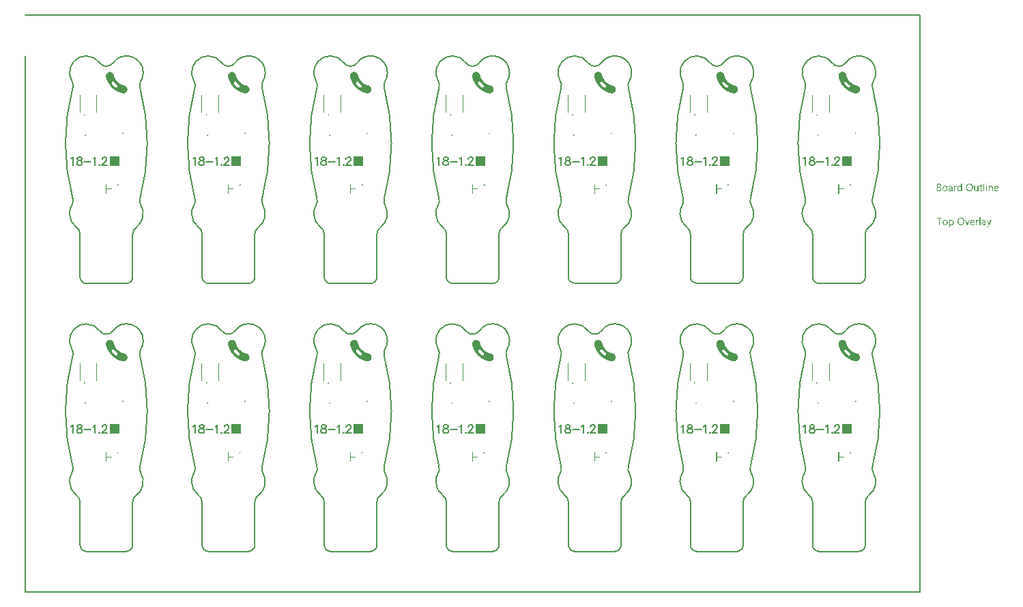
<source format=gto>
G04*
G04 #@! TF.GenerationSoftware,Altium Limited,Altium Designer,21.9.2 (33)*
G04*
G04 Layer_Color=65535*
%FSAX25Y25*%
%MOIN*%
G70*
G04*
G04 #@! TF.SameCoordinates,F74DCD8C-1FE1-40F9-8AA5-51ABB7E45146*
G04*
G04*
G04 #@! TF.FilePolarity,Positive*
G04*
G01*
G75*
%ADD25C,0.00787*%
%ADD26C,0.00591*%
%ADD38C,0.00394*%
%ADD39R,0.05020X0.04823*%
G36*
X0379614Y0234085D02*
X0379731Y0234074D01*
X0379847Y0234057D01*
X0379962Y0234032D01*
X0380075Y0234001D01*
X0380186Y0233962D01*
X0380294Y0233917D01*
X0380400Y0233866D01*
X0380502Y0233808D01*
X0380601Y0233745D01*
X0380695Y0233675D01*
X0380786Y0233600D01*
X0380871Y0233520D01*
X0380951Y0233434D01*
X0381027Y0233344D01*
X0381096Y0233249D01*
X0381160Y0233151D01*
X0381218Y0233048D01*
X0381269Y0232943D01*
X0381314Y0232834D01*
X0381352Y0232723D01*
X0381384Y0232610D01*
X0381387Y0232594D01*
X0381387D01*
X0381436Y0232400D01*
X0381498Y0232183D01*
X0381567Y0231967D01*
X0381644Y0231754D01*
X0381727Y0231543D01*
X0381817Y0231336D01*
X0381913Y0231131D01*
X0382017Y0230930D01*
X0382127Y0230732D01*
X0382243Y0230538D01*
X0382366Y0230348D01*
X0382494Y0230162D01*
X0382629Y0229980D01*
X0382770Y0229803D01*
X0382916Y0229630D01*
X0383068Y0229463D01*
X0383226Y0229300D01*
X0383388Y0229142D01*
X0383556Y0228991D01*
X0383729Y0228844D01*
X0383906Y0228703D01*
X0384088Y0228569D01*
X0384274Y0228440D01*
X0384464Y0228317D01*
X0384658Y0228201D01*
X0384856Y0228091D01*
X0385057Y0227988D01*
X0385262Y0227891D01*
X0385469Y0227801D01*
X0385680Y0227718D01*
X0385893Y0227641D01*
X0386108Y0227572D01*
X0386326Y0227510D01*
X0386542Y0227456D01*
X0386543Y0227456D01*
X0386565Y0227451D01*
X0386679Y0227419D01*
X0386790Y0227381D01*
X0386898Y0227336D01*
X0387003Y0227285D01*
X0387106Y0227227D01*
X0387204Y0227164D01*
X0387299Y0227094D01*
X0387389Y0227019D01*
X0387475Y0226938D01*
X0387555Y0226853D01*
X0387630Y0226763D01*
X0387700Y0226668D01*
X0387764Y0226570D01*
X0387821Y0226467D01*
X0387873Y0226362D01*
X0387917Y0226253D01*
X0387956Y0226142D01*
X0387987Y0226029D01*
X0388012Y0225914D01*
X0388030Y0225798D01*
X0388040Y0225681D01*
X0388044Y0225564D01*
X0388040Y0225447D01*
X0388030Y0225330D01*
X0388012Y0225214D01*
X0387987Y0225099D01*
X0387956Y0224986D01*
X0387917Y0224875D01*
X0387873Y0224767D01*
X0387821Y0224661D01*
X0387764Y0224559D01*
X0387700Y0224460D01*
X0387630Y0224366D01*
X0387555Y0224275D01*
X0387475Y0224190D01*
X0387389Y0224110D01*
X0387299Y0224034D01*
X0387204Y0223965D01*
X0387106Y0223901D01*
X0387003Y0223843D01*
X0386898Y0223792D01*
X0386790Y0223747D01*
X0386679Y0223709D01*
X0386565Y0223677D01*
X0386451Y0223653D01*
X0386335Y0223635D01*
X0386218Y0223624D01*
X0386100Y0223621D01*
X0385983Y0223624D01*
X0385866Y0223635D01*
X0385750Y0223653D01*
X0385658Y0223672D01*
X0385658Y0223673D01*
X0385509Y0223708D01*
X0385226Y0223782D01*
X0384945Y0223864D01*
X0384667Y0223954D01*
X0384391Y0224051D01*
X0384118Y0224155D01*
X0383847Y0224267D01*
X0383580Y0224387D01*
X0383317Y0224513D01*
X0383056Y0224647D01*
X0382800Y0224787D01*
X0382547Y0224935D01*
X0382298Y0225089D01*
X0382054Y0225250D01*
X0381814Y0225417D01*
X0381579Y0225591D01*
X0381348Y0225771D01*
X0381123Y0225957D01*
X0380903Y0226150D01*
X0380688Y0226348D01*
X0380478Y0226552D01*
X0380274Y0226762D01*
X0380076Y0226977D01*
X0379883Y0227197D01*
X0379697Y0227423D01*
X0379517Y0227653D01*
X0379343Y0227888D01*
X0379175Y0228128D01*
X0379015Y0228373D01*
X0378860Y0228621D01*
X0378713Y0228874D01*
X0378572Y0229130D01*
X0378439Y0229391D01*
X0378312Y0229655D01*
X0378193Y0229922D01*
X0378081Y0230192D01*
X0377977Y0230465D01*
X0377880Y0230741D01*
X0377790Y0231019D01*
X0377708Y0231300D01*
X0377634Y0231583D01*
X0377607Y0231697D01*
X0377606Y0231697D01*
X0377585Y0231795D01*
X0377568Y0231911D01*
X0377557Y0232028D01*
X0377554Y0232145D01*
X0377557Y0232263D01*
X0377568Y0232380D01*
X0377585Y0232496D01*
X0377610Y0232610D01*
X0377642Y0232723D01*
X0377680Y0232834D01*
X0377725Y0232943D01*
X0377776Y0233048D01*
X0377834Y0233151D01*
X0377898Y0233249D01*
X0377967Y0233344D01*
X0378042Y0233434D01*
X0378123Y0233520D01*
X0378208Y0233600D01*
X0378298Y0233675D01*
X0378393Y0233745D01*
X0378491Y0233808D01*
X0378594Y0233866D01*
X0378699Y0233917D01*
X0378808Y0233962D01*
X0378919Y0234001D01*
X0379032Y0234032D01*
X0379147Y0234057D01*
X0379263Y0234074D01*
X0379380Y0234085D01*
X0379497Y0234089D01*
X0379614Y0234085D01*
D02*
G37*
G36*
X0319980D02*
X0320097Y0234074D01*
X0320213Y0234057D01*
X0320328Y0234032D01*
X0320441Y0234001D01*
X0320552Y0233962D01*
X0320661Y0233917D01*
X0320766Y0233866D01*
X0320868Y0233808D01*
X0320967Y0233745D01*
X0321062Y0233675D01*
X0321152Y0233600D01*
X0321237Y0233520D01*
X0321318Y0233434D01*
X0321393Y0233344D01*
X0321462Y0233249D01*
X0321526Y0233151D01*
X0321584Y0233048D01*
X0321635Y0232943D01*
X0321680Y0232834D01*
X0321719Y0232723D01*
X0321750Y0232610D01*
X0321754Y0232594D01*
X0321754D01*
X0321802Y0232400D01*
X0321864Y0232183D01*
X0321933Y0231967D01*
X0322010Y0231754D01*
X0322093Y0231543D01*
X0322183Y0231336D01*
X0322280Y0231131D01*
X0322383Y0230930D01*
X0322493Y0230732D01*
X0322609Y0230538D01*
X0322732Y0230348D01*
X0322861Y0230162D01*
X0322995Y0229980D01*
X0323136Y0229803D01*
X0323283Y0229630D01*
X0323435Y0229463D01*
X0323592Y0229300D01*
X0323755Y0229142D01*
X0323922Y0228991D01*
X0324095Y0228844D01*
X0324272Y0228703D01*
X0324454Y0228569D01*
X0324640Y0228440D01*
X0324830Y0228317D01*
X0325024Y0228201D01*
X0325222Y0228091D01*
X0325423Y0227988D01*
X0325628Y0227891D01*
X0325836Y0227801D01*
X0326046Y0227718D01*
X0326259Y0227641D01*
X0326475Y0227572D01*
X0326692Y0227510D01*
X0326909Y0227456D01*
X0326909Y0227456D01*
X0326932Y0227451D01*
X0327045Y0227419D01*
X0327156Y0227381D01*
X0327264Y0227336D01*
X0327370Y0227285D01*
X0327472Y0227227D01*
X0327571Y0227164D01*
X0327665Y0227094D01*
X0327755Y0227019D01*
X0327841Y0226938D01*
X0327921Y0226853D01*
X0327996Y0226763D01*
X0328066Y0226668D01*
X0328130Y0226570D01*
X0328187Y0226467D01*
X0328239Y0226362D01*
X0328284Y0226253D01*
X0328322Y0226142D01*
X0328354Y0226029D01*
X0328378Y0225914D01*
X0328396Y0225798D01*
X0328406Y0225681D01*
X0328410Y0225564D01*
X0328406Y0225447D01*
X0328396Y0225330D01*
X0328378Y0225214D01*
X0328354Y0225099D01*
X0328322Y0224986D01*
X0328284Y0224875D01*
X0328239Y0224767D01*
X0328187Y0224661D01*
X0328130Y0224559D01*
X0328066Y0224460D01*
X0327996Y0224366D01*
X0327921Y0224275D01*
X0327841Y0224190D01*
X0327755Y0224110D01*
X0327665Y0224034D01*
X0327571Y0223965D01*
X0327472Y0223901D01*
X0327370Y0223843D01*
X0327264Y0223792D01*
X0327156Y0223747D01*
X0327045Y0223709D01*
X0326932Y0223677D01*
X0326817Y0223653D01*
X0326701Y0223635D01*
X0326584Y0223624D01*
X0326467Y0223621D01*
X0326349Y0223624D01*
X0326232Y0223635D01*
X0326116Y0223653D01*
X0326025Y0223672D01*
X0326025Y0223673D01*
X0325875Y0223708D01*
X0325592Y0223782D01*
X0325311Y0223864D01*
X0325033Y0223954D01*
X0324757Y0224051D01*
X0324484Y0224155D01*
X0324214Y0224267D01*
X0323947Y0224387D01*
X0323683Y0224513D01*
X0323423Y0224647D01*
X0323166Y0224787D01*
X0322913Y0224935D01*
X0322665Y0225089D01*
X0322420Y0225250D01*
X0322180Y0225417D01*
X0321945Y0225591D01*
X0321715Y0225771D01*
X0321489Y0225957D01*
X0321269Y0226150D01*
X0321054Y0226348D01*
X0320844Y0226552D01*
X0320640Y0226762D01*
X0320442Y0226977D01*
X0320249Y0227197D01*
X0320063Y0227423D01*
X0319883Y0227653D01*
X0319709Y0227888D01*
X0319542Y0228128D01*
X0319381Y0228373D01*
X0319227Y0228621D01*
X0319079Y0228874D01*
X0318939Y0229130D01*
X0318805Y0229391D01*
X0318679Y0229655D01*
X0318560Y0229922D01*
X0318447Y0230192D01*
X0318343Y0230465D01*
X0318246Y0230741D01*
X0318156Y0231019D01*
X0318074Y0231300D01*
X0318000Y0231583D01*
X0317973Y0231697D01*
X0317973Y0231697D01*
X0317951Y0231795D01*
X0317934Y0231911D01*
X0317923Y0232028D01*
X0317920Y0232145D01*
X0317923Y0232263D01*
X0317934Y0232380D01*
X0317951Y0232496D01*
X0317976Y0232610D01*
X0318008Y0232723D01*
X0318046Y0232834D01*
X0318091Y0232943D01*
X0318142Y0233048D01*
X0318200Y0233151D01*
X0318264Y0233249D01*
X0318333Y0233344D01*
X0318408Y0233434D01*
X0318489Y0233520D01*
X0318574Y0233600D01*
X0318665Y0233675D01*
X0318759Y0233745D01*
X0318858Y0233808D01*
X0318960Y0233866D01*
X0319065Y0233917D01*
X0319174Y0233962D01*
X0319285Y0234001D01*
X0319398Y0234032D01*
X0319513Y0234057D01*
X0319629Y0234074D01*
X0319746Y0234085D01*
X0319863Y0234089D01*
X0319980Y0234085D01*
D02*
G37*
G36*
X0260347D02*
X0260464Y0234074D01*
X0260579Y0234057D01*
X0260694Y0234032D01*
X0260807Y0234001D01*
X0260918Y0233962D01*
X0261027Y0233917D01*
X0261132Y0233866D01*
X0261235Y0233808D01*
X0261333Y0233745D01*
X0261428Y0233675D01*
X0261518Y0233600D01*
X0261603Y0233520D01*
X0261684Y0233434D01*
X0261759Y0233344D01*
X0261829Y0233249D01*
X0261892Y0233151D01*
X0261950Y0233048D01*
X0262001Y0232943D01*
X0262046Y0232834D01*
X0262085Y0232723D01*
X0262116Y0232610D01*
X0262120Y0232594D01*
X0262120D01*
X0262168Y0232400D01*
X0262230Y0232183D01*
X0262300Y0231967D01*
X0262376Y0231754D01*
X0262459Y0231543D01*
X0262549Y0231336D01*
X0262646Y0231131D01*
X0262749Y0230930D01*
X0262859Y0230732D01*
X0262976Y0230538D01*
X0263098Y0230348D01*
X0263227Y0230162D01*
X0263362Y0229980D01*
X0263502Y0229803D01*
X0263649Y0229630D01*
X0263801Y0229463D01*
X0263958Y0229300D01*
X0264121Y0229142D01*
X0264288Y0228991D01*
X0264461Y0228844D01*
X0264638Y0228703D01*
X0264820Y0228569D01*
X0265006Y0228440D01*
X0265196Y0228317D01*
X0265390Y0228201D01*
X0265588Y0228091D01*
X0265790Y0227988D01*
X0265994Y0227891D01*
X0266202Y0227801D01*
X0266412Y0227718D01*
X0266625Y0227641D01*
X0266841Y0227572D01*
X0267058Y0227510D01*
X0267275Y0227456D01*
X0267275Y0227456D01*
X0267298Y0227451D01*
X0267411Y0227419D01*
X0267522Y0227381D01*
X0267630Y0227336D01*
X0267736Y0227285D01*
X0267838Y0227227D01*
X0267937Y0227164D01*
X0268031Y0227094D01*
X0268121Y0227019D01*
X0268207Y0226938D01*
X0268287Y0226853D01*
X0268362Y0226763D01*
X0268432Y0226668D01*
X0268496Y0226570D01*
X0268553Y0226467D01*
X0268605Y0226362D01*
X0268650Y0226253D01*
X0268688Y0226142D01*
X0268720Y0226029D01*
X0268744Y0225914D01*
X0268762Y0225798D01*
X0268773Y0225681D01*
X0268776Y0225564D01*
X0268773Y0225447D01*
X0268762Y0225330D01*
X0268744Y0225214D01*
X0268720Y0225099D01*
X0268688Y0224986D01*
X0268650Y0224875D01*
X0268605Y0224767D01*
X0268553Y0224661D01*
X0268496Y0224559D01*
X0268432Y0224460D01*
X0268362Y0224366D01*
X0268287Y0224275D01*
X0268207Y0224190D01*
X0268121Y0224110D01*
X0268031Y0224034D01*
X0267937Y0223965D01*
X0267838Y0223901D01*
X0267736Y0223843D01*
X0267630Y0223792D01*
X0267522Y0223747D01*
X0267411Y0223709D01*
X0267298Y0223677D01*
X0267183Y0223653D01*
X0267067Y0223635D01*
X0266950Y0223624D01*
X0266833Y0223621D01*
X0266715Y0223624D01*
X0266599Y0223635D01*
X0266482Y0223653D01*
X0266391Y0223672D01*
X0266391Y0223673D01*
X0266241Y0223708D01*
X0265958Y0223782D01*
X0265678Y0223864D01*
X0265399Y0223954D01*
X0265123Y0224051D01*
X0264850Y0224155D01*
X0264580Y0224267D01*
X0264313Y0224387D01*
X0264049Y0224513D01*
X0263789Y0224647D01*
X0263532Y0224787D01*
X0263279Y0224935D01*
X0263031Y0225089D01*
X0262787Y0225250D01*
X0262547Y0225417D01*
X0262311Y0225591D01*
X0262081Y0225771D01*
X0261855Y0225957D01*
X0261635Y0226150D01*
X0261420Y0226348D01*
X0261210Y0226552D01*
X0261006Y0226762D01*
X0260808Y0226977D01*
X0260616Y0227197D01*
X0260429Y0227423D01*
X0260249Y0227653D01*
X0260075Y0227888D01*
X0259908Y0228128D01*
X0259747Y0228373D01*
X0259593Y0228621D01*
X0259445Y0228874D01*
X0259305Y0229130D01*
X0259171Y0229391D01*
X0259045Y0229655D01*
X0258926Y0229922D01*
X0258814Y0230192D01*
X0258709Y0230465D01*
X0258612Y0230741D01*
X0258522Y0231019D01*
X0258440Y0231300D01*
X0258366Y0231583D01*
X0258339Y0231697D01*
X0258339Y0231697D01*
X0258318Y0231795D01*
X0258300Y0231911D01*
X0258289Y0232028D01*
X0258286Y0232145D01*
X0258289Y0232263D01*
X0258300Y0232380D01*
X0258318Y0232496D01*
X0258342Y0232610D01*
X0258374Y0232723D01*
X0258412Y0232834D01*
X0258457Y0232943D01*
X0258508Y0233048D01*
X0258566Y0233151D01*
X0258630Y0233249D01*
X0258699Y0233344D01*
X0258775Y0233434D01*
X0258855Y0233520D01*
X0258941Y0233600D01*
X0259031Y0233675D01*
X0259125Y0233745D01*
X0259224Y0233808D01*
X0259326Y0233866D01*
X0259432Y0233917D01*
X0259540Y0233962D01*
X0259651Y0234001D01*
X0259764Y0234032D01*
X0259879Y0234057D01*
X0259995Y0234074D01*
X0260112Y0234085D01*
X0260229Y0234089D01*
X0260347Y0234085D01*
D02*
G37*
G36*
X0200713D02*
X0200830Y0234074D01*
X0200946Y0234057D01*
X0201061Y0234032D01*
X0201174Y0234001D01*
X0201285Y0233962D01*
X0201393Y0233917D01*
X0201499Y0233866D01*
X0201601Y0233808D01*
X0201699Y0233745D01*
X0201794Y0233675D01*
X0201884Y0233600D01*
X0201970Y0233520D01*
X0202050Y0233434D01*
X0202125Y0233344D01*
X0202195Y0233249D01*
X0202258Y0233151D01*
X0202316Y0233048D01*
X0202368Y0232943D01*
X0202413Y0232834D01*
X0202451Y0232723D01*
X0202482Y0232610D01*
X0202486Y0232594D01*
X0202486D01*
X0202534Y0232400D01*
X0202596Y0232183D01*
X0202666Y0231967D01*
X0202742Y0231754D01*
X0202825Y0231543D01*
X0202915Y0231336D01*
X0203012Y0231131D01*
X0203115Y0230930D01*
X0203225Y0230732D01*
X0203342Y0230538D01*
X0203464Y0230348D01*
X0203593Y0230162D01*
X0203728Y0229980D01*
X0203869Y0229803D01*
X0204015Y0229630D01*
X0204167Y0229463D01*
X0204324Y0229300D01*
X0204487Y0229142D01*
X0204655Y0228991D01*
X0204827Y0228844D01*
X0205004Y0228703D01*
X0205186Y0228569D01*
X0205372Y0228440D01*
X0205562Y0228317D01*
X0205757Y0228201D01*
X0205954Y0228091D01*
X0206156Y0227988D01*
X0206360Y0227891D01*
X0206568Y0227801D01*
X0206778Y0227718D01*
X0206991Y0227641D01*
X0207207Y0227572D01*
X0207424Y0227510D01*
X0207641Y0227456D01*
X0207641Y0227456D01*
X0207664Y0227451D01*
X0207777Y0227419D01*
X0207888Y0227381D01*
X0207997Y0227336D01*
X0208102Y0227285D01*
X0208204Y0227227D01*
X0208303Y0227164D01*
X0208397Y0227094D01*
X0208488Y0227019D01*
X0208573Y0226938D01*
X0208653Y0226853D01*
X0208729Y0226763D01*
X0208798Y0226668D01*
X0208862Y0226570D01*
X0208920Y0226467D01*
X0208971Y0226362D01*
X0209016Y0226253D01*
X0209054Y0226142D01*
X0209086Y0226029D01*
X0209110Y0225914D01*
X0209128Y0225798D01*
X0209139Y0225681D01*
X0209142Y0225564D01*
X0209139Y0225447D01*
X0209128Y0225330D01*
X0209110Y0225214D01*
X0209086Y0225099D01*
X0209054Y0224986D01*
X0209016Y0224875D01*
X0208971Y0224767D01*
X0208920Y0224661D01*
X0208862Y0224559D01*
X0208798Y0224460D01*
X0208729Y0224366D01*
X0208653Y0224275D01*
X0208573Y0224190D01*
X0208488Y0224110D01*
X0208397Y0224034D01*
X0208303Y0223965D01*
X0208204Y0223901D01*
X0208102Y0223843D01*
X0207997Y0223792D01*
X0207888Y0223747D01*
X0207777Y0223709D01*
X0207664Y0223677D01*
X0207549Y0223653D01*
X0207433Y0223635D01*
X0207316Y0223624D01*
X0207199Y0223621D01*
X0207082Y0223624D01*
X0206965Y0223635D01*
X0206849Y0223653D01*
X0206757Y0223672D01*
X0206757Y0223673D01*
X0206608Y0223708D01*
X0206325Y0223782D01*
X0206044Y0223864D01*
X0205765Y0223954D01*
X0205489Y0224051D01*
X0205216Y0224155D01*
X0204946Y0224267D01*
X0204679Y0224387D01*
X0204415Y0224513D01*
X0204155Y0224647D01*
X0203898Y0224787D01*
X0203645Y0224935D01*
X0203397Y0225089D01*
X0203153Y0225250D01*
X0202913Y0225417D01*
X0202677Y0225591D01*
X0202447Y0225771D01*
X0202221Y0225957D01*
X0202001Y0226150D01*
X0201786Y0226348D01*
X0201576Y0226552D01*
X0201372Y0226762D01*
X0201174Y0226977D01*
X0200982Y0227197D01*
X0200795Y0227423D01*
X0200615Y0227653D01*
X0200441Y0227888D01*
X0200274Y0228128D01*
X0200113Y0228373D01*
X0199959Y0228621D01*
X0199811Y0228874D01*
X0199671Y0229130D01*
X0199537Y0229391D01*
X0199411Y0229655D01*
X0199292Y0229922D01*
X0199180Y0230192D01*
X0199075Y0230465D01*
X0198978Y0230741D01*
X0198888Y0231019D01*
X0198806Y0231300D01*
X0198732Y0231583D01*
X0198705Y0231697D01*
X0198705Y0231697D01*
X0198684Y0231795D01*
X0198666Y0231911D01*
X0198655Y0232028D01*
X0198652Y0232145D01*
X0198655Y0232263D01*
X0198666Y0232380D01*
X0198684Y0232496D01*
X0198708Y0232610D01*
X0198740Y0232723D01*
X0198778Y0232834D01*
X0198823Y0232943D01*
X0198875Y0233048D01*
X0198932Y0233151D01*
X0198996Y0233249D01*
X0199066Y0233344D01*
X0199141Y0233434D01*
X0199221Y0233520D01*
X0199307Y0233600D01*
X0199397Y0233675D01*
X0199491Y0233745D01*
X0199590Y0233808D01*
X0199692Y0233866D01*
X0199798Y0233917D01*
X0199906Y0233962D01*
X0200017Y0234001D01*
X0200130Y0234032D01*
X0200245Y0234057D01*
X0200361Y0234074D01*
X0200478Y0234085D01*
X0200595Y0234089D01*
X0200713Y0234085D01*
D02*
G37*
G36*
X0141079D02*
X0141196Y0234074D01*
X0141312Y0234057D01*
X0141427Y0234032D01*
X0141540Y0234001D01*
X0141651Y0233962D01*
X0141759Y0233917D01*
X0141865Y0233866D01*
X0141967Y0233808D01*
X0142066Y0233745D01*
X0142160Y0233675D01*
X0142250Y0233600D01*
X0142336Y0233520D01*
X0142416Y0233434D01*
X0142491Y0233344D01*
X0142561Y0233249D01*
X0142625Y0233151D01*
X0142682Y0233048D01*
X0142734Y0232943D01*
X0142779Y0232834D01*
X0142817Y0232723D01*
X0142849Y0232610D01*
X0142852Y0232594D01*
X0142852D01*
X0142901Y0232400D01*
X0142963Y0232183D01*
X0143032Y0231967D01*
X0143108Y0231754D01*
X0143191Y0231543D01*
X0143281Y0231336D01*
X0143378Y0231131D01*
X0143482Y0230930D01*
X0143591Y0230732D01*
X0143708Y0230538D01*
X0143830Y0230348D01*
X0143959Y0230162D01*
X0144094Y0229980D01*
X0144235Y0229803D01*
X0144381Y0229630D01*
X0144533Y0229463D01*
X0144691Y0229300D01*
X0144853Y0229142D01*
X0145021Y0228991D01*
X0145193Y0228844D01*
X0145371Y0228703D01*
X0145552Y0228569D01*
X0145738Y0228440D01*
X0145929Y0228317D01*
X0146123Y0228201D01*
X0146321Y0228091D01*
X0146522Y0227988D01*
X0146726Y0227891D01*
X0146934Y0227801D01*
X0147144Y0227718D01*
X0147358Y0227641D01*
X0147573Y0227572D01*
X0147791Y0227510D01*
X0148007Y0227456D01*
X0148007Y0227456D01*
X0148030Y0227451D01*
X0148143Y0227419D01*
X0148254Y0227381D01*
X0148363Y0227336D01*
X0148468Y0227285D01*
X0148571Y0227227D01*
X0148669Y0227164D01*
X0148764Y0227094D01*
X0148854Y0227019D01*
X0148939Y0226938D01*
X0149020Y0226853D01*
X0149095Y0226763D01*
X0149164Y0226668D01*
X0149228Y0226570D01*
X0149286Y0226467D01*
X0149337Y0226362D01*
X0149382Y0226253D01*
X0149420Y0226142D01*
X0149452Y0226029D01*
X0149477Y0225914D01*
X0149494Y0225798D01*
X0149505Y0225681D01*
X0149508Y0225564D01*
X0149505Y0225447D01*
X0149494Y0225330D01*
X0149477Y0225214D01*
X0149452Y0225099D01*
X0149420Y0224986D01*
X0149382Y0224875D01*
X0149337Y0224767D01*
X0149286Y0224661D01*
X0149228Y0224559D01*
X0149164Y0224460D01*
X0149095Y0224366D01*
X0149020Y0224275D01*
X0148939Y0224190D01*
X0148854Y0224110D01*
X0148764Y0224034D01*
X0148669Y0223965D01*
X0148570Y0223901D01*
X0148468Y0223843D01*
X0148363Y0223792D01*
X0148254Y0223747D01*
X0148143Y0223709D01*
X0148030Y0223677D01*
X0147915Y0223653D01*
X0147799Y0223635D01*
X0147682Y0223624D01*
X0147565Y0223621D01*
X0147448Y0223624D01*
X0147331Y0223635D01*
X0147215Y0223653D01*
X0147123Y0223672D01*
X0147123Y0223673D01*
X0146974Y0223708D01*
X0146691Y0223782D01*
X0146410Y0223864D01*
X0146132Y0223954D01*
X0145856Y0224051D01*
X0145582Y0224155D01*
X0145312Y0224267D01*
X0145045Y0224387D01*
X0144781Y0224513D01*
X0144521Y0224647D01*
X0144264Y0224787D01*
X0144012Y0224935D01*
X0143763Y0225089D01*
X0143519Y0225250D01*
X0143279Y0225417D01*
X0143044Y0225591D01*
X0142813Y0225771D01*
X0142588Y0225957D01*
X0142367Y0226150D01*
X0142152Y0226348D01*
X0141943Y0226552D01*
X0141739Y0226762D01*
X0141540Y0226977D01*
X0141348Y0227197D01*
X0141162Y0227423D01*
X0140981Y0227653D01*
X0140807Y0227888D01*
X0140640Y0228128D01*
X0140479Y0228373D01*
X0140325Y0228621D01*
X0140178Y0228874D01*
X0140037Y0229130D01*
X0139904Y0229391D01*
X0139777Y0229655D01*
X0139658Y0229922D01*
X0139546Y0230192D01*
X0139441Y0230465D01*
X0139344Y0230741D01*
X0139255Y0231019D01*
X0139173Y0231300D01*
X0139098Y0231583D01*
X0139072Y0231697D01*
X0139071Y0231697D01*
X0139050Y0231795D01*
X0139032Y0231911D01*
X0139022Y0232028D01*
X0139018Y0232145D01*
X0139022Y0232263D01*
X0139032Y0232380D01*
X0139050Y0232496D01*
X0139075Y0232610D01*
X0139106Y0232723D01*
X0139144Y0232834D01*
X0139189Y0232943D01*
X0139241Y0233048D01*
X0139298Y0233151D01*
X0139362Y0233249D01*
X0139432Y0233344D01*
X0139507Y0233434D01*
X0139587Y0233520D01*
X0139673Y0233600D01*
X0139763Y0233675D01*
X0139858Y0233745D01*
X0139956Y0233808D01*
X0140058Y0233866D01*
X0140164Y0233917D01*
X0140272Y0233962D01*
X0140383Y0234001D01*
X0140497Y0234032D01*
X0140611Y0234057D01*
X0140727Y0234074D01*
X0140844Y0234085D01*
X0140962Y0234089D01*
X0141079Y0234085D01*
D02*
G37*
G36*
X0081445D02*
X0081562Y0234074D01*
X0081678Y0234057D01*
X0081793Y0234032D01*
X0081906Y0234001D01*
X0082017Y0233962D01*
X0082125Y0233917D01*
X0082231Y0233866D01*
X0082333Y0233808D01*
X0082432Y0233745D01*
X0082526Y0233675D01*
X0082616Y0233600D01*
X0082702Y0233520D01*
X0082782Y0233434D01*
X0082858Y0233344D01*
X0082927Y0233249D01*
X0082991Y0233151D01*
X0083048Y0233048D01*
X0083100Y0232943D01*
X0083145Y0232834D01*
X0083183Y0232723D01*
X0083215Y0232610D01*
X0083218Y0232594D01*
X0083218D01*
X0083267Y0232400D01*
X0083329Y0232183D01*
X0083398Y0231967D01*
X0083474Y0231754D01*
X0083557Y0231543D01*
X0083648Y0231336D01*
X0083744Y0231131D01*
X0083848Y0230930D01*
X0083958Y0230732D01*
X0084074Y0230538D01*
X0084197Y0230348D01*
X0084325Y0230162D01*
X0084460Y0229980D01*
X0084601Y0229803D01*
X0084747Y0229630D01*
X0084899Y0229463D01*
X0085057Y0229300D01*
X0085219Y0229142D01*
X0085387Y0228991D01*
X0085559Y0228844D01*
X0085737Y0228703D01*
X0085918Y0228569D01*
X0086105Y0228440D01*
X0086295Y0228317D01*
X0086489Y0228201D01*
X0086687Y0228091D01*
X0086888Y0227988D01*
X0087093Y0227891D01*
X0087300Y0227801D01*
X0087511Y0227718D01*
X0087724Y0227641D01*
X0087939Y0227572D01*
X0088157Y0227510D01*
X0088373Y0227456D01*
X0088373Y0227456D01*
X0088396Y0227451D01*
X0088509Y0227419D01*
X0088620Y0227381D01*
X0088729Y0227336D01*
X0088834Y0227285D01*
X0088937Y0227227D01*
X0089035Y0227164D01*
X0089130Y0227094D01*
X0089220Y0227019D01*
X0089305Y0226938D01*
X0089386Y0226853D01*
X0089461Y0226763D01*
X0089531Y0226668D01*
X0089594Y0226570D01*
X0089652Y0226467D01*
X0089703Y0226362D01*
X0089748Y0226253D01*
X0089787Y0226142D01*
X0089818Y0226029D01*
X0089843Y0225914D01*
X0089860Y0225798D01*
X0089871Y0225681D01*
X0089875Y0225564D01*
X0089871Y0225447D01*
X0089860Y0225330D01*
X0089843Y0225214D01*
X0089818Y0225099D01*
X0089787Y0224986D01*
X0089748Y0224875D01*
X0089703Y0224767D01*
X0089652Y0224661D01*
X0089594Y0224559D01*
X0089531Y0224460D01*
X0089461Y0224366D01*
X0089386Y0224275D01*
X0089305Y0224190D01*
X0089220Y0224110D01*
X0089130Y0224034D01*
X0089035Y0223965D01*
X0088937Y0223901D01*
X0088834Y0223843D01*
X0088729Y0223792D01*
X0088620Y0223747D01*
X0088509Y0223709D01*
X0088396Y0223677D01*
X0088282Y0223653D01*
X0088165Y0223635D01*
X0088049Y0223624D01*
X0087931Y0223621D01*
X0087814Y0223624D01*
X0087697Y0223635D01*
X0087581Y0223653D01*
X0087489Y0223672D01*
X0087489Y0223673D01*
X0087340Y0223708D01*
X0087057Y0223782D01*
X0086776Y0223864D01*
X0086498Y0223954D01*
X0086222Y0224051D01*
X0085949Y0224155D01*
X0085678Y0224267D01*
X0085411Y0224387D01*
X0085147Y0224513D01*
X0084887Y0224647D01*
X0084631Y0224787D01*
X0084378Y0224935D01*
X0084129Y0225089D01*
X0083885Y0225250D01*
X0083645Y0225417D01*
X0083410Y0225591D01*
X0083179Y0225771D01*
X0082954Y0225957D01*
X0082734Y0226150D01*
X0082518Y0226348D01*
X0082309Y0226552D01*
X0082105Y0226762D01*
X0081906Y0226977D01*
X0081714Y0227197D01*
X0081528Y0227423D01*
X0081348Y0227653D01*
X0081174Y0227888D01*
X0081006Y0228128D01*
X0080845Y0228373D01*
X0080691Y0228621D01*
X0080544Y0228874D01*
X0080403Y0229130D01*
X0080270Y0229391D01*
X0080143Y0229655D01*
X0080024Y0229922D01*
X0079912Y0230192D01*
X0079808Y0230465D01*
X0079710Y0230741D01*
X0079621Y0231019D01*
X0079539Y0231300D01*
X0079464Y0231583D01*
X0079438Y0231697D01*
X0079437Y0231697D01*
X0079416Y0231795D01*
X0079399Y0231911D01*
X0079388Y0232028D01*
X0079384Y0232145D01*
X0079388Y0232263D01*
X0079399Y0232380D01*
X0079416Y0232496D01*
X0079441Y0232610D01*
X0079472Y0232723D01*
X0079511Y0232834D01*
X0079555Y0232943D01*
X0079607Y0233048D01*
X0079665Y0233151D01*
X0079728Y0233249D01*
X0079798Y0233344D01*
X0079873Y0233434D01*
X0079953Y0233520D01*
X0080039Y0233600D01*
X0080129Y0233675D01*
X0080224Y0233745D01*
X0080322Y0233808D01*
X0080425Y0233866D01*
X0080530Y0233917D01*
X0080639Y0233962D01*
X0080749Y0234001D01*
X0080863Y0234032D01*
X0080977Y0234057D01*
X0081094Y0234074D01*
X0081210Y0234085D01*
X0081328Y0234089D01*
X0081445Y0234085D01*
D02*
G37*
G36*
X0021811D02*
X0021928Y0234074D01*
X0022044Y0234057D01*
X0022159Y0234032D01*
X0022272Y0234001D01*
X0022383Y0233962D01*
X0022491Y0233917D01*
X0022597Y0233866D01*
X0022699Y0233808D01*
X0022798Y0233745D01*
X0022892Y0233675D01*
X0022983Y0233600D01*
X0023068Y0233520D01*
X0023148Y0233434D01*
X0023224Y0233344D01*
X0023293Y0233249D01*
X0023357Y0233151D01*
X0023415Y0233048D01*
X0023466Y0232943D01*
X0023511Y0232834D01*
X0023549Y0232723D01*
X0023581Y0232610D01*
X0023584Y0232594D01*
X0023584D01*
X0023633Y0232400D01*
X0023695Y0232183D01*
X0023764Y0231967D01*
X0023841Y0231754D01*
X0023924Y0231543D01*
X0024014Y0231336D01*
X0024110Y0231131D01*
X0024214Y0230930D01*
X0024324Y0230732D01*
X0024440Y0230538D01*
X0024563Y0230348D01*
X0024691Y0230162D01*
X0024826Y0229980D01*
X0024967Y0229803D01*
X0025113Y0229630D01*
X0025265Y0229463D01*
X0025423Y0229300D01*
X0025585Y0229142D01*
X0025753Y0228991D01*
X0025926Y0228844D01*
X0026103Y0228703D01*
X0026285Y0228569D01*
X0026471Y0228440D01*
X0026661Y0228317D01*
X0026855Y0228201D01*
X0027053Y0228091D01*
X0027254Y0227988D01*
X0027459Y0227891D01*
X0027666Y0227801D01*
X0027877Y0227718D01*
X0028090Y0227641D01*
X0028305Y0227572D01*
X0028523Y0227510D01*
X0028739Y0227456D01*
X0028739Y0227456D01*
X0028763Y0227451D01*
X0028875Y0227419D01*
X0028986Y0227381D01*
X0029095Y0227336D01*
X0029201Y0227285D01*
X0029303Y0227227D01*
X0029401Y0227164D01*
X0029496Y0227094D01*
X0029586Y0227019D01*
X0029672Y0226938D01*
X0029752Y0226853D01*
X0029827Y0226763D01*
X0029897Y0226668D01*
X0029961Y0226570D01*
X0030018Y0226467D01*
X0030070Y0226362D01*
X0030114Y0226253D01*
X0030153Y0226142D01*
X0030184Y0226029D01*
X0030209Y0225914D01*
X0030227Y0225798D01*
X0030237Y0225681D01*
X0030241Y0225564D01*
X0030237Y0225447D01*
X0030227Y0225330D01*
X0030209Y0225214D01*
X0030184Y0225099D01*
X0030153Y0224986D01*
X0030114Y0224875D01*
X0030070Y0224767D01*
X0030018Y0224661D01*
X0029961Y0224559D01*
X0029897Y0224460D01*
X0029827Y0224366D01*
X0029752Y0224275D01*
X0029672Y0224190D01*
X0029586Y0224110D01*
X0029496Y0224034D01*
X0029401Y0223965D01*
X0029303Y0223901D01*
X0029201Y0223843D01*
X0029095Y0223792D01*
X0028986Y0223747D01*
X0028875Y0223709D01*
X0028763Y0223677D01*
X0028648Y0223653D01*
X0028532Y0223635D01*
X0028415Y0223624D01*
X0028297Y0223621D01*
X0028180Y0223624D01*
X0028063Y0223635D01*
X0027947Y0223653D01*
X0027855Y0223672D01*
X0027855Y0223673D01*
X0027706Y0223708D01*
X0027423Y0223782D01*
X0027142Y0223864D01*
X0026864Y0223954D01*
X0026588Y0224051D01*
X0026315Y0224155D01*
X0026044Y0224267D01*
X0025777Y0224387D01*
X0025514Y0224513D01*
X0025253Y0224647D01*
X0024997Y0224787D01*
X0024744Y0224935D01*
X0024495Y0225089D01*
X0024251Y0225250D01*
X0024011Y0225417D01*
X0023776Y0225591D01*
X0023546Y0225771D01*
X0023320Y0225957D01*
X0023100Y0226150D01*
X0022885Y0226348D01*
X0022675Y0226552D01*
X0022471Y0226762D01*
X0022273Y0226977D01*
X0022080Y0227197D01*
X0021894Y0227423D01*
X0021714Y0227653D01*
X0021540Y0227888D01*
X0021372Y0228128D01*
X0021212Y0228373D01*
X0021057Y0228621D01*
X0020910Y0228874D01*
X0020769Y0229130D01*
X0020636Y0229391D01*
X0020509Y0229655D01*
X0020390Y0229922D01*
X0020278Y0230192D01*
X0020174Y0230465D01*
X0020077Y0230741D01*
X0019987Y0231019D01*
X0019905Y0231300D01*
X0019830Y0231583D01*
X0019804Y0231697D01*
X0019803Y0231697D01*
X0019782Y0231795D01*
X0019765Y0231911D01*
X0019754Y0232028D01*
X0019750Y0232145D01*
X0019754Y0232263D01*
X0019765Y0232380D01*
X0019782Y0232496D01*
X0019807Y0232610D01*
X0019839Y0232723D01*
X0019877Y0232834D01*
X0019922Y0232943D01*
X0019973Y0233048D01*
X0020031Y0233151D01*
X0020095Y0233249D01*
X0020164Y0233344D01*
X0020239Y0233434D01*
X0020320Y0233520D01*
X0020405Y0233600D01*
X0020495Y0233675D01*
X0020590Y0233745D01*
X0020688Y0233808D01*
X0020791Y0233866D01*
X0020896Y0233917D01*
X0021005Y0233962D01*
X0021116Y0234001D01*
X0021229Y0234032D01*
X0021344Y0234057D01*
X0021460Y0234074D01*
X0021576Y0234085D01*
X0021694Y0234089D01*
X0021811Y0234085D01*
D02*
G37*
G36*
X0449898Y0179606D02*
X0449923D01*
X0449978Y0179581D01*
X0450009Y0179563D01*
X0450040Y0179538D01*
X0450047Y0179532D01*
X0450053Y0179525D01*
X0450084Y0179488D01*
X0450108Y0179427D01*
X0450115Y0179389D01*
X0450121Y0179352D01*
Y0179346D01*
Y0179334D01*
X0450115Y0179315D01*
X0450108Y0179290D01*
X0450090Y0179228D01*
X0450065Y0179198D01*
X0450040Y0179166D01*
X0450034D01*
X0450028Y0179154D01*
X0449991Y0179129D01*
X0449935Y0179105D01*
X0449898Y0179098D01*
X0449861Y0179092D01*
X0449842D01*
X0449824Y0179098D01*
X0449799D01*
X0449737Y0179123D01*
X0449706Y0179136D01*
X0449675Y0179160D01*
Y0179166D01*
X0449663Y0179173D01*
X0449650Y0179191D01*
X0449638Y0179210D01*
X0449613Y0179272D01*
X0449607Y0179309D01*
X0449601Y0179352D01*
Y0179358D01*
Y0179371D01*
X0449607Y0179389D01*
X0449613Y0179420D01*
X0449632Y0179476D01*
X0449650Y0179507D01*
X0449675Y0179538D01*
X0449681Y0179544D01*
X0449688Y0179550D01*
X0449725Y0179575D01*
X0449787Y0179600D01*
X0449824Y0179612D01*
X0449880D01*
X0449898Y0179606D01*
D02*
G37*
G36*
X0437908Y0175942D02*
X0437506D01*
Y0176363D01*
X0437493D01*
Y0176356D01*
X0437481Y0176344D01*
X0437462Y0176319D01*
X0437444Y0176288D01*
X0437413Y0176251D01*
X0437376Y0176214D01*
X0437332Y0176171D01*
X0437283Y0176127D01*
X0437227Y0176078D01*
X0437159Y0176034D01*
X0437091Y0175997D01*
X0437010Y0175960D01*
X0436930Y0175929D01*
X0436837Y0175904D01*
X0436738Y0175892D01*
X0436633Y0175886D01*
X0436590D01*
X0436552Y0175892D01*
X0436515Y0175898D01*
X0436466Y0175904D01*
X0436361Y0175929D01*
X0436237Y0175966D01*
X0436113Y0176028D01*
X0436045Y0176065D01*
X0435989Y0176109D01*
X0435927Y0176164D01*
X0435872Y0176220D01*
Y0176226D01*
X0435859Y0176239D01*
X0435847Y0176257D01*
X0435828Y0176282D01*
X0435810Y0176313D01*
X0435785Y0176356D01*
X0435760Y0176406D01*
X0435735Y0176462D01*
X0435704Y0176523D01*
X0435680Y0176592D01*
X0435655Y0176666D01*
X0435636Y0176746D01*
X0435618Y0176833D01*
X0435605Y0176932D01*
X0435599Y0177031D01*
X0435593Y0177136D01*
Y0177142D01*
Y0177161D01*
Y0177198D01*
X0435599Y0177241D01*
X0435605Y0177291D01*
X0435611Y0177353D01*
X0435618Y0177421D01*
X0435630Y0177495D01*
X0435667Y0177656D01*
X0435723Y0177823D01*
X0435760Y0177904D01*
X0435803Y0177984D01*
X0435847Y0178059D01*
X0435903Y0178133D01*
X0435909Y0178139D01*
X0435915Y0178151D01*
X0435933Y0178170D01*
X0435958Y0178195D01*
X0435989Y0178219D01*
X0436032Y0178250D01*
X0436076Y0178288D01*
X0436125Y0178325D01*
X0436249Y0178393D01*
X0436391Y0178455D01*
X0436472Y0178473D01*
X0436559Y0178492D01*
X0436645Y0178504D01*
X0436744Y0178510D01*
X0436794D01*
X0436831Y0178504D01*
X0436868Y0178498D01*
X0436918Y0178492D01*
X0437029Y0178461D01*
X0437153Y0178411D01*
X0437215Y0178380D01*
X0437277Y0178337D01*
X0437339Y0178294D01*
X0437394Y0178238D01*
X0437444Y0178176D01*
X0437493Y0178102D01*
X0437506D01*
Y0179662D01*
X0437908D01*
Y0175942D01*
D02*
G37*
G36*
X0452176Y0178504D02*
X0452250Y0178498D01*
X0452343Y0178479D01*
X0452442Y0178448D01*
X0452547Y0178399D01*
X0452653Y0178331D01*
X0452696Y0178294D01*
X0452739Y0178244D01*
X0452752Y0178232D01*
X0452776Y0178195D01*
X0452807Y0178133D01*
X0452851Y0178046D01*
X0452888Y0177941D01*
X0452925Y0177811D01*
X0452950Y0177656D01*
X0452956Y0177477D01*
Y0175942D01*
X0452554D01*
Y0177371D01*
Y0177378D01*
Y0177409D01*
X0452547Y0177446D01*
Y0177495D01*
X0452535Y0177557D01*
X0452523Y0177625D01*
X0452504Y0177699D01*
X0452479Y0177774D01*
X0452448Y0177848D01*
X0452411Y0177916D01*
X0452362Y0177984D01*
X0452306Y0178046D01*
X0452244Y0178096D01*
X0452164Y0178133D01*
X0452077Y0178164D01*
X0451972Y0178170D01*
X0451959D01*
X0451922Y0178164D01*
X0451866Y0178158D01*
X0451798Y0178139D01*
X0451718Y0178114D01*
X0451631Y0178071D01*
X0451551Y0178015D01*
X0451470Y0177941D01*
X0451464Y0177928D01*
X0451439Y0177904D01*
X0451408Y0177854D01*
X0451371Y0177786D01*
X0451334Y0177706D01*
X0451303Y0177607D01*
X0451278Y0177495D01*
X0451272Y0177371D01*
Y0175942D01*
X0450870D01*
Y0178455D01*
X0451272D01*
Y0178034D01*
X0451285D01*
X0451291Y0178040D01*
X0451297Y0178052D01*
X0451316Y0178077D01*
X0451340Y0178108D01*
X0451365Y0178145D01*
X0451402Y0178182D01*
X0451446Y0178226D01*
X0451495Y0178275D01*
X0451551Y0178319D01*
X0451613Y0178362D01*
X0451681Y0178399D01*
X0451755Y0178436D01*
X0451829Y0178467D01*
X0451916Y0178492D01*
X0452009Y0178504D01*
X0452108Y0178510D01*
X0452145D01*
X0452176Y0178504D01*
D02*
G37*
G36*
X0435178Y0178492D02*
X0435253Y0178486D01*
X0435296Y0178473D01*
X0435327Y0178461D01*
Y0178046D01*
X0435321Y0178052D01*
X0435308Y0178059D01*
X0435284Y0178071D01*
X0435253Y0178089D01*
X0435209Y0178102D01*
X0435153Y0178114D01*
X0435092Y0178120D01*
X0435023Y0178127D01*
X0435011D01*
X0434980Y0178120D01*
X0434931Y0178114D01*
X0434875Y0178096D01*
X0434801Y0178065D01*
X0434733Y0178021D01*
X0434658Y0177960D01*
X0434590Y0177879D01*
X0434584Y0177867D01*
X0434565Y0177836D01*
X0434535Y0177780D01*
X0434504Y0177706D01*
X0434473Y0177613D01*
X0434442Y0177495D01*
X0434423Y0177365D01*
X0434417Y0177217D01*
Y0175942D01*
X0434015D01*
Y0178455D01*
X0434417D01*
Y0177935D01*
X0434429D01*
Y0177941D01*
X0434435Y0177947D01*
X0434448Y0177978D01*
X0434466Y0178028D01*
X0434497Y0178089D01*
X0434528Y0178151D01*
X0434578Y0178219D01*
X0434627Y0178288D01*
X0434689Y0178349D01*
X0434695Y0178356D01*
X0434720Y0178374D01*
X0434757Y0178399D01*
X0434807Y0178424D01*
X0434863Y0178448D01*
X0434931Y0178473D01*
X0435005Y0178492D01*
X0435085Y0178498D01*
X0435141D01*
X0435178Y0178492D01*
D02*
G37*
G36*
X0445918Y0175942D02*
X0445515D01*
Y0176338D01*
X0445503D01*
Y0176331D01*
X0445491Y0176319D01*
X0445478Y0176294D01*
X0445454Y0176270D01*
X0445398Y0176195D01*
X0445311Y0176115D01*
X0445262Y0176072D01*
X0445206Y0176028D01*
X0445144Y0175991D01*
X0445070Y0175954D01*
X0444996Y0175929D01*
X0444915Y0175904D01*
X0444822Y0175892D01*
X0444729Y0175886D01*
X0444692D01*
X0444649Y0175892D01*
X0444587Y0175904D01*
X0444519Y0175917D01*
X0444445Y0175942D01*
X0444364Y0175972D01*
X0444284Y0176022D01*
X0444197Y0176078D01*
X0444117Y0176146D01*
X0444042Y0176233D01*
X0443974Y0176338D01*
X0443912Y0176455D01*
X0443869Y0176598D01*
X0443844Y0176765D01*
X0443832Y0176851D01*
Y0176951D01*
Y0178455D01*
X0444228D01*
Y0177012D01*
Y0177006D01*
Y0176981D01*
X0444234Y0176938D01*
X0444240Y0176889D01*
X0444247Y0176827D01*
X0444259Y0176765D01*
X0444277Y0176690D01*
X0444302Y0176616D01*
X0444339Y0176542D01*
X0444377Y0176474D01*
X0444426Y0176406D01*
X0444488Y0176344D01*
X0444556Y0176294D01*
X0444637Y0176257D01*
X0444736Y0176226D01*
X0444841Y0176220D01*
X0444853D01*
X0444890Y0176226D01*
X0444946Y0176233D01*
X0445008Y0176245D01*
X0445088Y0176276D01*
X0445169Y0176313D01*
X0445249Y0176363D01*
X0445324Y0176437D01*
X0445330Y0176449D01*
X0445355Y0176474D01*
X0445386Y0176523D01*
X0445423Y0176592D01*
X0445454Y0176672D01*
X0445485Y0176771D01*
X0445509Y0176882D01*
X0445515Y0177006D01*
Y0178455D01*
X0445918D01*
Y0175942D01*
D02*
G37*
G36*
X0450053D02*
X0449650D01*
Y0178455D01*
X0450053D01*
Y0175942D01*
D02*
G37*
G36*
X0448833D02*
X0448431D01*
Y0179662D01*
X0448833D01*
Y0175942D01*
D02*
G37*
G36*
X0432455Y0178504D02*
X0432510Y0178498D01*
X0432578Y0178479D01*
X0432653Y0178461D01*
X0432733Y0178430D01*
X0432820Y0178393D01*
X0432900Y0178343D01*
X0432981Y0178281D01*
X0433055Y0178207D01*
X0433123Y0178114D01*
X0433179Y0178009D01*
X0433222Y0177885D01*
X0433247Y0177743D01*
X0433259Y0177576D01*
Y0175942D01*
X0432857D01*
Y0176331D01*
X0432845D01*
Y0176325D01*
X0432832Y0176313D01*
X0432820Y0176288D01*
X0432795Y0176263D01*
X0432733Y0176189D01*
X0432653Y0176109D01*
X0432541Y0176028D01*
X0432411Y0175954D01*
X0432331Y0175929D01*
X0432250Y0175904D01*
X0432164Y0175892D01*
X0432071Y0175886D01*
X0432034D01*
X0432009Y0175892D01*
X0431941Y0175898D01*
X0431860Y0175911D01*
X0431761Y0175935D01*
X0431669Y0175966D01*
X0431569Y0176016D01*
X0431483Y0176078D01*
X0431477Y0176090D01*
X0431452Y0176115D01*
X0431415Y0176158D01*
X0431378Y0176220D01*
X0431340Y0176294D01*
X0431303Y0176381D01*
X0431279Y0176486D01*
X0431272Y0176604D01*
Y0176610D01*
Y0176635D01*
X0431279Y0176672D01*
X0431285Y0176715D01*
X0431297Y0176771D01*
X0431316Y0176833D01*
X0431340Y0176901D01*
X0431378Y0176969D01*
X0431421Y0177043D01*
X0431477Y0177118D01*
X0431545Y0177186D01*
X0431625Y0177248D01*
X0431718Y0177310D01*
X0431829Y0177359D01*
X0431953Y0177396D01*
X0432102Y0177427D01*
X0432857Y0177532D01*
Y0177539D01*
Y0177557D01*
X0432851Y0177594D01*
Y0177631D01*
X0432838Y0177681D01*
X0432832Y0177737D01*
X0432795Y0177854D01*
X0432764Y0177910D01*
X0432733Y0177966D01*
X0432690Y0178021D01*
X0432640Y0178071D01*
X0432578Y0178114D01*
X0432510Y0178145D01*
X0432430Y0178164D01*
X0432337Y0178170D01*
X0432294D01*
X0432263Y0178164D01*
X0432219D01*
X0432176Y0178151D01*
X0432065Y0178133D01*
X0431941Y0178096D01*
X0431805Y0178040D01*
X0431730Y0178003D01*
X0431662Y0177966D01*
X0431588Y0177916D01*
X0431520Y0177860D01*
Y0178275D01*
X0431526D01*
X0431538Y0178288D01*
X0431557Y0178300D01*
X0431588Y0178312D01*
X0431619Y0178331D01*
X0431662Y0178349D01*
X0431712Y0178368D01*
X0431768Y0178393D01*
X0431891Y0178436D01*
X0432040Y0178473D01*
X0432201Y0178498D01*
X0432374Y0178510D01*
X0432411D01*
X0432455Y0178504D01*
D02*
G37*
G36*
X0426766Y0179451D02*
X0426809D01*
X0426853Y0179445D01*
X0426952Y0179433D01*
X0427069Y0179402D01*
X0427193Y0179365D01*
X0427311Y0179309D01*
X0427416Y0179235D01*
X0427422D01*
X0427428Y0179222D01*
X0427459Y0179198D01*
X0427503Y0179148D01*
X0427552Y0179080D01*
X0427596Y0178993D01*
X0427639Y0178894D01*
X0427670Y0178783D01*
X0427682Y0178721D01*
Y0178653D01*
Y0178647D01*
Y0178640D01*
Y0178603D01*
X0427676Y0178548D01*
X0427664Y0178479D01*
X0427645Y0178393D01*
X0427614Y0178306D01*
X0427577Y0178219D01*
X0427521Y0178133D01*
X0427515Y0178120D01*
X0427490Y0178096D01*
X0427453Y0178059D01*
X0427404Y0178009D01*
X0427342Y0177960D01*
X0427267Y0177904D01*
X0427175Y0177860D01*
X0427075Y0177817D01*
Y0177811D01*
X0427094D01*
X0427113Y0177805D01*
X0427131Y0177798D01*
X0427199Y0177786D01*
X0427280Y0177761D01*
X0427366Y0177724D01*
X0427459Y0177681D01*
X0427552Y0177619D01*
X0427639Y0177539D01*
X0427651Y0177526D01*
X0427676Y0177495D01*
X0427707Y0177452D01*
X0427750Y0177384D01*
X0427787Y0177297D01*
X0427824Y0177198D01*
X0427849Y0177081D01*
X0427855Y0176951D01*
Y0176944D01*
Y0176932D01*
Y0176907D01*
X0427849Y0176876D01*
X0427843Y0176839D01*
X0427837Y0176796D01*
X0427812Y0176690D01*
X0427775Y0176573D01*
X0427719Y0176449D01*
X0427682Y0176393D01*
X0427639Y0176331D01*
X0427583Y0176276D01*
X0427527Y0176220D01*
X0427521D01*
X0427515Y0176208D01*
X0427496Y0176195D01*
X0427472Y0176177D01*
X0427441Y0176158D01*
X0427397Y0176133D01*
X0427305Y0176084D01*
X0427187Y0176028D01*
X0427051Y0175985D01*
X0426890Y0175954D01*
X0426809Y0175948D01*
X0426717Y0175942D01*
X0425689D01*
Y0179457D01*
X0426735D01*
X0426766Y0179451D01*
D02*
G37*
G36*
X0447261Y0178455D02*
X0447899D01*
Y0178108D01*
X0447261D01*
Y0176690D01*
Y0176678D01*
Y0176647D01*
X0447267Y0176604D01*
X0447273Y0176548D01*
X0447298Y0176430D01*
X0447317Y0176375D01*
X0447348Y0176331D01*
X0447354Y0176325D01*
X0447366Y0176313D01*
X0447385Y0176301D01*
X0447416Y0176282D01*
X0447453Y0176257D01*
X0447503Y0176245D01*
X0447564Y0176233D01*
X0447633Y0176226D01*
X0447657D01*
X0447688Y0176233D01*
X0447725Y0176239D01*
X0447812Y0176263D01*
X0447855Y0176282D01*
X0447899Y0176307D01*
Y0175960D01*
X0447893D01*
X0447874Y0175948D01*
X0447843Y0175942D01*
X0447800Y0175929D01*
X0447744Y0175917D01*
X0447682Y0175904D01*
X0447608Y0175898D01*
X0447521Y0175892D01*
X0447490D01*
X0447459Y0175898D01*
X0447416Y0175904D01*
X0447366Y0175917D01*
X0447311Y0175929D01*
X0447255Y0175954D01*
X0447193Y0175985D01*
X0447131Y0176022D01*
X0447069Y0176072D01*
X0447014Y0176127D01*
X0446964Y0176201D01*
X0446921Y0176282D01*
X0446890Y0176381D01*
X0446865Y0176493D01*
X0446859Y0176622D01*
Y0178108D01*
X0446432D01*
Y0178455D01*
X0446859D01*
Y0179068D01*
X0447261Y0179198D01*
Y0178455D01*
D02*
G37*
G36*
X0454788Y0178504D02*
X0454832Y0178498D01*
X0454875Y0178492D01*
X0454986Y0178473D01*
X0455110Y0178430D01*
X0455234Y0178374D01*
X0455296Y0178337D01*
X0455358Y0178294D01*
X0455413Y0178244D01*
X0455469Y0178189D01*
X0455475Y0178182D01*
X0455481Y0178176D01*
X0455494Y0178158D01*
X0455512Y0178133D01*
X0455531Y0178096D01*
X0455556Y0178059D01*
X0455581Y0178015D01*
X0455605Y0177960D01*
X0455630Y0177898D01*
X0455655Y0177836D01*
X0455680Y0177761D01*
X0455698Y0177681D01*
X0455717Y0177594D01*
X0455729Y0177508D01*
X0455741Y0177409D01*
Y0177303D01*
Y0177093D01*
X0453965D01*
Y0177087D01*
Y0177074D01*
Y0177056D01*
X0453971Y0177025D01*
X0453977Y0176988D01*
Y0176951D01*
X0453996Y0176851D01*
X0454027Y0176752D01*
X0454064Y0176641D01*
X0454120Y0176536D01*
X0454188Y0176443D01*
X0454200Y0176430D01*
X0454225Y0176406D01*
X0454274Y0176375D01*
X0454343Y0176331D01*
X0454429Y0176288D01*
X0454528Y0176257D01*
X0454646Y0176233D01*
X0454782Y0176220D01*
X0454825D01*
X0454856Y0176226D01*
X0454893D01*
X0454937Y0176233D01*
X0455042Y0176257D01*
X0455160Y0176288D01*
X0455290Y0176338D01*
X0455426Y0176406D01*
X0455494Y0176449D01*
X0455562Y0176499D01*
Y0176121D01*
X0455556D01*
X0455549Y0176109D01*
X0455531Y0176102D01*
X0455500Y0176084D01*
X0455469Y0176065D01*
X0455432Y0176047D01*
X0455382Y0176028D01*
X0455333Y0176003D01*
X0455271Y0175979D01*
X0455203Y0175960D01*
X0455054Y0175923D01*
X0454881Y0175898D01*
X0454689Y0175886D01*
X0454640D01*
X0454602Y0175892D01*
X0454559Y0175898D01*
X0454503Y0175904D01*
X0454386Y0175929D01*
X0454250Y0175966D01*
X0454113Y0176028D01*
X0454045Y0176072D01*
X0453977Y0176115D01*
X0453915Y0176164D01*
X0453854Y0176226D01*
X0453847Y0176233D01*
X0453841Y0176245D01*
X0453829Y0176263D01*
X0453804Y0176288D01*
X0453785Y0176325D01*
X0453761Y0176369D01*
X0453730Y0176418D01*
X0453705Y0176474D01*
X0453674Y0176536D01*
X0453649Y0176610D01*
X0453618Y0176690D01*
X0453600Y0176777D01*
X0453581Y0176870D01*
X0453562Y0176969D01*
X0453556Y0177074D01*
X0453550Y0177186D01*
Y0177192D01*
Y0177210D01*
Y0177241D01*
X0453556Y0177285D01*
X0453562Y0177334D01*
X0453569Y0177390D01*
X0453575Y0177458D01*
X0453593Y0177526D01*
X0453631Y0177675D01*
X0453686Y0177836D01*
X0453723Y0177916D01*
X0453773Y0177990D01*
X0453823Y0178071D01*
X0453878Y0178139D01*
X0453884Y0178145D01*
X0453897Y0178158D01*
X0453915Y0178176D01*
X0453940Y0178195D01*
X0453971Y0178226D01*
X0454008Y0178257D01*
X0454058Y0178288D01*
X0454107Y0178325D01*
X0454225Y0178393D01*
X0454367Y0178455D01*
X0454448Y0178473D01*
X0454528Y0178492D01*
X0454615Y0178504D01*
X0454708Y0178510D01*
X0454757D01*
X0454788Y0178504D01*
D02*
G37*
G36*
X0441746Y0179513D02*
X0441808Y0179507D01*
X0441882Y0179495D01*
X0441962Y0179476D01*
X0442049Y0179457D01*
X0442136Y0179433D01*
X0442235Y0179402D01*
X0442328Y0179358D01*
X0442427Y0179309D01*
X0442526Y0179253D01*
X0442619Y0179185D01*
X0442711Y0179111D01*
X0442798Y0179024D01*
X0442804Y0179018D01*
X0442817Y0178999D01*
X0442841Y0178975D01*
X0442866Y0178937D01*
X0442903Y0178888D01*
X0442941Y0178826D01*
X0442978Y0178758D01*
X0443021Y0178684D01*
X0443064Y0178591D01*
X0443101Y0178498D01*
X0443139Y0178393D01*
X0443176Y0178275D01*
X0443200Y0178158D01*
X0443225Y0178028D01*
X0443238Y0177885D01*
X0443244Y0177743D01*
Y0177730D01*
Y0177706D01*
Y0177662D01*
X0443238Y0177601D01*
X0443231Y0177526D01*
X0443219Y0177446D01*
X0443207Y0177353D01*
X0443188Y0177248D01*
X0443163Y0177142D01*
X0443132Y0177031D01*
X0443095Y0176920D01*
X0443052Y0176808D01*
X0442996Y0176690D01*
X0442934Y0176585D01*
X0442866Y0176480D01*
X0442786Y0176381D01*
X0442780Y0176375D01*
X0442767Y0176363D01*
X0442736Y0176338D01*
X0442705Y0176307D01*
X0442656Y0176263D01*
X0442600Y0176226D01*
X0442538Y0176177D01*
X0442464Y0176133D01*
X0442383Y0176090D01*
X0442290Y0176041D01*
X0442192Y0176003D01*
X0442080Y0175966D01*
X0441962Y0175929D01*
X0441839Y0175904D01*
X0441709Y0175892D01*
X0441566Y0175886D01*
X0441535D01*
X0441492Y0175892D01*
X0441442D01*
X0441381Y0175898D01*
X0441306Y0175911D01*
X0441226Y0175929D01*
X0441133Y0175948D01*
X0441040Y0175972D01*
X0440941Y0176003D01*
X0440842Y0176047D01*
X0440743Y0176090D01*
X0440644Y0176146D01*
X0440545Y0176214D01*
X0440452Y0176288D01*
X0440366Y0176375D01*
X0440359Y0176381D01*
X0440347Y0176400D01*
X0440322Y0176424D01*
X0440297Y0176462D01*
X0440260Y0176511D01*
X0440223Y0176573D01*
X0440186Y0176641D01*
X0440143Y0176722D01*
X0440099Y0176808D01*
X0440062Y0176901D01*
X0440025Y0177006D01*
X0439988Y0177124D01*
X0439963Y0177241D01*
X0439938Y0177371D01*
X0439926Y0177514D01*
X0439920Y0177656D01*
Y0177669D01*
Y0177693D01*
X0439926Y0177737D01*
Y0177798D01*
X0439932Y0177867D01*
X0439945Y0177953D01*
X0439957Y0178046D01*
X0439976Y0178145D01*
X0440000Y0178250D01*
X0440031Y0178362D01*
X0440068Y0178473D01*
X0440112Y0178585D01*
X0440167Y0178696D01*
X0440229Y0178807D01*
X0440297Y0178913D01*
X0440378Y0179012D01*
X0440384Y0179018D01*
X0440396Y0179036D01*
X0440427Y0179061D01*
X0440464Y0179092D01*
X0440508Y0179129D01*
X0440563Y0179173D01*
X0440632Y0179216D01*
X0440706Y0179266D01*
X0440793Y0179315D01*
X0440885Y0179358D01*
X0440984Y0179402D01*
X0441096Y0179439D01*
X0441220Y0179470D01*
X0441350Y0179501D01*
X0441486Y0179513D01*
X0441628Y0179519D01*
X0441696D01*
X0441746Y0179513D01*
D02*
G37*
G36*
X0429719Y0178504D02*
X0429762Y0178498D01*
X0429818Y0178492D01*
X0429942Y0178467D01*
X0430084Y0178424D01*
X0430226Y0178362D01*
X0430301Y0178325D01*
X0430369Y0178281D01*
X0430437Y0178226D01*
X0430499Y0178164D01*
X0430505Y0178158D01*
X0430511Y0178145D01*
X0430530Y0178127D01*
X0430548Y0178102D01*
X0430573Y0178065D01*
X0430598Y0178021D01*
X0430629Y0177972D01*
X0430659Y0177916D01*
X0430684Y0177848D01*
X0430715Y0177780D01*
X0430740Y0177699D01*
X0430765Y0177613D01*
X0430783Y0177520D01*
X0430802Y0177421D01*
X0430808Y0177316D01*
X0430814Y0177204D01*
Y0177198D01*
Y0177180D01*
Y0177149D01*
X0430808Y0177105D01*
X0430802Y0177056D01*
X0430796Y0176994D01*
X0430783Y0176932D01*
X0430771Y0176858D01*
X0430734Y0176709D01*
X0430672Y0176548D01*
X0430635Y0176468D01*
X0430585Y0176387D01*
X0430536Y0176313D01*
X0430474Y0176245D01*
X0430468Y0176239D01*
X0430455Y0176233D01*
X0430437Y0176214D01*
X0430412Y0176189D01*
X0430375Y0176164D01*
X0430338Y0176133D01*
X0430288Y0176096D01*
X0430232Y0176065D01*
X0430170Y0176034D01*
X0430102Y0175997D01*
X0430028Y0175966D01*
X0429948Y0175942D01*
X0429861Y0175917D01*
X0429768Y0175904D01*
X0429669Y0175892D01*
X0429564Y0175886D01*
X0429508D01*
X0429471Y0175892D01*
X0429428Y0175898D01*
X0429372Y0175904D01*
X0429310Y0175917D01*
X0429242Y0175929D01*
X0429100Y0175972D01*
X0428951Y0176034D01*
X0428877Y0176072D01*
X0428809Y0176121D01*
X0428741Y0176171D01*
X0428673Y0176233D01*
X0428666Y0176239D01*
X0428660Y0176251D01*
X0428642Y0176270D01*
X0428623Y0176294D01*
X0428598Y0176331D01*
X0428567Y0176375D01*
X0428536Y0176424D01*
X0428512Y0176480D01*
X0428481Y0176548D01*
X0428450Y0176616D01*
X0428419Y0176690D01*
X0428394Y0176777D01*
X0428357Y0176963D01*
X0428351Y0177062D01*
X0428344Y0177167D01*
Y0177173D01*
Y0177198D01*
Y0177229D01*
X0428351Y0177272D01*
X0428357Y0177322D01*
X0428363Y0177384D01*
X0428375Y0177452D01*
X0428388Y0177526D01*
X0428425Y0177687D01*
X0428487Y0177848D01*
X0428530Y0177928D01*
X0428574Y0178009D01*
X0428623Y0178083D01*
X0428685Y0178151D01*
X0428691Y0178158D01*
X0428703Y0178170D01*
X0428722Y0178182D01*
X0428747Y0178207D01*
X0428784Y0178232D01*
X0428827Y0178263D01*
X0428877Y0178300D01*
X0428933Y0178331D01*
X0428994Y0178362D01*
X0429069Y0178399D01*
X0429143Y0178430D01*
X0429230Y0178455D01*
X0429316Y0178479D01*
X0429415Y0178498D01*
X0429521Y0178504D01*
X0429626Y0178510D01*
X0429681D01*
X0429719Y0178504D01*
D02*
G37*
G36*
X0377976Y0177157D02*
X0380339D01*
Y0176764D01*
X0377976Y0176764D01*
X0377976Y0174599D01*
X0377484Y0174599D01*
Y0179323D01*
X0377976D01*
Y0177157D01*
D02*
G37*
G36*
X0318342D02*
X0320705D01*
Y0176764D01*
X0318342Y0176764D01*
X0318342Y0174599D01*
X0317850Y0174599D01*
Y0179323D01*
X0318342D01*
Y0177157D01*
D02*
G37*
G36*
X0258709D02*
X0261071D01*
Y0176764D01*
X0258709Y0176764D01*
X0258709Y0174599D01*
X0258217Y0174599D01*
Y0179323D01*
X0258709D01*
Y0177157D01*
D02*
G37*
G36*
X0199075D02*
X0201437D01*
Y0176764D01*
X0199075Y0176764D01*
X0199075Y0174599D01*
X0198583Y0174599D01*
Y0179323D01*
X0199075D01*
Y0177157D01*
D02*
G37*
G36*
X0139441D02*
X0141803D01*
Y0176764D01*
X0139441Y0176764D01*
X0139441Y0174599D01*
X0138949Y0174599D01*
Y0179323D01*
X0139441D01*
Y0177157D01*
D02*
G37*
G36*
X0079807D02*
X0082169D01*
Y0176764D01*
X0079807Y0176764D01*
X0079807Y0174599D01*
X0079315Y0174599D01*
Y0179323D01*
X0079807D01*
Y0177157D01*
D02*
G37*
G36*
X0020173D02*
X0022535D01*
Y0176764D01*
X0020173Y0176764D01*
X0020173Y0174599D01*
X0019681Y0174599D01*
Y0179323D01*
X0020173D01*
Y0177157D01*
D02*
G37*
G36*
X0432931Y0161914D02*
X0432975Y0161908D01*
X0433018Y0161902D01*
X0433129Y0161877D01*
X0433253Y0161840D01*
X0433377Y0161778D01*
X0433439Y0161741D01*
X0433501Y0161691D01*
X0433557Y0161642D01*
X0433612Y0161580D01*
X0433618Y0161574D01*
X0433625Y0161568D01*
X0433637Y0161543D01*
X0433656Y0161518D01*
X0433674Y0161487D01*
X0433699Y0161444D01*
X0433724Y0161394D01*
X0433748Y0161345D01*
X0433773Y0161283D01*
X0433798Y0161215D01*
X0433823Y0161141D01*
X0433841Y0161060D01*
X0433872Y0160880D01*
X0433884Y0160782D01*
Y0160676D01*
Y0160670D01*
Y0160652D01*
Y0160614D01*
X0433878Y0160571D01*
Y0160521D01*
X0433866Y0160460D01*
X0433860Y0160391D01*
X0433847Y0160317D01*
X0433810Y0160156D01*
X0433754Y0159989D01*
X0433717Y0159909D01*
X0433680Y0159828D01*
X0433631Y0159748D01*
X0433575Y0159674D01*
X0433569Y0159667D01*
X0433563Y0159655D01*
X0433544Y0159636D01*
X0433519Y0159618D01*
X0433488Y0159587D01*
X0433451Y0159556D01*
X0433408Y0159519D01*
X0433358Y0159488D01*
X0433303Y0159451D01*
X0433241Y0159414D01*
X0433092Y0159358D01*
X0433012Y0159333D01*
X0432931Y0159314D01*
X0432838Y0159302D01*
X0432739Y0159296D01*
X0432690D01*
X0432659Y0159302D01*
X0432616Y0159308D01*
X0432572Y0159321D01*
X0432461Y0159345D01*
X0432343Y0159395D01*
X0432275Y0159432D01*
X0432213Y0159469D01*
X0432151Y0159519D01*
X0432096Y0159574D01*
X0432034Y0159636D01*
X0431984Y0159711D01*
X0431972D01*
Y0158200D01*
X0431569D01*
Y0161865D01*
X0431972D01*
Y0161419D01*
X0431984D01*
X0431990Y0161425D01*
X0431997Y0161444D01*
X0432015Y0161469D01*
X0432040Y0161500D01*
X0432071Y0161537D01*
X0432108Y0161580D01*
X0432151Y0161623D01*
X0432207Y0161673D01*
X0432263Y0161716D01*
X0432325Y0161759D01*
X0432399Y0161803D01*
X0432473Y0161840D01*
X0432560Y0161877D01*
X0432653Y0161902D01*
X0432746Y0161914D01*
X0432851Y0161920D01*
X0432900D01*
X0432931Y0161914D01*
D02*
G37*
G36*
X0445887Y0161902D02*
X0445961Y0161896D01*
X0446005Y0161883D01*
X0446035Y0161871D01*
Y0161456D01*
X0446029Y0161462D01*
X0446017Y0161469D01*
X0445992Y0161481D01*
X0445961Y0161500D01*
X0445918Y0161512D01*
X0445862Y0161524D01*
X0445800Y0161530D01*
X0445732Y0161537D01*
X0445720D01*
X0445689Y0161530D01*
X0445639Y0161524D01*
X0445584Y0161506D01*
X0445509Y0161475D01*
X0445441Y0161431D01*
X0445367Y0161370D01*
X0445299Y0161289D01*
X0445293Y0161277D01*
X0445274Y0161246D01*
X0445243Y0161190D01*
X0445212Y0161116D01*
X0445181Y0161023D01*
X0445150Y0160905D01*
X0445132Y0160775D01*
X0445126Y0160627D01*
Y0159352D01*
X0444723D01*
Y0161865D01*
X0445126D01*
Y0161345D01*
X0445138D01*
Y0161351D01*
X0445144Y0161357D01*
X0445156Y0161388D01*
X0445175Y0161438D01*
X0445206Y0161500D01*
X0445237Y0161561D01*
X0445287Y0161629D01*
X0445336Y0161698D01*
X0445398Y0161759D01*
X0445404Y0161766D01*
X0445429Y0161784D01*
X0445466Y0161809D01*
X0445515Y0161834D01*
X0445571Y0161858D01*
X0445639Y0161883D01*
X0445714Y0161902D01*
X0445794Y0161908D01*
X0445850D01*
X0445887Y0161902D01*
D02*
G37*
G36*
X0451093Y0158949D02*
X0451087Y0158943D01*
X0451080Y0158918D01*
X0451062Y0158875D01*
X0451037Y0158825D01*
X0451006Y0158770D01*
X0450963Y0158702D01*
X0450919Y0158633D01*
X0450870Y0158559D01*
X0450808Y0158485D01*
X0450746Y0158417D01*
X0450672Y0158349D01*
X0450591Y0158293D01*
X0450511Y0158244D01*
X0450418Y0158200D01*
X0450325Y0158176D01*
X0450220Y0158169D01*
X0450164D01*
X0450127Y0158176D01*
X0450047Y0158188D01*
X0449960Y0158206D01*
Y0158565D01*
X0449966D01*
X0449985Y0158559D01*
X0450009Y0158553D01*
X0450040Y0158547D01*
X0450115Y0158528D01*
X0450195Y0158522D01*
X0450208D01*
X0450245Y0158528D01*
X0450300Y0158541D01*
X0450368Y0158565D01*
X0450443Y0158609D01*
X0450480Y0158640D01*
X0450517Y0158677D01*
X0450554Y0158714D01*
X0450591Y0158764D01*
X0450622Y0158819D01*
X0450653Y0158881D01*
X0450857Y0159352D01*
X0449873Y0161865D01*
X0450319D01*
X0451000Y0159927D01*
Y0159921D01*
X0451006Y0159909D01*
X0451012Y0159890D01*
X0451018Y0159865D01*
X0451025Y0159828D01*
X0451037Y0159791D01*
X0451049Y0159735D01*
X0451068D01*
Y0159748D01*
X0451080Y0159785D01*
X0451093Y0159841D01*
X0451118Y0159921D01*
X0451829Y0161865D01*
X0452244D01*
X0451093Y0158949D01*
D02*
G37*
G36*
X0440663Y0159352D02*
X0440266D01*
X0439313Y0161865D01*
X0439753D01*
X0440396Y0160039D01*
X0440403Y0160032D01*
X0440409Y0160008D01*
X0440421Y0159964D01*
X0440434Y0159921D01*
X0440446Y0159865D01*
X0440464Y0159803D01*
X0440483Y0159686D01*
X0440489D01*
Y0159692D01*
X0440495Y0159717D01*
X0440502Y0159754D01*
X0440508Y0159797D01*
X0440520Y0159853D01*
X0440533Y0159909D01*
X0440570Y0160026D01*
X0441238Y0161865D01*
X0441659D01*
X0440663Y0159352D01*
D02*
G37*
G36*
X0448685Y0161914D02*
X0448740Y0161908D01*
X0448809Y0161890D01*
X0448883Y0161871D01*
X0448963Y0161840D01*
X0449050Y0161803D01*
X0449130Y0161753D01*
X0449211Y0161691D01*
X0449285Y0161617D01*
X0449353Y0161524D01*
X0449409Y0161419D01*
X0449452Y0161295D01*
X0449477Y0161153D01*
X0449489Y0160986D01*
Y0159352D01*
X0449087D01*
Y0159742D01*
X0449075D01*
Y0159735D01*
X0449062Y0159723D01*
X0449050Y0159698D01*
X0449025Y0159674D01*
X0448963Y0159599D01*
X0448883Y0159519D01*
X0448771Y0159438D01*
X0448641Y0159364D01*
X0448561Y0159339D01*
X0448481Y0159314D01*
X0448394Y0159302D01*
X0448301Y0159296D01*
X0448264D01*
X0448239Y0159302D01*
X0448171Y0159308D01*
X0448091Y0159321D01*
X0447992Y0159345D01*
X0447899Y0159376D01*
X0447800Y0159426D01*
X0447713Y0159488D01*
X0447707Y0159500D01*
X0447682Y0159525D01*
X0447645Y0159568D01*
X0447608Y0159630D01*
X0447571Y0159704D01*
X0447534Y0159791D01*
X0447509Y0159896D01*
X0447503Y0160014D01*
Y0160020D01*
Y0160045D01*
X0447509Y0160082D01*
X0447515Y0160125D01*
X0447527Y0160181D01*
X0447546Y0160243D01*
X0447571Y0160311D01*
X0447608Y0160379D01*
X0447651Y0160453D01*
X0447707Y0160528D01*
X0447775Y0160596D01*
X0447855Y0160658D01*
X0447948Y0160720D01*
X0448060Y0160769D01*
X0448183Y0160806D01*
X0448332Y0160837D01*
X0449087Y0160942D01*
Y0160949D01*
Y0160967D01*
X0449081Y0161004D01*
Y0161041D01*
X0449069Y0161091D01*
X0449062Y0161147D01*
X0449025Y0161264D01*
X0448994Y0161320D01*
X0448963Y0161376D01*
X0448920Y0161431D01*
X0448871Y0161481D01*
X0448809Y0161524D01*
X0448740Y0161555D01*
X0448660Y0161574D01*
X0448567Y0161580D01*
X0448524D01*
X0448493Y0161574D01*
X0448450D01*
X0448406Y0161561D01*
X0448295Y0161543D01*
X0448171Y0161506D01*
X0448035Y0161450D01*
X0447961Y0161413D01*
X0447893Y0161376D01*
X0447818Y0161326D01*
X0447750Y0161270D01*
Y0161685D01*
X0447756D01*
X0447769Y0161698D01*
X0447787Y0161710D01*
X0447818Y0161722D01*
X0447849Y0161741D01*
X0447893Y0161759D01*
X0447942Y0161778D01*
X0447998Y0161803D01*
X0448122Y0161846D01*
X0448270Y0161883D01*
X0448431Y0161908D01*
X0448604Y0161920D01*
X0448641D01*
X0448685Y0161914D01*
D02*
G37*
G36*
X0446871Y0159352D02*
X0446469D01*
Y0163072D01*
X0446871D01*
Y0159352D01*
D02*
G37*
G36*
X0428128Y0162496D02*
X0427113D01*
Y0159352D01*
X0426704D01*
Y0162496D01*
X0425689D01*
Y0162867D01*
X0428128D01*
Y0162496D01*
D02*
G37*
G36*
X0443163Y0161914D02*
X0443207Y0161908D01*
X0443250Y0161902D01*
X0443361Y0161883D01*
X0443485Y0161840D01*
X0443609Y0161784D01*
X0443671Y0161747D01*
X0443733Y0161704D01*
X0443788Y0161654D01*
X0443844Y0161599D01*
X0443850Y0161592D01*
X0443857Y0161586D01*
X0443869Y0161568D01*
X0443888Y0161543D01*
X0443906Y0161506D01*
X0443931Y0161469D01*
X0443956Y0161425D01*
X0443980Y0161370D01*
X0444005Y0161308D01*
X0444030Y0161246D01*
X0444055Y0161171D01*
X0444073Y0161091D01*
X0444092Y0161004D01*
X0444104Y0160918D01*
X0444117Y0160819D01*
Y0160713D01*
Y0160503D01*
X0442340D01*
Y0160497D01*
Y0160484D01*
Y0160466D01*
X0442346Y0160435D01*
X0442352Y0160398D01*
Y0160361D01*
X0442371Y0160261D01*
X0442402Y0160162D01*
X0442439Y0160051D01*
X0442495Y0159946D01*
X0442563Y0159853D01*
X0442575Y0159841D01*
X0442600Y0159816D01*
X0442650Y0159785D01*
X0442718Y0159742D01*
X0442804Y0159698D01*
X0442903Y0159667D01*
X0443021Y0159643D01*
X0443157Y0159630D01*
X0443200D01*
X0443231Y0159636D01*
X0443269D01*
X0443312Y0159643D01*
X0443417Y0159667D01*
X0443535Y0159698D01*
X0443665Y0159748D01*
X0443801Y0159816D01*
X0443869Y0159859D01*
X0443937Y0159909D01*
Y0159531D01*
X0443931D01*
X0443925Y0159519D01*
X0443906Y0159512D01*
X0443875Y0159494D01*
X0443844Y0159475D01*
X0443807Y0159457D01*
X0443758Y0159438D01*
X0443708Y0159414D01*
X0443646Y0159389D01*
X0443578Y0159370D01*
X0443430Y0159333D01*
X0443256Y0159308D01*
X0443064Y0159296D01*
X0443015D01*
X0442978Y0159302D01*
X0442934Y0159308D01*
X0442879Y0159314D01*
X0442761Y0159339D01*
X0442625Y0159376D01*
X0442489Y0159438D01*
X0442420Y0159482D01*
X0442352Y0159525D01*
X0442290Y0159574D01*
X0442229Y0159636D01*
X0442222Y0159643D01*
X0442216Y0159655D01*
X0442204Y0159674D01*
X0442179Y0159698D01*
X0442161Y0159735D01*
X0442136Y0159779D01*
X0442105Y0159828D01*
X0442080Y0159884D01*
X0442049Y0159946D01*
X0442024Y0160020D01*
X0441993Y0160101D01*
X0441975Y0160187D01*
X0441956Y0160280D01*
X0441938Y0160379D01*
X0441931Y0160484D01*
X0441925Y0160596D01*
Y0160602D01*
Y0160620D01*
Y0160652D01*
X0441931Y0160695D01*
X0441938Y0160744D01*
X0441944Y0160800D01*
X0441950Y0160868D01*
X0441969Y0160936D01*
X0442006Y0161085D01*
X0442062Y0161246D01*
X0442099Y0161326D01*
X0442148Y0161400D01*
X0442198Y0161481D01*
X0442253Y0161549D01*
X0442260Y0161555D01*
X0442272Y0161568D01*
X0442290Y0161586D01*
X0442315Y0161605D01*
X0442346Y0161636D01*
X0442383Y0161667D01*
X0442433Y0161698D01*
X0442482Y0161735D01*
X0442600Y0161803D01*
X0442742Y0161865D01*
X0442823Y0161883D01*
X0442903Y0161902D01*
X0442990Y0161914D01*
X0443083Y0161920D01*
X0443132D01*
X0443163Y0161914D01*
D02*
G37*
G36*
X0437549Y0162923D02*
X0437611Y0162917D01*
X0437685Y0162905D01*
X0437766Y0162886D01*
X0437852Y0162867D01*
X0437939Y0162843D01*
X0438038Y0162812D01*
X0438131Y0162768D01*
X0438230Y0162719D01*
X0438329Y0162663D01*
X0438422Y0162595D01*
X0438515Y0162521D01*
X0438601Y0162434D01*
X0438608Y0162428D01*
X0438620Y0162409D01*
X0438645Y0162385D01*
X0438669Y0162347D01*
X0438706Y0162298D01*
X0438744Y0162236D01*
X0438781Y0162168D01*
X0438824Y0162094D01*
X0438868Y0162001D01*
X0438905Y0161908D01*
X0438942Y0161803D01*
X0438979Y0161685D01*
X0439004Y0161568D01*
X0439028Y0161438D01*
X0439041Y0161295D01*
X0439047Y0161153D01*
Y0161141D01*
Y0161116D01*
Y0161072D01*
X0439041Y0161011D01*
X0439035Y0160936D01*
X0439022Y0160856D01*
X0439010Y0160763D01*
X0438991Y0160658D01*
X0438967Y0160552D01*
X0438936Y0160441D01*
X0438898Y0160330D01*
X0438855Y0160218D01*
X0438799Y0160101D01*
X0438737Y0159995D01*
X0438669Y0159890D01*
X0438589Y0159791D01*
X0438583Y0159785D01*
X0438570Y0159773D01*
X0438539Y0159748D01*
X0438509Y0159717D01*
X0438459Y0159674D01*
X0438403Y0159636D01*
X0438341Y0159587D01*
X0438267Y0159544D01*
X0438187Y0159500D01*
X0438094Y0159451D01*
X0437995Y0159414D01*
X0437883Y0159376D01*
X0437766Y0159339D01*
X0437642Y0159314D01*
X0437512Y0159302D01*
X0437369Y0159296D01*
X0437339D01*
X0437295Y0159302D01*
X0437246D01*
X0437184Y0159308D01*
X0437110Y0159321D01*
X0437029Y0159339D01*
X0436936Y0159358D01*
X0436843Y0159382D01*
X0436744Y0159414D01*
X0436645Y0159457D01*
X0436546Y0159500D01*
X0436447Y0159556D01*
X0436348Y0159624D01*
X0436255Y0159698D01*
X0436169Y0159785D01*
X0436162Y0159791D01*
X0436150Y0159810D01*
X0436125Y0159834D01*
X0436101Y0159871D01*
X0436063Y0159921D01*
X0436026Y0159983D01*
X0435989Y0160051D01*
X0435946Y0160132D01*
X0435903Y0160218D01*
X0435865Y0160311D01*
X0435828Y0160416D01*
X0435791Y0160534D01*
X0435766Y0160652D01*
X0435742Y0160782D01*
X0435729Y0160924D01*
X0435723Y0161066D01*
Y0161079D01*
Y0161103D01*
X0435729Y0161147D01*
Y0161209D01*
X0435735Y0161277D01*
X0435748Y0161363D01*
X0435760Y0161456D01*
X0435779Y0161555D01*
X0435803Y0161660D01*
X0435834Y0161772D01*
X0435872Y0161883D01*
X0435915Y0161995D01*
X0435971Y0162106D01*
X0436032Y0162218D01*
X0436101Y0162323D01*
X0436181Y0162422D01*
X0436187Y0162428D01*
X0436200Y0162447D01*
X0436231Y0162471D01*
X0436268Y0162502D01*
X0436311Y0162539D01*
X0436367Y0162583D01*
X0436435Y0162626D01*
X0436509Y0162676D01*
X0436596Y0162725D01*
X0436689Y0162768D01*
X0436788Y0162812D01*
X0436899Y0162849D01*
X0437023Y0162880D01*
X0437153Y0162911D01*
X0437289Y0162923D01*
X0437431Y0162929D01*
X0437500D01*
X0437549Y0162923D01*
D02*
G37*
G36*
X0429830Y0161914D02*
X0429873Y0161908D01*
X0429929Y0161902D01*
X0430053Y0161877D01*
X0430195Y0161834D01*
X0430338Y0161772D01*
X0430412Y0161735D01*
X0430480Y0161691D01*
X0430548Y0161636D01*
X0430610Y0161574D01*
X0430616Y0161568D01*
X0430622Y0161555D01*
X0430641Y0161537D01*
X0430659Y0161512D01*
X0430684Y0161475D01*
X0430709Y0161431D01*
X0430740Y0161382D01*
X0430771Y0161326D01*
X0430796Y0161258D01*
X0430827Y0161190D01*
X0430851Y0161109D01*
X0430876Y0161023D01*
X0430895Y0160930D01*
X0430913Y0160831D01*
X0430920Y0160726D01*
X0430926Y0160614D01*
Y0160608D01*
Y0160590D01*
Y0160559D01*
X0430920Y0160515D01*
X0430913Y0160466D01*
X0430907Y0160404D01*
X0430895Y0160342D01*
X0430882Y0160268D01*
X0430845Y0160119D01*
X0430783Y0159958D01*
X0430746Y0159878D01*
X0430697Y0159797D01*
X0430647Y0159723D01*
X0430585Y0159655D01*
X0430579Y0159649D01*
X0430567Y0159643D01*
X0430548Y0159624D01*
X0430523Y0159599D01*
X0430486Y0159574D01*
X0430449Y0159544D01*
X0430400Y0159506D01*
X0430344Y0159475D01*
X0430282Y0159444D01*
X0430214Y0159407D01*
X0430140Y0159376D01*
X0430059Y0159352D01*
X0429973Y0159327D01*
X0429880Y0159314D01*
X0429781Y0159302D01*
X0429675Y0159296D01*
X0429620D01*
X0429583Y0159302D01*
X0429539Y0159308D01*
X0429483Y0159314D01*
X0429422Y0159327D01*
X0429353Y0159339D01*
X0429211Y0159382D01*
X0429063Y0159444D01*
X0428988Y0159482D01*
X0428920Y0159531D01*
X0428852Y0159581D01*
X0428784Y0159643D01*
X0428778Y0159649D01*
X0428772Y0159661D01*
X0428753Y0159680D01*
X0428734Y0159704D01*
X0428710Y0159742D01*
X0428679Y0159785D01*
X0428648Y0159834D01*
X0428623Y0159890D01*
X0428592Y0159958D01*
X0428561Y0160026D01*
X0428530Y0160101D01*
X0428505Y0160187D01*
X0428468Y0160373D01*
X0428462Y0160472D01*
X0428456Y0160577D01*
Y0160583D01*
Y0160608D01*
Y0160639D01*
X0428462Y0160682D01*
X0428468Y0160732D01*
X0428475Y0160794D01*
X0428487Y0160862D01*
X0428499Y0160936D01*
X0428536Y0161097D01*
X0428598Y0161258D01*
X0428642Y0161339D01*
X0428685Y0161419D01*
X0428734Y0161493D01*
X0428796Y0161561D01*
X0428802Y0161568D01*
X0428815Y0161580D01*
X0428833Y0161592D01*
X0428858Y0161617D01*
X0428895Y0161642D01*
X0428939Y0161673D01*
X0428988Y0161710D01*
X0429044Y0161741D01*
X0429106Y0161772D01*
X0429180Y0161809D01*
X0429254Y0161840D01*
X0429341Y0161865D01*
X0429428Y0161890D01*
X0429527Y0161908D01*
X0429632Y0161914D01*
X0429737Y0161920D01*
X0429793D01*
X0429830Y0161914D01*
D02*
G37*
G36*
X0379614Y0103286D02*
X0379731Y0103275D01*
X0379847Y0103258D01*
X0379962Y0103233D01*
X0380075Y0103201D01*
X0380186Y0103163D01*
X0380294Y0103118D01*
X0380400Y0103067D01*
X0380502Y0103009D01*
X0380601Y0102945D01*
X0380695Y0102876D01*
X0380786Y0102801D01*
X0380871Y0102720D01*
X0380951Y0102635D01*
X0381027Y0102545D01*
X0381096Y0102450D01*
X0381160Y0102351D01*
X0381218Y0102249D01*
X0381269Y0102144D01*
X0381314Y0102035D01*
X0381352Y0101924D01*
X0381384Y0101811D01*
X0381387Y0101795D01*
X0381387D01*
X0381436Y0101601D01*
X0381498Y0101383D01*
X0381567Y0101168D01*
X0381644Y0100955D01*
X0381727Y0100744D01*
X0381817Y0100537D01*
X0381913Y0100332D01*
X0382017Y0100131D01*
X0382127Y0099933D01*
X0382243Y0099739D01*
X0382366Y0099549D01*
X0382494Y0099363D01*
X0382629Y0099181D01*
X0382770Y0099004D01*
X0382916Y0098831D01*
X0383068Y0098663D01*
X0383226Y0098501D01*
X0383388Y0098343D01*
X0383556Y0098191D01*
X0383729Y0098045D01*
X0383906Y0097904D01*
X0384088Y0097769D01*
X0384274Y0097641D01*
X0384464Y0097518D01*
X0384658Y0097402D01*
X0384856Y0097292D01*
X0385057Y0097188D01*
X0385262Y0097092D01*
X0385469Y0097002D01*
X0385680Y0096918D01*
X0385893Y0096842D01*
X0386108Y0096773D01*
X0386326Y0096711D01*
X0386542Y0096657D01*
X0386543Y0096657D01*
X0386565Y0096652D01*
X0386679Y0096620D01*
X0386790Y0096582D01*
X0386898Y0096537D01*
X0387003Y0096486D01*
X0387106Y0096428D01*
X0387204Y0096364D01*
X0387299Y0096295D01*
X0387389Y0096220D01*
X0387475Y0096139D01*
X0387555Y0096054D01*
X0387630Y0095963D01*
X0387700Y0095869D01*
X0387764Y0095770D01*
X0387821Y0095668D01*
X0387873Y0095562D01*
X0387917Y0095454D01*
X0387956Y0095343D01*
X0387987Y0095230D01*
X0388012Y0095115D01*
X0388030Y0094999D01*
X0388040Y0094882D01*
X0388044Y0094765D01*
X0388040Y0094648D01*
X0388030Y0094531D01*
X0388012Y0094415D01*
X0387987Y0094300D01*
X0387956Y0094187D01*
X0387917Y0094076D01*
X0387873Y0093967D01*
X0387821Y0093862D01*
X0387764Y0093760D01*
X0387700Y0093661D01*
X0387630Y0093566D01*
X0387555Y0093476D01*
X0387475Y0093391D01*
X0387389Y0093310D01*
X0387299Y0093235D01*
X0387204Y0093165D01*
X0387106Y0093102D01*
X0387003Y0093044D01*
X0386898Y0092993D01*
X0386790Y0092948D01*
X0386679Y0092909D01*
X0386565Y0092878D01*
X0386451Y0092853D01*
X0386335Y0092836D01*
X0386218Y0092825D01*
X0386100Y0092822D01*
X0385983Y0092825D01*
X0385866Y0092836D01*
X0385750Y0092853D01*
X0385658Y0092873D01*
X0385658Y0092873D01*
X0385509Y0092908D01*
X0385226Y0092983D01*
X0384945Y0093065D01*
X0384667Y0093155D01*
X0384391Y0093252D01*
X0384118Y0093356D01*
X0383847Y0093468D01*
X0383580Y0093587D01*
X0383317Y0093714D01*
X0383056Y0093847D01*
X0382800Y0093988D01*
X0382547Y0094135D01*
X0382298Y0094289D01*
X0382054Y0094450D01*
X0381814Y0094618D01*
X0381579Y0094792D01*
X0381348Y0094972D01*
X0381123Y0095158D01*
X0380903Y0095350D01*
X0380688Y0095549D01*
X0380478Y0095753D01*
X0380274Y0095963D01*
X0380076Y0096178D01*
X0379883Y0096398D01*
X0379697Y0096623D01*
X0379517Y0096854D01*
X0379343Y0097089D01*
X0379175Y0097329D01*
X0379015Y0097573D01*
X0378860Y0097822D01*
X0378713Y0098075D01*
X0378572Y0098331D01*
X0378439Y0098592D01*
X0378312Y0098855D01*
X0378193Y0099122D01*
X0378081Y0099393D01*
X0377977Y0099666D01*
X0377880Y0099942D01*
X0377790Y0100220D01*
X0377708Y0100501D01*
X0377634Y0100784D01*
X0377607Y0100898D01*
X0377606Y0100898D01*
X0377585Y0100996D01*
X0377568Y0101112D01*
X0377557Y0101229D01*
X0377554Y0101346D01*
X0377557Y0101463D01*
X0377568Y0101580D01*
X0377585Y0101696D01*
X0377610Y0101811D01*
X0377642Y0101924D01*
X0377680Y0102035D01*
X0377725Y0102144D01*
X0377776Y0102249D01*
X0377834Y0102351D01*
X0377898Y0102450D01*
X0377967Y0102545D01*
X0378042Y0102635D01*
X0378123Y0102720D01*
X0378208Y0102801D01*
X0378298Y0102876D01*
X0378393Y0102945D01*
X0378491Y0103009D01*
X0378594Y0103067D01*
X0378699Y0103118D01*
X0378808Y0103163D01*
X0378919Y0103201D01*
X0379032Y0103233D01*
X0379147Y0103258D01*
X0379263Y0103275D01*
X0379380Y0103286D01*
X0379497Y0103289D01*
X0379614Y0103286D01*
D02*
G37*
G36*
X0319980D02*
X0320097Y0103275D01*
X0320213Y0103258D01*
X0320328Y0103233D01*
X0320441Y0103201D01*
X0320552Y0103163D01*
X0320661Y0103118D01*
X0320766Y0103067D01*
X0320868Y0103009D01*
X0320967Y0102945D01*
X0321062Y0102876D01*
X0321152Y0102801D01*
X0321237Y0102720D01*
X0321318Y0102635D01*
X0321393Y0102545D01*
X0321462Y0102450D01*
X0321526Y0102351D01*
X0321584Y0102249D01*
X0321635Y0102144D01*
X0321680Y0102035D01*
X0321719Y0101924D01*
X0321750Y0101811D01*
X0321754Y0101795D01*
X0321754D01*
X0321802Y0101601D01*
X0321864Y0101383D01*
X0321933Y0101168D01*
X0322010Y0100955D01*
X0322093Y0100744D01*
X0322183Y0100537D01*
X0322280Y0100332D01*
X0322383Y0100131D01*
X0322493Y0099933D01*
X0322609Y0099739D01*
X0322732Y0099549D01*
X0322861Y0099363D01*
X0322995Y0099181D01*
X0323136Y0099004D01*
X0323283Y0098831D01*
X0323435Y0098663D01*
X0323592Y0098501D01*
X0323755Y0098343D01*
X0323922Y0098191D01*
X0324095Y0098045D01*
X0324272Y0097904D01*
X0324454Y0097769D01*
X0324640Y0097641D01*
X0324830Y0097518D01*
X0325024Y0097402D01*
X0325222Y0097292D01*
X0325423Y0097188D01*
X0325628Y0097092D01*
X0325836Y0097002D01*
X0326046Y0096918D01*
X0326259Y0096842D01*
X0326475Y0096773D01*
X0326692Y0096711D01*
X0326909Y0096657D01*
X0326909Y0096657D01*
X0326932Y0096652D01*
X0327045Y0096620D01*
X0327156Y0096582D01*
X0327264Y0096537D01*
X0327370Y0096486D01*
X0327472Y0096428D01*
X0327571Y0096364D01*
X0327665Y0096295D01*
X0327755Y0096220D01*
X0327841Y0096139D01*
X0327921Y0096054D01*
X0327996Y0095963D01*
X0328066Y0095869D01*
X0328130Y0095770D01*
X0328187Y0095668D01*
X0328239Y0095562D01*
X0328284Y0095454D01*
X0328322Y0095343D01*
X0328354Y0095230D01*
X0328378Y0095115D01*
X0328396Y0094999D01*
X0328406Y0094882D01*
X0328410Y0094765D01*
X0328406Y0094648D01*
X0328396Y0094531D01*
X0328378Y0094415D01*
X0328354Y0094300D01*
X0328322Y0094187D01*
X0328284Y0094076D01*
X0328239Y0093967D01*
X0328187Y0093862D01*
X0328130Y0093760D01*
X0328066Y0093661D01*
X0327996Y0093566D01*
X0327921Y0093476D01*
X0327841Y0093391D01*
X0327755Y0093310D01*
X0327665Y0093235D01*
X0327571Y0093165D01*
X0327472Y0093102D01*
X0327370Y0093044D01*
X0327264Y0092993D01*
X0327156Y0092948D01*
X0327045Y0092909D01*
X0326932Y0092878D01*
X0326817Y0092853D01*
X0326701Y0092836D01*
X0326584Y0092825D01*
X0326467Y0092822D01*
X0326349Y0092825D01*
X0326232Y0092836D01*
X0326116Y0092853D01*
X0326025Y0092873D01*
X0326025Y0092873D01*
X0325875Y0092908D01*
X0325592Y0092983D01*
X0325311Y0093065D01*
X0325033Y0093155D01*
X0324757Y0093252D01*
X0324484Y0093356D01*
X0324214Y0093468D01*
X0323947Y0093587D01*
X0323683Y0093714D01*
X0323423Y0093847D01*
X0323166Y0093988D01*
X0322913Y0094135D01*
X0322665Y0094289D01*
X0322420Y0094450D01*
X0322180Y0094618D01*
X0321945Y0094792D01*
X0321715Y0094972D01*
X0321489Y0095158D01*
X0321269Y0095350D01*
X0321054Y0095549D01*
X0320844Y0095753D01*
X0320640Y0095963D01*
X0320442Y0096178D01*
X0320249Y0096398D01*
X0320063Y0096623D01*
X0319883Y0096854D01*
X0319709Y0097089D01*
X0319542Y0097329D01*
X0319381Y0097573D01*
X0319227Y0097822D01*
X0319079Y0098075D01*
X0318939Y0098331D01*
X0318805Y0098592D01*
X0318679Y0098855D01*
X0318560Y0099122D01*
X0318447Y0099393D01*
X0318343Y0099666D01*
X0318246Y0099942D01*
X0318156Y0100220D01*
X0318074Y0100501D01*
X0318000Y0100784D01*
X0317973Y0100898D01*
X0317973Y0100898D01*
X0317951Y0100996D01*
X0317934Y0101112D01*
X0317923Y0101229D01*
X0317920Y0101346D01*
X0317923Y0101463D01*
X0317934Y0101580D01*
X0317951Y0101696D01*
X0317976Y0101811D01*
X0318008Y0101924D01*
X0318046Y0102035D01*
X0318091Y0102144D01*
X0318142Y0102249D01*
X0318200Y0102351D01*
X0318264Y0102450D01*
X0318333Y0102545D01*
X0318408Y0102635D01*
X0318489Y0102720D01*
X0318574Y0102801D01*
X0318665Y0102876D01*
X0318759Y0102945D01*
X0318858Y0103009D01*
X0318960Y0103067D01*
X0319065Y0103118D01*
X0319174Y0103163D01*
X0319285Y0103201D01*
X0319398Y0103233D01*
X0319513Y0103258D01*
X0319629Y0103275D01*
X0319746Y0103286D01*
X0319863Y0103289D01*
X0319980Y0103286D01*
D02*
G37*
G36*
X0260347D02*
X0260464Y0103275D01*
X0260579Y0103258D01*
X0260694Y0103233D01*
X0260807Y0103201D01*
X0260918Y0103163D01*
X0261027Y0103118D01*
X0261132Y0103067D01*
X0261235Y0103009D01*
X0261333Y0102945D01*
X0261428Y0102876D01*
X0261518Y0102801D01*
X0261603Y0102720D01*
X0261684Y0102635D01*
X0261759Y0102545D01*
X0261829Y0102450D01*
X0261892Y0102351D01*
X0261950Y0102249D01*
X0262001Y0102144D01*
X0262046Y0102035D01*
X0262085Y0101924D01*
X0262116Y0101811D01*
X0262120Y0101795D01*
X0262120D01*
X0262168Y0101601D01*
X0262230Y0101383D01*
X0262300Y0101168D01*
X0262376Y0100955D01*
X0262459Y0100744D01*
X0262549Y0100537D01*
X0262646Y0100332D01*
X0262749Y0100131D01*
X0262859Y0099933D01*
X0262976Y0099739D01*
X0263098Y0099549D01*
X0263227Y0099363D01*
X0263362Y0099181D01*
X0263502Y0099004D01*
X0263649Y0098831D01*
X0263801Y0098663D01*
X0263958Y0098501D01*
X0264121Y0098343D01*
X0264288Y0098191D01*
X0264461Y0098045D01*
X0264638Y0097904D01*
X0264820Y0097769D01*
X0265006Y0097641D01*
X0265196Y0097518D01*
X0265390Y0097402D01*
X0265588Y0097292D01*
X0265790Y0097188D01*
X0265994Y0097092D01*
X0266202Y0097002D01*
X0266412Y0096918D01*
X0266625Y0096842D01*
X0266841Y0096773D01*
X0267058Y0096711D01*
X0267275Y0096657D01*
X0267275Y0096657D01*
X0267298Y0096652D01*
X0267411Y0096620D01*
X0267522Y0096582D01*
X0267630Y0096537D01*
X0267736Y0096486D01*
X0267838Y0096428D01*
X0267937Y0096364D01*
X0268031Y0096295D01*
X0268121Y0096220D01*
X0268207Y0096139D01*
X0268287Y0096054D01*
X0268362Y0095963D01*
X0268432Y0095869D01*
X0268496Y0095770D01*
X0268553Y0095668D01*
X0268605Y0095562D01*
X0268650Y0095454D01*
X0268688Y0095343D01*
X0268720Y0095230D01*
X0268744Y0095115D01*
X0268762Y0094999D01*
X0268773Y0094882D01*
X0268776Y0094765D01*
X0268773Y0094648D01*
X0268762Y0094531D01*
X0268744Y0094415D01*
X0268720Y0094300D01*
X0268688Y0094187D01*
X0268650Y0094076D01*
X0268605Y0093967D01*
X0268553Y0093862D01*
X0268496Y0093760D01*
X0268432Y0093661D01*
X0268362Y0093566D01*
X0268287Y0093476D01*
X0268207Y0093391D01*
X0268121Y0093310D01*
X0268031Y0093235D01*
X0267937Y0093165D01*
X0267838Y0093102D01*
X0267736Y0093044D01*
X0267630Y0092993D01*
X0267522Y0092948D01*
X0267411Y0092909D01*
X0267298Y0092878D01*
X0267183Y0092853D01*
X0267067Y0092836D01*
X0266950Y0092825D01*
X0266833Y0092822D01*
X0266715Y0092825D01*
X0266599Y0092836D01*
X0266482Y0092853D01*
X0266391Y0092873D01*
X0266391Y0092873D01*
X0266241Y0092908D01*
X0265958Y0092983D01*
X0265678Y0093065D01*
X0265399Y0093155D01*
X0265123Y0093252D01*
X0264850Y0093356D01*
X0264580Y0093468D01*
X0264313Y0093587D01*
X0264049Y0093714D01*
X0263789Y0093847D01*
X0263532Y0093988D01*
X0263279Y0094135D01*
X0263031Y0094289D01*
X0262787Y0094450D01*
X0262547Y0094618D01*
X0262311Y0094792D01*
X0262081Y0094972D01*
X0261855Y0095158D01*
X0261635Y0095350D01*
X0261420Y0095549D01*
X0261210Y0095753D01*
X0261006Y0095963D01*
X0260808Y0096178D01*
X0260616Y0096398D01*
X0260429Y0096623D01*
X0260249Y0096854D01*
X0260075Y0097089D01*
X0259908Y0097329D01*
X0259747Y0097573D01*
X0259593Y0097822D01*
X0259445Y0098075D01*
X0259305Y0098331D01*
X0259171Y0098592D01*
X0259045Y0098855D01*
X0258926Y0099122D01*
X0258814Y0099393D01*
X0258709Y0099666D01*
X0258612Y0099942D01*
X0258522Y0100220D01*
X0258440Y0100501D01*
X0258366Y0100784D01*
X0258339Y0100898D01*
X0258339Y0100898D01*
X0258318Y0100996D01*
X0258300Y0101112D01*
X0258289Y0101229D01*
X0258286Y0101346D01*
X0258289Y0101463D01*
X0258300Y0101580D01*
X0258318Y0101696D01*
X0258342Y0101811D01*
X0258374Y0101924D01*
X0258412Y0102035D01*
X0258457Y0102144D01*
X0258508Y0102249D01*
X0258566Y0102351D01*
X0258630Y0102450D01*
X0258699Y0102545D01*
X0258775Y0102635D01*
X0258855Y0102720D01*
X0258941Y0102801D01*
X0259031Y0102876D01*
X0259125Y0102945D01*
X0259224Y0103009D01*
X0259326Y0103067D01*
X0259432Y0103118D01*
X0259540Y0103163D01*
X0259651Y0103201D01*
X0259764Y0103233D01*
X0259879Y0103258D01*
X0259995Y0103275D01*
X0260112Y0103286D01*
X0260229Y0103289D01*
X0260347Y0103286D01*
D02*
G37*
G36*
X0200713D02*
X0200830Y0103275D01*
X0200946Y0103258D01*
X0201061Y0103233D01*
X0201174Y0103201D01*
X0201285Y0103163D01*
X0201393Y0103118D01*
X0201499Y0103067D01*
X0201601Y0103009D01*
X0201699Y0102945D01*
X0201794Y0102876D01*
X0201884Y0102801D01*
X0201970Y0102720D01*
X0202050Y0102635D01*
X0202125Y0102545D01*
X0202195Y0102450D01*
X0202258Y0102351D01*
X0202316Y0102249D01*
X0202368Y0102144D01*
X0202413Y0102035D01*
X0202451Y0101924D01*
X0202482Y0101811D01*
X0202486Y0101795D01*
X0202486D01*
X0202534Y0101601D01*
X0202596Y0101383D01*
X0202666Y0101168D01*
X0202742Y0100955D01*
X0202825Y0100744D01*
X0202915Y0100537D01*
X0203012Y0100332D01*
X0203115Y0100131D01*
X0203225Y0099933D01*
X0203342Y0099739D01*
X0203464Y0099549D01*
X0203593Y0099363D01*
X0203728Y0099181D01*
X0203869Y0099004D01*
X0204015Y0098831D01*
X0204167Y0098663D01*
X0204324Y0098501D01*
X0204487Y0098343D01*
X0204655Y0098191D01*
X0204827Y0098045D01*
X0205004Y0097904D01*
X0205186Y0097769D01*
X0205372Y0097641D01*
X0205562Y0097518D01*
X0205757Y0097402D01*
X0205954Y0097292D01*
X0206156Y0097188D01*
X0206360Y0097092D01*
X0206568Y0097002D01*
X0206778Y0096918D01*
X0206991Y0096842D01*
X0207207Y0096773D01*
X0207424Y0096711D01*
X0207641Y0096657D01*
X0207641Y0096657D01*
X0207664Y0096652D01*
X0207777Y0096620D01*
X0207888Y0096582D01*
X0207997Y0096537D01*
X0208102Y0096486D01*
X0208204Y0096428D01*
X0208303Y0096364D01*
X0208397Y0096295D01*
X0208488Y0096220D01*
X0208573Y0096139D01*
X0208653Y0096054D01*
X0208729Y0095963D01*
X0208798Y0095869D01*
X0208862Y0095770D01*
X0208920Y0095668D01*
X0208971Y0095562D01*
X0209016Y0095454D01*
X0209054Y0095343D01*
X0209086Y0095230D01*
X0209110Y0095115D01*
X0209128Y0094999D01*
X0209139Y0094882D01*
X0209142Y0094765D01*
X0209139Y0094648D01*
X0209128Y0094531D01*
X0209110Y0094415D01*
X0209086Y0094300D01*
X0209054Y0094187D01*
X0209016Y0094076D01*
X0208971Y0093967D01*
X0208920Y0093862D01*
X0208862Y0093760D01*
X0208798Y0093661D01*
X0208729Y0093566D01*
X0208653Y0093476D01*
X0208573Y0093391D01*
X0208488Y0093310D01*
X0208397Y0093235D01*
X0208303Y0093165D01*
X0208204Y0093102D01*
X0208102Y0093044D01*
X0207997Y0092993D01*
X0207888Y0092948D01*
X0207777Y0092909D01*
X0207664Y0092878D01*
X0207549Y0092853D01*
X0207433Y0092836D01*
X0207316Y0092825D01*
X0207199Y0092822D01*
X0207082Y0092825D01*
X0206965Y0092836D01*
X0206849Y0092853D01*
X0206757Y0092873D01*
X0206757Y0092873D01*
X0206608Y0092908D01*
X0206325Y0092983D01*
X0206044Y0093065D01*
X0205765Y0093155D01*
X0205489Y0093252D01*
X0205216Y0093356D01*
X0204946Y0093468D01*
X0204679Y0093587D01*
X0204415Y0093714D01*
X0204155Y0093847D01*
X0203898Y0093988D01*
X0203645Y0094135D01*
X0203397Y0094289D01*
X0203153Y0094450D01*
X0202913Y0094618D01*
X0202677Y0094792D01*
X0202447Y0094972D01*
X0202221Y0095158D01*
X0202001Y0095350D01*
X0201786Y0095549D01*
X0201576Y0095753D01*
X0201372Y0095963D01*
X0201174Y0096178D01*
X0200982Y0096398D01*
X0200795Y0096623D01*
X0200615Y0096854D01*
X0200441Y0097089D01*
X0200274Y0097329D01*
X0200113Y0097573D01*
X0199959Y0097822D01*
X0199811Y0098075D01*
X0199671Y0098331D01*
X0199537Y0098592D01*
X0199411Y0098855D01*
X0199292Y0099122D01*
X0199180Y0099393D01*
X0199075Y0099666D01*
X0198978Y0099942D01*
X0198888Y0100220D01*
X0198806Y0100501D01*
X0198732Y0100784D01*
X0198705Y0100898D01*
X0198705Y0100898D01*
X0198684Y0100996D01*
X0198666Y0101112D01*
X0198655Y0101229D01*
X0198652Y0101346D01*
X0198655Y0101463D01*
X0198666Y0101580D01*
X0198684Y0101696D01*
X0198708Y0101811D01*
X0198740Y0101924D01*
X0198778Y0102035D01*
X0198823Y0102144D01*
X0198875Y0102249D01*
X0198932Y0102351D01*
X0198996Y0102450D01*
X0199066Y0102545D01*
X0199141Y0102635D01*
X0199221Y0102720D01*
X0199307Y0102801D01*
X0199397Y0102876D01*
X0199491Y0102945D01*
X0199590Y0103009D01*
X0199692Y0103067D01*
X0199798Y0103118D01*
X0199906Y0103163D01*
X0200017Y0103201D01*
X0200130Y0103233D01*
X0200245Y0103258D01*
X0200361Y0103275D01*
X0200478Y0103286D01*
X0200595Y0103289D01*
X0200713Y0103286D01*
D02*
G37*
G36*
X0141079D02*
X0141196Y0103275D01*
X0141312Y0103258D01*
X0141427Y0103233D01*
X0141540Y0103201D01*
X0141651Y0103163D01*
X0141759Y0103118D01*
X0141865Y0103067D01*
X0141967Y0103009D01*
X0142066Y0102945D01*
X0142160Y0102876D01*
X0142250Y0102801D01*
X0142336Y0102720D01*
X0142416Y0102635D01*
X0142491Y0102545D01*
X0142561Y0102450D01*
X0142625Y0102351D01*
X0142682Y0102249D01*
X0142734Y0102144D01*
X0142779Y0102035D01*
X0142817Y0101924D01*
X0142849Y0101811D01*
X0142852Y0101795D01*
X0142852D01*
X0142901Y0101601D01*
X0142963Y0101383D01*
X0143032Y0101168D01*
X0143108Y0100955D01*
X0143191Y0100744D01*
X0143281Y0100537D01*
X0143378Y0100332D01*
X0143482Y0100131D01*
X0143591Y0099933D01*
X0143708Y0099739D01*
X0143830Y0099549D01*
X0143959Y0099363D01*
X0144094Y0099181D01*
X0144235Y0099004D01*
X0144381Y0098831D01*
X0144533Y0098663D01*
X0144691Y0098501D01*
X0144853Y0098343D01*
X0145021Y0098191D01*
X0145193Y0098045D01*
X0145371Y0097904D01*
X0145552Y0097769D01*
X0145738Y0097641D01*
X0145929Y0097518D01*
X0146123Y0097402D01*
X0146321Y0097292D01*
X0146522Y0097188D01*
X0146726Y0097092D01*
X0146934Y0097002D01*
X0147144Y0096918D01*
X0147358Y0096842D01*
X0147573Y0096773D01*
X0147791Y0096711D01*
X0148007Y0096657D01*
X0148007Y0096657D01*
X0148030Y0096652D01*
X0148143Y0096620D01*
X0148254Y0096582D01*
X0148363Y0096537D01*
X0148468Y0096486D01*
X0148571Y0096428D01*
X0148669Y0096364D01*
X0148764Y0096295D01*
X0148854Y0096220D01*
X0148939Y0096139D01*
X0149020Y0096054D01*
X0149095Y0095963D01*
X0149164Y0095869D01*
X0149228Y0095770D01*
X0149286Y0095668D01*
X0149337Y0095562D01*
X0149382Y0095454D01*
X0149420Y0095343D01*
X0149452Y0095230D01*
X0149477Y0095115D01*
X0149494Y0094999D01*
X0149505Y0094882D01*
X0149508Y0094765D01*
X0149505Y0094648D01*
X0149494Y0094531D01*
X0149477Y0094415D01*
X0149452Y0094300D01*
X0149420Y0094187D01*
X0149382Y0094076D01*
X0149337Y0093967D01*
X0149286Y0093862D01*
X0149228Y0093760D01*
X0149164Y0093661D01*
X0149095Y0093566D01*
X0149020Y0093476D01*
X0148939Y0093391D01*
X0148854Y0093310D01*
X0148764Y0093235D01*
X0148669Y0093165D01*
X0148570Y0093102D01*
X0148468Y0093044D01*
X0148363Y0092993D01*
X0148254Y0092948D01*
X0148143Y0092909D01*
X0148030Y0092878D01*
X0147915Y0092853D01*
X0147799Y0092836D01*
X0147682Y0092825D01*
X0147565Y0092822D01*
X0147448Y0092825D01*
X0147331Y0092836D01*
X0147215Y0092853D01*
X0147123Y0092873D01*
X0147123Y0092873D01*
X0146974Y0092908D01*
X0146691Y0092983D01*
X0146410Y0093065D01*
X0146132Y0093155D01*
X0145856Y0093252D01*
X0145582Y0093356D01*
X0145312Y0093468D01*
X0145045Y0093587D01*
X0144781Y0093714D01*
X0144521Y0093847D01*
X0144264Y0093988D01*
X0144012Y0094135D01*
X0143763Y0094289D01*
X0143519Y0094450D01*
X0143279Y0094618D01*
X0143044Y0094792D01*
X0142813Y0094972D01*
X0142588Y0095158D01*
X0142367Y0095350D01*
X0142152Y0095549D01*
X0141943Y0095753D01*
X0141739Y0095963D01*
X0141540Y0096178D01*
X0141348Y0096398D01*
X0141162Y0096623D01*
X0140981Y0096854D01*
X0140807Y0097089D01*
X0140640Y0097329D01*
X0140479Y0097573D01*
X0140325Y0097822D01*
X0140178Y0098075D01*
X0140037Y0098331D01*
X0139904Y0098592D01*
X0139777Y0098855D01*
X0139658Y0099122D01*
X0139546Y0099393D01*
X0139441Y0099666D01*
X0139344Y0099942D01*
X0139255Y0100220D01*
X0139173Y0100501D01*
X0139098Y0100784D01*
X0139072Y0100898D01*
X0139071Y0100898D01*
X0139050Y0100996D01*
X0139032Y0101112D01*
X0139022Y0101229D01*
X0139018Y0101346D01*
X0139022Y0101463D01*
X0139032Y0101580D01*
X0139050Y0101696D01*
X0139075Y0101811D01*
X0139106Y0101924D01*
X0139144Y0102035D01*
X0139189Y0102144D01*
X0139241Y0102249D01*
X0139298Y0102351D01*
X0139362Y0102450D01*
X0139432Y0102545D01*
X0139507Y0102635D01*
X0139587Y0102720D01*
X0139673Y0102801D01*
X0139763Y0102876D01*
X0139858Y0102945D01*
X0139956Y0103009D01*
X0140058Y0103067D01*
X0140164Y0103118D01*
X0140272Y0103163D01*
X0140383Y0103201D01*
X0140497Y0103233D01*
X0140611Y0103258D01*
X0140727Y0103275D01*
X0140844Y0103286D01*
X0140962Y0103289D01*
X0141079Y0103286D01*
D02*
G37*
G36*
X0081445D02*
X0081562Y0103275D01*
X0081678Y0103258D01*
X0081793Y0103233D01*
X0081906Y0103201D01*
X0082017Y0103163D01*
X0082125Y0103118D01*
X0082231Y0103067D01*
X0082333Y0103009D01*
X0082432Y0102945D01*
X0082526Y0102876D01*
X0082616Y0102801D01*
X0082702Y0102720D01*
X0082782Y0102635D01*
X0082858Y0102545D01*
X0082927Y0102450D01*
X0082991Y0102351D01*
X0083048Y0102249D01*
X0083100Y0102144D01*
X0083145Y0102035D01*
X0083183Y0101924D01*
X0083215Y0101811D01*
X0083218Y0101795D01*
X0083218D01*
X0083267Y0101601D01*
X0083329Y0101383D01*
X0083398Y0101168D01*
X0083474Y0100955D01*
X0083557Y0100744D01*
X0083648Y0100537D01*
X0083744Y0100332D01*
X0083848Y0100131D01*
X0083958Y0099933D01*
X0084074Y0099739D01*
X0084197Y0099549D01*
X0084325Y0099363D01*
X0084460Y0099181D01*
X0084601Y0099004D01*
X0084747Y0098831D01*
X0084899Y0098663D01*
X0085057Y0098501D01*
X0085219Y0098343D01*
X0085387Y0098191D01*
X0085559Y0098045D01*
X0085737Y0097904D01*
X0085918Y0097769D01*
X0086105Y0097641D01*
X0086295Y0097518D01*
X0086489Y0097402D01*
X0086687Y0097292D01*
X0086888Y0097188D01*
X0087093Y0097092D01*
X0087300Y0097002D01*
X0087511Y0096918D01*
X0087724Y0096842D01*
X0087939Y0096773D01*
X0088157Y0096711D01*
X0088373Y0096657D01*
X0088373Y0096657D01*
X0088396Y0096652D01*
X0088509Y0096620D01*
X0088620Y0096582D01*
X0088729Y0096537D01*
X0088834Y0096486D01*
X0088937Y0096428D01*
X0089035Y0096364D01*
X0089130Y0096295D01*
X0089220Y0096220D01*
X0089305Y0096139D01*
X0089386Y0096054D01*
X0089461Y0095963D01*
X0089531Y0095869D01*
X0089594Y0095770D01*
X0089652Y0095668D01*
X0089703Y0095562D01*
X0089748Y0095454D01*
X0089787Y0095343D01*
X0089818Y0095230D01*
X0089843Y0095115D01*
X0089860Y0094999D01*
X0089871Y0094882D01*
X0089875Y0094765D01*
X0089871Y0094648D01*
X0089860Y0094531D01*
X0089843Y0094415D01*
X0089818Y0094300D01*
X0089787Y0094187D01*
X0089748Y0094076D01*
X0089703Y0093967D01*
X0089652Y0093862D01*
X0089594Y0093760D01*
X0089531Y0093661D01*
X0089461Y0093566D01*
X0089386Y0093476D01*
X0089305Y0093391D01*
X0089220Y0093310D01*
X0089130Y0093235D01*
X0089035Y0093165D01*
X0088937Y0093102D01*
X0088834Y0093044D01*
X0088729Y0092993D01*
X0088620Y0092948D01*
X0088509Y0092909D01*
X0088396Y0092878D01*
X0088282Y0092853D01*
X0088165Y0092836D01*
X0088049Y0092825D01*
X0087931Y0092822D01*
X0087814Y0092825D01*
X0087697Y0092836D01*
X0087581Y0092853D01*
X0087489Y0092873D01*
X0087489Y0092873D01*
X0087340Y0092908D01*
X0087057Y0092983D01*
X0086776Y0093065D01*
X0086498Y0093155D01*
X0086222Y0093252D01*
X0085949Y0093356D01*
X0085678Y0093468D01*
X0085411Y0093587D01*
X0085147Y0093714D01*
X0084887Y0093847D01*
X0084631Y0093988D01*
X0084378Y0094135D01*
X0084129Y0094289D01*
X0083885Y0094450D01*
X0083645Y0094618D01*
X0083410Y0094792D01*
X0083179Y0094972D01*
X0082954Y0095158D01*
X0082734Y0095350D01*
X0082518Y0095549D01*
X0082309Y0095753D01*
X0082105Y0095963D01*
X0081906Y0096178D01*
X0081714Y0096398D01*
X0081528Y0096623D01*
X0081348Y0096854D01*
X0081174Y0097089D01*
X0081006Y0097329D01*
X0080845Y0097573D01*
X0080691Y0097822D01*
X0080544Y0098075D01*
X0080403Y0098331D01*
X0080270Y0098592D01*
X0080143Y0098855D01*
X0080024Y0099122D01*
X0079912Y0099393D01*
X0079808Y0099666D01*
X0079710Y0099942D01*
X0079621Y0100220D01*
X0079539Y0100501D01*
X0079464Y0100784D01*
X0079438Y0100898D01*
X0079437Y0100898D01*
X0079416Y0100996D01*
X0079399Y0101112D01*
X0079388Y0101229D01*
X0079384Y0101346D01*
X0079388Y0101463D01*
X0079399Y0101580D01*
X0079416Y0101696D01*
X0079441Y0101811D01*
X0079472Y0101924D01*
X0079511Y0102035D01*
X0079555Y0102144D01*
X0079607Y0102249D01*
X0079665Y0102351D01*
X0079728Y0102450D01*
X0079798Y0102545D01*
X0079873Y0102635D01*
X0079953Y0102720D01*
X0080039Y0102801D01*
X0080129Y0102876D01*
X0080224Y0102945D01*
X0080322Y0103009D01*
X0080425Y0103067D01*
X0080530Y0103118D01*
X0080639Y0103163D01*
X0080749Y0103201D01*
X0080863Y0103233D01*
X0080977Y0103258D01*
X0081094Y0103275D01*
X0081210Y0103286D01*
X0081328Y0103289D01*
X0081445Y0103286D01*
D02*
G37*
G36*
X0021811D02*
X0021928Y0103275D01*
X0022044Y0103258D01*
X0022159Y0103233D01*
X0022272Y0103201D01*
X0022383Y0103163D01*
X0022491Y0103118D01*
X0022597Y0103067D01*
X0022699Y0103009D01*
X0022798Y0102945D01*
X0022892Y0102876D01*
X0022983Y0102801D01*
X0023068Y0102720D01*
X0023148Y0102635D01*
X0023224Y0102545D01*
X0023293Y0102450D01*
X0023357Y0102351D01*
X0023415Y0102249D01*
X0023466Y0102144D01*
X0023511Y0102035D01*
X0023549Y0101924D01*
X0023581Y0101811D01*
X0023584Y0101795D01*
X0023584D01*
X0023633Y0101601D01*
X0023695Y0101383D01*
X0023764Y0101168D01*
X0023841Y0100955D01*
X0023924Y0100744D01*
X0024014Y0100537D01*
X0024110Y0100332D01*
X0024214Y0100131D01*
X0024324Y0099933D01*
X0024440Y0099739D01*
X0024563Y0099549D01*
X0024691Y0099363D01*
X0024826Y0099181D01*
X0024967Y0099004D01*
X0025113Y0098831D01*
X0025265Y0098663D01*
X0025423Y0098501D01*
X0025585Y0098343D01*
X0025753Y0098191D01*
X0025926Y0098045D01*
X0026103Y0097904D01*
X0026285Y0097769D01*
X0026471Y0097641D01*
X0026661Y0097518D01*
X0026855Y0097402D01*
X0027053Y0097292D01*
X0027254Y0097188D01*
X0027459Y0097092D01*
X0027666Y0097002D01*
X0027877Y0096918D01*
X0028090Y0096842D01*
X0028305Y0096773D01*
X0028523Y0096711D01*
X0028739Y0096657D01*
X0028739Y0096657D01*
X0028763Y0096652D01*
X0028875Y0096620D01*
X0028986Y0096582D01*
X0029095Y0096537D01*
X0029201Y0096486D01*
X0029303Y0096428D01*
X0029401Y0096364D01*
X0029496Y0096295D01*
X0029586Y0096220D01*
X0029672Y0096139D01*
X0029752Y0096054D01*
X0029827Y0095963D01*
X0029897Y0095869D01*
X0029961Y0095770D01*
X0030018Y0095668D01*
X0030070Y0095562D01*
X0030114Y0095454D01*
X0030153Y0095343D01*
X0030184Y0095230D01*
X0030209Y0095115D01*
X0030227Y0094999D01*
X0030237Y0094882D01*
X0030241Y0094765D01*
X0030237Y0094648D01*
X0030227Y0094531D01*
X0030209Y0094415D01*
X0030184Y0094300D01*
X0030153Y0094187D01*
X0030114Y0094076D01*
X0030070Y0093967D01*
X0030018Y0093862D01*
X0029961Y0093760D01*
X0029897Y0093661D01*
X0029827Y0093566D01*
X0029752Y0093476D01*
X0029672Y0093391D01*
X0029586Y0093310D01*
X0029496Y0093235D01*
X0029401Y0093165D01*
X0029303Y0093102D01*
X0029201Y0093044D01*
X0029095Y0092993D01*
X0028986Y0092948D01*
X0028875Y0092909D01*
X0028763Y0092878D01*
X0028648Y0092853D01*
X0028532Y0092836D01*
X0028415Y0092825D01*
X0028297Y0092822D01*
X0028180Y0092825D01*
X0028063Y0092836D01*
X0027947Y0092853D01*
X0027855Y0092873D01*
X0027855Y0092873D01*
X0027706Y0092908D01*
X0027423Y0092983D01*
X0027142Y0093065D01*
X0026864Y0093155D01*
X0026588Y0093252D01*
X0026315Y0093356D01*
X0026044Y0093468D01*
X0025777Y0093587D01*
X0025514Y0093714D01*
X0025253Y0093847D01*
X0024997Y0093988D01*
X0024744Y0094135D01*
X0024495Y0094289D01*
X0024251Y0094450D01*
X0024011Y0094618D01*
X0023776Y0094792D01*
X0023546Y0094972D01*
X0023320Y0095158D01*
X0023100Y0095350D01*
X0022885Y0095549D01*
X0022675Y0095753D01*
X0022471Y0095963D01*
X0022273Y0096178D01*
X0022080Y0096398D01*
X0021894Y0096623D01*
X0021714Y0096854D01*
X0021540Y0097089D01*
X0021372Y0097329D01*
X0021212Y0097573D01*
X0021057Y0097822D01*
X0020910Y0098075D01*
X0020769Y0098331D01*
X0020636Y0098592D01*
X0020509Y0098855D01*
X0020390Y0099122D01*
X0020278Y0099393D01*
X0020174Y0099666D01*
X0020077Y0099942D01*
X0019987Y0100220D01*
X0019905Y0100501D01*
X0019830Y0100784D01*
X0019804Y0100898D01*
X0019803Y0100898D01*
X0019782Y0100996D01*
X0019765Y0101112D01*
X0019754Y0101229D01*
X0019750Y0101346D01*
X0019754Y0101463D01*
X0019765Y0101580D01*
X0019782Y0101696D01*
X0019807Y0101811D01*
X0019839Y0101924D01*
X0019877Y0102035D01*
X0019922Y0102144D01*
X0019973Y0102249D01*
X0020031Y0102351D01*
X0020095Y0102450D01*
X0020164Y0102545D01*
X0020239Y0102635D01*
X0020320Y0102720D01*
X0020405Y0102801D01*
X0020495Y0102876D01*
X0020590Y0102945D01*
X0020688Y0103009D01*
X0020791Y0103067D01*
X0020896Y0103118D01*
X0021005Y0103163D01*
X0021116Y0103201D01*
X0021229Y0103233D01*
X0021344Y0103258D01*
X0021460Y0103275D01*
X0021576Y0103286D01*
X0021694Y0103289D01*
X0021811Y0103286D01*
D02*
G37*
G36*
X0377976Y0046358D02*
X0380339D01*
Y0045965D01*
X0377976Y0045965D01*
X0377976Y0043799D01*
X0377484Y0043799D01*
Y0048524D01*
X0377976D01*
Y0046358D01*
D02*
G37*
G36*
X0318342D02*
X0320705D01*
Y0045965D01*
X0318342Y0045965D01*
X0318342Y0043799D01*
X0317850Y0043799D01*
Y0048524D01*
X0318342D01*
Y0046358D01*
D02*
G37*
G36*
X0258709D02*
X0261071D01*
Y0045965D01*
X0258709Y0045965D01*
X0258709Y0043799D01*
X0258217Y0043799D01*
Y0048524D01*
X0258709D01*
Y0046358D01*
D02*
G37*
G36*
X0199075D02*
X0201437D01*
Y0045965D01*
X0199075Y0045965D01*
X0199075Y0043799D01*
X0198583Y0043799D01*
Y0048524D01*
X0199075D01*
Y0046358D01*
D02*
G37*
G36*
X0139441D02*
X0141803D01*
Y0045965D01*
X0139441Y0045965D01*
X0139441Y0043799D01*
X0138949Y0043799D01*
Y0048524D01*
X0139441D01*
Y0046358D01*
D02*
G37*
G36*
X0079807D02*
X0082169D01*
Y0045965D01*
X0079807Y0045965D01*
X0079807Y0043799D01*
X0079315Y0043799D01*
Y0048524D01*
X0079807D01*
Y0046358D01*
D02*
G37*
G36*
X0020173D02*
X0022535D01*
Y0045965D01*
X0020173Y0045965D01*
X0020173Y0043799D01*
X0019681Y0043799D01*
Y0048524D01*
X0020173D01*
Y0046358D01*
D02*
G37*
%LPC*%
G36*
X0381028Y0229367D02*
X0380959Y0229363D01*
X0380890Y0229352D01*
X0380824Y0229333D01*
X0380760Y0229306D01*
X0380700Y0229273D01*
X0380643Y0229233D01*
X0380592Y0229187D01*
X0380546Y0229135D01*
X0380506Y0229079D01*
X0380472Y0229018D01*
X0380446Y0228955D01*
X0380427Y0228888D01*
X0380415Y0228820D01*
X0380411Y0228751D01*
X0380415Y0228682D01*
X0380427Y0228614D01*
X0380446Y0228547D01*
X0380472Y0228483D01*
X0380506Y0228423D01*
X0380546Y0228366D01*
X0380592Y0228315D01*
X0380592Y0228315D01*
X0382262Y0226645D01*
X0382262Y0226645D01*
X0382314Y0226599D01*
X0382370Y0226558D01*
X0382431Y0226525D01*
X0382494Y0226499D01*
X0382561Y0226480D01*
X0382629Y0226468D01*
X0382698Y0226464D01*
X0382767Y0226468D01*
X0382835Y0226480D01*
X0382902Y0226499D01*
X0382965Y0226525D01*
X0383026Y0226558D01*
X0383082Y0226599D01*
X0383134Y0226645D01*
X0383180Y0226696D01*
X0383220Y0226752D01*
X0383254Y0226813D01*
X0383280Y0226877D01*
X0383299Y0226943D01*
X0383311Y0227011D01*
X0383314Y0227080D01*
X0383311Y0227150D01*
X0383299Y0227218D01*
X0383280Y0227284D01*
X0383254Y0227348D01*
X0383220Y0227409D01*
X0383180Y0227465D01*
X0383134Y0227517D01*
X0383134Y0227516D01*
X0381463Y0229187D01*
X0381464Y0229187D01*
X0381412Y0229233D01*
X0381356Y0229273D01*
X0381295Y0229306D01*
X0381231Y0229333D01*
X0381165Y0229352D01*
X0381097Y0229363D01*
X0381028Y0229367D01*
D02*
G37*
G36*
X0321394D02*
X0321325Y0229363D01*
X0321257Y0229352D01*
X0321190Y0229333D01*
X0321126Y0229306D01*
X0321066Y0229273D01*
X0321009Y0229233D01*
X0320958Y0229187D01*
X0320912Y0229135D01*
X0320872Y0229079D01*
X0320838Y0229018D01*
X0320812Y0228955D01*
X0320793Y0228888D01*
X0320781Y0228820D01*
X0320777Y0228751D01*
X0320781Y0228682D01*
X0320793Y0228614D01*
X0320812Y0228547D01*
X0320838Y0228483D01*
X0320872Y0228423D01*
X0320912Y0228366D01*
X0320958Y0228315D01*
X0320958Y0228315D01*
X0322628Y0226645D01*
X0322628Y0226645D01*
X0322680Y0226599D01*
X0322736Y0226558D01*
X0322797Y0226525D01*
X0322861Y0226499D01*
X0322927Y0226480D01*
X0322995Y0226468D01*
X0323064Y0226464D01*
X0323133Y0226468D01*
X0323201Y0226480D01*
X0323268Y0226499D01*
X0323332Y0226525D01*
X0323392Y0226558D01*
X0323448Y0226599D01*
X0323500Y0226645D01*
X0323546Y0226696D01*
X0323586Y0226752D01*
X0323620Y0226813D01*
X0323646Y0226877D01*
X0323665Y0226943D01*
X0323677Y0227011D01*
X0323681Y0227080D01*
X0323677Y0227150D01*
X0323665Y0227218D01*
X0323646Y0227284D01*
X0323620Y0227348D01*
X0323586Y0227409D01*
X0323546Y0227465D01*
X0323500Y0227517D01*
X0323500Y0227516D01*
X0321829Y0229187D01*
X0321830Y0229187D01*
X0321778Y0229233D01*
X0321722Y0229273D01*
X0321661Y0229306D01*
X0321597Y0229333D01*
X0321531Y0229352D01*
X0321463Y0229363D01*
X0321394Y0229367D01*
D02*
G37*
G36*
X0261760D02*
X0261691Y0229363D01*
X0261623Y0229352D01*
X0261556Y0229333D01*
X0261492Y0229306D01*
X0261432Y0229273D01*
X0261376Y0229233D01*
X0261324Y0229187D01*
X0261278Y0229135D01*
X0261238Y0229079D01*
X0261205Y0229018D01*
X0261178Y0228955D01*
X0261159Y0228888D01*
X0261147Y0228820D01*
X0261143Y0228751D01*
X0261147Y0228682D01*
X0261159Y0228614D01*
X0261178Y0228547D01*
X0261205Y0228483D01*
X0261238Y0228423D01*
X0261278Y0228366D01*
X0261324Y0228315D01*
X0261324Y0228315D01*
X0262995Y0226645D01*
X0262994Y0226645D01*
X0263046Y0226599D01*
X0263102Y0226558D01*
X0263163Y0226525D01*
X0263227Y0226499D01*
X0263293Y0226480D01*
X0263361Y0226468D01*
X0263430Y0226464D01*
X0263499Y0226468D01*
X0263567Y0226480D01*
X0263634Y0226499D01*
X0263698Y0226525D01*
X0263758Y0226558D01*
X0263815Y0226599D01*
X0263866Y0226645D01*
X0263912Y0226696D01*
X0263952Y0226752D01*
X0263986Y0226813D01*
X0264012Y0226877D01*
X0264031Y0226943D01*
X0264043Y0227011D01*
X0264047Y0227080D01*
X0264043Y0227150D01*
X0264031Y0227218D01*
X0264012Y0227284D01*
X0263986Y0227348D01*
X0263952Y0227409D01*
X0263912Y0227465D01*
X0263866Y0227517D01*
X0263866Y0227516D01*
X0262196Y0229187D01*
X0262196Y0229187D01*
X0262144Y0229233D01*
X0262088Y0229273D01*
X0262028Y0229306D01*
X0261964Y0229333D01*
X0261897Y0229352D01*
X0261829Y0229363D01*
X0261760Y0229367D01*
D02*
G37*
G36*
X0202126D02*
X0202057Y0229363D01*
X0201989Y0229352D01*
X0201922Y0229333D01*
X0201859Y0229306D01*
X0201798Y0229273D01*
X0201742Y0229233D01*
X0201690Y0229187D01*
X0201644Y0229135D01*
X0201604Y0229079D01*
X0201571Y0229018D01*
X0201544Y0228955D01*
X0201525Y0228888D01*
X0201514Y0228820D01*
X0201510Y0228751D01*
X0201514Y0228682D01*
X0201525Y0228614D01*
X0201544Y0228547D01*
X0201571Y0228483D01*
X0201604Y0228423D01*
X0201644Y0228366D01*
X0201690Y0228315D01*
X0201691Y0228315D01*
X0203361Y0226645D01*
X0203361Y0226645D01*
X0203412Y0226599D01*
X0203468Y0226558D01*
X0203529Y0226525D01*
X0203593Y0226499D01*
X0203659Y0226480D01*
X0203727Y0226468D01*
X0203797Y0226464D01*
X0203866Y0226468D01*
X0203934Y0226480D01*
X0204000Y0226499D01*
X0204064Y0226525D01*
X0204124Y0226558D01*
X0204181Y0226599D01*
X0204232Y0226645D01*
X0204278Y0226696D01*
X0204318Y0226752D01*
X0204352Y0226813D01*
X0204378Y0226877D01*
X0204398Y0226943D01*
X0204409Y0227011D01*
X0204413Y0227080D01*
X0204409Y0227150D01*
X0204398Y0227218D01*
X0204378Y0227284D01*
X0204352Y0227348D01*
X0204318Y0227409D01*
X0204278Y0227465D01*
X0204232Y0227517D01*
X0204232Y0227516D01*
X0202562Y0229187D01*
X0202562Y0229187D01*
X0202510Y0229233D01*
X0202454Y0229273D01*
X0202394Y0229306D01*
X0202330Y0229333D01*
X0202263Y0229352D01*
X0202195Y0229363D01*
X0202126Y0229367D01*
D02*
G37*
G36*
X0142492D02*
X0142423Y0229363D01*
X0142355Y0229352D01*
X0142289Y0229333D01*
X0142225Y0229306D01*
X0142164Y0229273D01*
X0142108Y0229233D01*
X0142056Y0229187D01*
X0142010Y0229135D01*
X0141970Y0229079D01*
X0141937Y0229018D01*
X0141910Y0228955D01*
X0141891Y0228888D01*
X0141880Y0228820D01*
X0141876Y0228751D01*
X0141880Y0228682D01*
X0141891Y0228614D01*
X0141910Y0228547D01*
X0141937Y0228483D01*
X0141970Y0228423D01*
X0142010Y0228366D01*
X0142056Y0228315D01*
X0142057Y0228315D01*
X0143727Y0226645D01*
X0143727Y0226645D01*
X0143778Y0226599D01*
X0143835Y0226558D01*
X0143895Y0226525D01*
X0143959Y0226499D01*
X0144026Y0226480D01*
X0144094Y0226468D01*
X0144163Y0226464D01*
X0144232Y0226468D01*
X0144300Y0226480D01*
X0144366Y0226499D01*
X0144430Y0226525D01*
X0144491Y0226558D01*
X0144547Y0226599D01*
X0144599Y0226645D01*
X0144645Y0226696D01*
X0144685Y0226752D01*
X0144718Y0226813D01*
X0144745Y0226877D01*
X0144764Y0226943D01*
X0144775Y0227011D01*
X0144779Y0227080D01*
X0144775Y0227150D01*
X0144764Y0227218D01*
X0144745Y0227284D01*
X0144718Y0227348D01*
X0144685Y0227409D01*
X0144645Y0227465D01*
X0144599Y0227517D01*
X0144598Y0227516D01*
X0142928Y0229187D01*
X0142928Y0229187D01*
X0142877Y0229233D01*
X0142820Y0229273D01*
X0142760Y0229306D01*
X0142696Y0229333D01*
X0142630Y0229352D01*
X0142561Y0229363D01*
X0142492Y0229367D01*
D02*
G37*
G36*
X0082859D02*
X0082789Y0229363D01*
X0082721Y0229352D01*
X0082655Y0229333D01*
X0082591Y0229306D01*
X0082530Y0229273D01*
X0082474Y0229233D01*
X0082423Y0229187D01*
X0082376Y0229135D01*
X0082336Y0229079D01*
X0082303Y0229018D01*
X0082276Y0228955D01*
X0082257Y0228888D01*
X0082246Y0228820D01*
X0082242Y0228751D01*
X0082246Y0228682D01*
X0082257Y0228614D01*
X0082276Y0228547D01*
X0082303Y0228483D01*
X0082336Y0228423D01*
X0082376Y0228366D01*
X0082423Y0228315D01*
X0082423Y0228315D01*
X0084093Y0226645D01*
X0084093Y0226645D01*
X0084144Y0226599D01*
X0084201Y0226558D01*
X0084261Y0226525D01*
X0084325Y0226499D01*
X0084392Y0226480D01*
X0084460Y0226468D01*
X0084529Y0226464D01*
X0084598Y0226468D01*
X0084666Y0226480D01*
X0084732Y0226499D01*
X0084796Y0226525D01*
X0084857Y0226558D01*
X0084913Y0226599D01*
X0084965Y0226645D01*
X0085011Y0226696D01*
X0085051Y0226752D01*
X0085084Y0226813D01*
X0085111Y0226877D01*
X0085130Y0226943D01*
X0085141Y0227011D01*
X0085145Y0227080D01*
X0085141Y0227150D01*
X0085130Y0227218D01*
X0085111Y0227284D01*
X0085084Y0227348D01*
X0085051Y0227409D01*
X0085011Y0227465D01*
X0084965Y0227517D01*
X0084964Y0227516D01*
X0083294Y0229187D01*
X0083294Y0229187D01*
X0083243Y0229233D01*
X0083187Y0229273D01*
X0083126Y0229306D01*
X0083062Y0229333D01*
X0082996Y0229352D01*
X0082928Y0229363D01*
X0082859Y0229367D01*
D02*
G37*
G36*
X0023225D02*
X0023156Y0229363D01*
X0023087Y0229352D01*
X0023021Y0229333D01*
X0022957Y0229306D01*
X0022897Y0229273D01*
X0022840Y0229233D01*
X0022789Y0229187D01*
X0022743Y0229135D01*
X0022703Y0229079D01*
X0022669Y0229018D01*
X0022643Y0228955D01*
X0022624Y0228888D01*
X0022612Y0228820D01*
X0022608Y0228751D01*
X0022612Y0228682D01*
X0022624Y0228614D01*
X0022643Y0228547D01*
X0022669Y0228483D01*
X0022703Y0228423D01*
X0022743Y0228366D01*
X0022789Y0228315D01*
X0022789Y0228315D01*
X0024459Y0226645D01*
X0024459Y0226645D01*
X0024511Y0226599D01*
X0024567Y0226558D01*
X0024627Y0226525D01*
X0024691Y0226499D01*
X0024758Y0226480D01*
X0024826Y0226468D01*
X0024895Y0226464D01*
X0024964Y0226468D01*
X0025032Y0226480D01*
X0025099Y0226499D01*
X0025163Y0226525D01*
X0025223Y0226558D01*
X0025279Y0226599D01*
X0025331Y0226645D01*
X0025377Y0226696D01*
X0025417Y0226752D01*
X0025450Y0226813D01*
X0025477Y0226877D01*
X0025496Y0226943D01*
X0025508Y0227011D01*
X0025512Y0227080D01*
X0025508Y0227150D01*
X0025496Y0227218D01*
X0025477Y0227284D01*
X0025450Y0227348D01*
X0025417Y0227409D01*
X0025377Y0227465D01*
X0025331Y0227517D01*
X0025331Y0227516D01*
X0023660Y0229187D01*
X0023661Y0229187D01*
X0023609Y0229233D01*
X0023553Y0229273D01*
X0023492Y0229306D01*
X0023428Y0229333D01*
X0023362Y0229352D01*
X0023294Y0229363D01*
X0023225Y0229367D01*
D02*
G37*
G36*
X0436794Y0178170D02*
X0436757D01*
X0436732Y0178164D01*
X0436664Y0178158D01*
X0436583Y0178139D01*
X0436490Y0178102D01*
X0436391Y0178052D01*
X0436299Y0177990D01*
X0436255Y0177947D01*
X0436212Y0177898D01*
X0436206Y0177885D01*
X0436181Y0177848D01*
X0436144Y0177786D01*
X0436107Y0177706D01*
X0436070Y0177601D01*
X0436032Y0177471D01*
X0436008Y0177322D01*
X0436001Y0177155D01*
Y0177149D01*
Y0177136D01*
Y0177111D01*
X0436008Y0177081D01*
Y0177050D01*
X0436014Y0177006D01*
X0436026Y0176907D01*
X0436051Y0176796D01*
X0436088Y0176684D01*
X0436138Y0176573D01*
X0436206Y0176468D01*
X0436218Y0176455D01*
X0436243Y0176430D01*
X0436286Y0176387D01*
X0436348Y0176344D01*
X0436429Y0176301D01*
X0436521Y0176257D01*
X0436627Y0176233D01*
X0436751Y0176220D01*
X0436782D01*
X0436806Y0176226D01*
X0436868Y0176233D01*
X0436942Y0176251D01*
X0437029Y0176282D01*
X0437122Y0176319D01*
X0437209Y0176381D01*
X0437295Y0176462D01*
X0437301Y0176474D01*
X0437326Y0176505D01*
X0437363Y0176560D01*
X0437400Y0176629D01*
X0437438Y0176715D01*
X0437475Y0176821D01*
X0437500Y0176944D01*
X0437506Y0177074D01*
Y0177446D01*
Y0177452D01*
Y0177458D01*
Y0177495D01*
X0437493Y0177551D01*
X0437481Y0177625D01*
X0437456Y0177706D01*
X0437419Y0177792D01*
X0437369Y0177879D01*
X0437301Y0177960D01*
X0437295Y0177966D01*
X0437264Y0177990D01*
X0437221Y0178028D01*
X0437165Y0178065D01*
X0437091Y0178102D01*
X0437004Y0178139D01*
X0436905Y0178164D01*
X0436794Y0178170D01*
D02*
G37*
G36*
X0432857Y0177210D02*
X0432250Y0177124D01*
X0432238D01*
X0432207Y0177118D01*
X0432158Y0177105D01*
X0432096Y0177093D01*
X0432027Y0177074D01*
X0431953Y0177050D01*
X0431891Y0177025D01*
X0431829Y0176988D01*
X0431823Y0176981D01*
X0431805Y0176969D01*
X0431786Y0176944D01*
X0431761Y0176907D01*
X0431730Y0176858D01*
X0431712Y0176796D01*
X0431693Y0176722D01*
X0431687Y0176635D01*
Y0176629D01*
Y0176604D01*
X0431693Y0176573D01*
X0431706Y0176530D01*
X0431718Y0176480D01*
X0431743Y0176430D01*
X0431774Y0176381D01*
X0431817Y0176331D01*
X0431823Y0176325D01*
X0431842Y0176313D01*
X0431873Y0176294D01*
X0431910Y0176276D01*
X0431959Y0176257D01*
X0432021Y0176239D01*
X0432089Y0176226D01*
X0432170Y0176220D01*
X0432182D01*
X0432219Y0176226D01*
X0432275Y0176233D01*
X0432343Y0176245D01*
X0432417Y0176270D01*
X0432504Y0176307D01*
X0432585Y0176363D01*
X0432659Y0176430D01*
X0432665Y0176443D01*
X0432690Y0176468D01*
X0432721Y0176511D01*
X0432758Y0176573D01*
X0432795Y0176653D01*
X0432826Y0176740D01*
X0432851Y0176845D01*
X0432857Y0176957D01*
Y0177210D01*
D02*
G37*
G36*
X0426574Y0179086D02*
X0426104D01*
Y0177947D01*
X0426580D01*
X0426642Y0177953D01*
X0426717Y0177966D01*
X0426803Y0177984D01*
X0426896Y0178015D01*
X0426976Y0178052D01*
X0427057Y0178108D01*
X0427063Y0178114D01*
X0427088Y0178139D01*
X0427119Y0178176D01*
X0427156Y0178232D01*
X0427187Y0178294D01*
X0427218Y0178374D01*
X0427243Y0178467D01*
X0427249Y0178572D01*
Y0178578D01*
Y0178597D01*
X0427243Y0178622D01*
X0427237Y0178653D01*
X0427212Y0178733D01*
X0427193Y0178783D01*
X0427162Y0178832D01*
X0427131Y0178876D01*
X0427082Y0178925D01*
X0427032Y0178969D01*
X0426964Y0179006D01*
X0426890Y0179036D01*
X0426797Y0179061D01*
X0426692Y0179080D01*
X0426574Y0179086D01*
D02*
G37*
G36*
Y0177576D02*
X0426104D01*
Y0176313D01*
X0426723D01*
X0426785Y0176319D01*
X0426871Y0176331D01*
X0426958Y0176356D01*
X0427051Y0176381D01*
X0427144Y0176424D01*
X0427224Y0176480D01*
X0427230Y0176486D01*
X0427255Y0176511D01*
X0427286Y0176548D01*
X0427323Y0176604D01*
X0427360Y0176672D01*
X0427391Y0176752D01*
X0427416Y0176851D01*
X0427422Y0176957D01*
Y0176963D01*
Y0176981D01*
X0427416Y0177012D01*
X0427410Y0177056D01*
X0427397Y0177099D01*
X0427379Y0177155D01*
X0427354Y0177210D01*
X0427317Y0177266D01*
X0427274Y0177322D01*
X0427218Y0177378D01*
X0427150Y0177433D01*
X0427063Y0177477D01*
X0426970Y0177520D01*
X0426853Y0177551D01*
X0426723Y0177569D01*
X0426574Y0177576D01*
D02*
G37*
G36*
X0454702Y0178170D02*
X0454652D01*
X0454602Y0178158D01*
X0454534Y0178145D01*
X0454460Y0178120D01*
X0454373Y0178083D01*
X0454293Y0178034D01*
X0454213Y0177966D01*
X0454206Y0177960D01*
X0454181Y0177928D01*
X0454151Y0177885D01*
X0454107Y0177823D01*
X0454064Y0177749D01*
X0454027Y0177656D01*
X0453996Y0177551D01*
X0453971Y0177433D01*
X0455327D01*
Y0177439D01*
Y0177452D01*
Y0177464D01*
Y0177489D01*
X0455321Y0177557D01*
X0455308Y0177631D01*
X0455283Y0177724D01*
X0455259Y0177811D01*
X0455215Y0177898D01*
X0455160Y0177978D01*
X0455153Y0177984D01*
X0455129Y0178009D01*
X0455091Y0178040D01*
X0455042Y0178077D01*
X0454974Y0178108D01*
X0454893Y0178139D01*
X0454807Y0178164D01*
X0454702Y0178170D01*
D02*
G37*
G36*
X0441597Y0179142D02*
X0441542D01*
X0441504Y0179136D01*
X0441455Y0179129D01*
X0441405Y0179123D01*
X0441343Y0179111D01*
X0441275Y0179092D01*
X0441133Y0179043D01*
X0441059Y0179012D01*
X0440978Y0178975D01*
X0440904Y0178925D01*
X0440830Y0178869D01*
X0440762Y0178807D01*
X0440694Y0178739D01*
X0440687Y0178733D01*
X0440681Y0178721D01*
X0440663Y0178696D01*
X0440638Y0178665D01*
X0440613Y0178628D01*
X0440588Y0178578D01*
X0440557Y0178523D01*
X0440526Y0178461D01*
X0440489Y0178387D01*
X0440458Y0178312D01*
X0440434Y0178226D01*
X0440409Y0178133D01*
X0440384Y0178034D01*
X0440366Y0177922D01*
X0440359Y0177811D01*
X0440353Y0177693D01*
Y0177687D01*
Y0177662D01*
Y0177631D01*
X0440359Y0177588D01*
X0440366Y0177532D01*
X0440372Y0177464D01*
X0440384Y0177396D01*
X0440396Y0177322D01*
X0440434Y0177155D01*
X0440495Y0176975D01*
X0440533Y0176889D01*
X0440576Y0176808D01*
X0440632Y0176722D01*
X0440687Y0176647D01*
X0440694Y0176641D01*
X0440706Y0176629D01*
X0440725Y0176610D01*
X0440749Y0176585D01*
X0440780Y0176554D01*
X0440824Y0176523D01*
X0440873Y0176486D01*
X0440923Y0176449D01*
X0440984Y0176412D01*
X0441052Y0176375D01*
X0441201Y0176313D01*
X0441288Y0176288D01*
X0441374Y0176270D01*
X0441467Y0176257D01*
X0441566Y0176251D01*
X0441622D01*
X0441665Y0176257D01*
X0441709Y0176263D01*
X0441771Y0176270D01*
X0441832Y0176282D01*
X0441901Y0176301D01*
X0442043Y0176344D01*
X0442123Y0176375D01*
X0442198Y0176412D01*
X0442272Y0176455D01*
X0442346Y0176505D01*
X0442414Y0176560D01*
X0442482Y0176629D01*
X0442489Y0176635D01*
X0442495Y0176647D01*
X0442513Y0176666D01*
X0442532Y0176697D01*
X0442563Y0176740D01*
X0442588Y0176783D01*
X0442619Y0176839D01*
X0442650Y0176901D01*
X0442681Y0176975D01*
X0442711Y0177056D01*
X0442742Y0177142D01*
X0442767Y0177235D01*
X0442786Y0177334D01*
X0442804Y0177446D01*
X0442810Y0177563D01*
X0442817Y0177687D01*
Y0177693D01*
Y0177718D01*
Y0177755D01*
X0442810Y0177798D01*
X0442804Y0177860D01*
X0442798Y0177928D01*
X0442792Y0178003D01*
X0442773Y0178083D01*
X0442736Y0178250D01*
X0442681Y0178430D01*
X0442643Y0178517D01*
X0442600Y0178603D01*
X0442544Y0178684D01*
X0442489Y0178758D01*
X0442482Y0178764D01*
X0442476Y0178777D01*
X0442458Y0178795D01*
X0442427Y0178820D01*
X0442396Y0178845D01*
X0442359Y0178882D01*
X0442309Y0178913D01*
X0442260Y0178950D01*
X0442198Y0178987D01*
X0442130Y0179018D01*
X0442055Y0179055D01*
X0441975Y0179080D01*
X0441888Y0179105D01*
X0441802Y0179123D01*
X0441703Y0179136D01*
X0441597Y0179142D01*
D02*
G37*
G36*
X0429595Y0178170D02*
X0429558D01*
X0429533Y0178164D01*
X0429459Y0178158D01*
X0429372Y0178139D01*
X0429273Y0178108D01*
X0429168Y0178059D01*
X0429069Y0177990D01*
X0429019Y0177953D01*
X0428976Y0177904D01*
X0428964Y0177891D01*
X0428939Y0177854D01*
X0428908Y0177798D01*
X0428864Y0177718D01*
X0428821Y0177613D01*
X0428790Y0177489D01*
X0428765Y0177347D01*
X0428753Y0177180D01*
Y0177173D01*
Y0177161D01*
Y0177136D01*
X0428759Y0177105D01*
Y0177068D01*
X0428765Y0177025D01*
X0428784Y0176926D01*
X0428809Y0176814D01*
X0428852Y0176697D01*
X0428908Y0176579D01*
X0428982Y0176474D01*
X0428994Y0176462D01*
X0429025Y0176437D01*
X0429075Y0176393D01*
X0429143Y0176350D01*
X0429230Y0176301D01*
X0429335Y0176257D01*
X0429459Y0176233D01*
X0429595Y0176220D01*
X0429632D01*
X0429657Y0176226D01*
X0429731Y0176233D01*
X0429818Y0176251D01*
X0429911Y0176282D01*
X0430016Y0176325D01*
X0430109Y0176387D01*
X0430195Y0176468D01*
X0430201Y0176480D01*
X0430226Y0176517D01*
X0430263Y0176573D01*
X0430301Y0176653D01*
X0430338Y0176759D01*
X0430375Y0176882D01*
X0430400Y0177025D01*
X0430406Y0177192D01*
Y0177198D01*
Y0177210D01*
Y0177235D01*
Y0177272D01*
X0430400Y0177310D01*
X0430393Y0177353D01*
X0430381Y0177458D01*
X0430356Y0177576D01*
X0430319Y0177693D01*
X0430263Y0177811D01*
X0430195Y0177916D01*
X0430183Y0177928D01*
X0430158Y0177953D01*
X0430109Y0177997D01*
X0430041Y0178046D01*
X0429954Y0178089D01*
X0429855Y0178133D01*
X0429731Y0178158D01*
X0429595Y0178170D01*
D02*
G37*
G36*
X0432752Y0161580D02*
X0432721D01*
X0432696Y0161574D01*
X0432628Y0161568D01*
X0432548Y0161549D01*
X0432461Y0161518D01*
X0432362Y0161475D01*
X0432269Y0161413D01*
X0432182Y0161332D01*
X0432176Y0161320D01*
X0432151Y0161289D01*
X0432114Y0161240D01*
X0432077Y0161165D01*
X0432040Y0161079D01*
X0432003Y0160973D01*
X0431978Y0160856D01*
X0431972Y0160726D01*
Y0160373D01*
Y0160367D01*
Y0160361D01*
X0431978Y0160323D01*
X0431984Y0160261D01*
X0431997Y0160193D01*
X0432021Y0160107D01*
X0432058Y0160020D01*
X0432108Y0159933D01*
X0432176Y0159847D01*
X0432189Y0159841D01*
X0432213Y0159816D01*
X0432257Y0159779D01*
X0432318Y0159742D01*
X0432393Y0159698D01*
X0432479Y0159667D01*
X0432578Y0159643D01*
X0432690Y0159630D01*
X0432727D01*
X0432752Y0159636D01*
X0432814Y0159643D01*
X0432900Y0159667D01*
X0432987Y0159698D01*
X0433086Y0159748D01*
X0433179Y0159816D01*
X0433222Y0159859D01*
X0433259Y0159909D01*
Y0159915D01*
X0433265Y0159921D01*
X0433278Y0159940D01*
X0433290Y0159958D01*
X0433309Y0159989D01*
X0433327Y0160026D01*
X0433365Y0160113D01*
X0433402Y0160224D01*
X0433439Y0160354D01*
X0433464Y0160509D01*
X0433470Y0160689D01*
Y0160695D01*
Y0160707D01*
Y0160726D01*
Y0160757D01*
X0433464Y0160794D01*
X0433457Y0160831D01*
X0433445Y0160924D01*
X0433420Y0161029D01*
X0433389Y0161141D01*
X0433340Y0161246D01*
X0433278Y0161339D01*
X0433272Y0161351D01*
X0433241Y0161376D01*
X0433197Y0161413D01*
X0433142Y0161462D01*
X0433068Y0161506D01*
X0432975Y0161543D01*
X0432869Y0161568D01*
X0432752Y0161580D01*
D02*
G37*
G36*
X0449087Y0160620D02*
X0448481Y0160534D01*
X0448468D01*
X0448437Y0160528D01*
X0448388Y0160515D01*
X0448326Y0160503D01*
X0448258Y0160484D01*
X0448183Y0160460D01*
X0448122Y0160435D01*
X0448060Y0160398D01*
X0448053Y0160391D01*
X0448035Y0160379D01*
X0448016Y0160354D01*
X0447992Y0160317D01*
X0447961Y0160268D01*
X0447942Y0160206D01*
X0447923Y0160132D01*
X0447917Y0160045D01*
Y0160039D01*
Y0160014D01*
X0447923Y0159983D01*
X0447936Y0159940D01*
X0447948Y0159890D01*
X0447973Y0159841D01*
X0448004Y0159791D01*
X0448047Y0159742D01*
X0448053Y0159735D01*
X0448072Y0159723D01*
X0448103Y0159704D01*
X0448140Y0159686D01*
X0448190Y0159667D01*
X0448251Y0159649D01*
X0448320Y0159636D01*
X0448400Y0159630D01*
X0448413D01*
X0448450Y0159636D01*
X0448505Y0159643D01*
X0448573Y0159655D01*
X0448648Y0159680D01*
X0448734Y0159717D01*
X0448815Y0159773D01*
X0448889Y0159841D01*
X0448895Y0159853D01*
X0448920Y0159878D01*
X0448951Y0159921D01*
X0448988Y0159983D01*
X0449025Y0160063D01*
X0449056Y0160150D01*
X0449081Y0160255D01*
X0449087Y0160367D01*
Y0160620D01*
D02*
G37*
G36*
X0443077Y0161580D02*
X0443027D01*
X0442978Y0161568D01*
X0442910Y0161555D01*
X0442835Y0161530D01*
X0442749Y0161493D01*
X0442668Y0161444D01*
X0442588Y0161376D01*
X0442582Y0161370D01*
X0442557Y0161339D01*
X0442526Y0161295D01*
X0442482Y0161233D01*
X0442439Y0161159D01*
X0442402Y0161066D01*
X0442371Y0160961D01*
X0442346Y0160843D01*
X0443702D01*
Y0160850D01*
Y0160862D01*
Y0160874D01*
Y0160899D01*
X0443696Y0160967D01*
X0443683Y0161041D01*
X0443658Y0161134D01*
X0443634Y0161221D01*
X0443590Y0161308D01*
X0443535Y0161388D01*
X0443529Y0161394D01*
X0443504Y0161419D01*
X0443467Y0161450D01*
X0443417Y0161487D01*
X0443349Y0161518D01*
X0443269Y0161549D01*
X0443182Y0161574D01*
X0443077Y0161580D01*
D02*
G37*
G36*
X0437400Y0162552D02*
X0437345D01*
X0437308Y0162546D01*
X0437258Y0162539D01*
X0437209Y0162533D01*
X0437147Y0162521D01*
X0437079Y0162502D01*
X0436936Y0162453D01*
X0436862Y0162422D01*
X0436782Y0162385D01*
X0436707Y0162335D01*
X0436633Y0162279D01*
X0436565Y0162218D01*
X0436497Y0162150D01*
X0436490Y0162143D01*
X0436484Y0162131D01*
X0436466Y0162106D01*
X0436441Y0162075D01*
X0436416Y0162038D01*
X0436391Y0161988D01*
X0436361Y0161933D01*
X0436330Y0161871D01*
X0436292Y0161797D01*
X0436262Y0161722D01*
X0436237Y0161636D01*
X0436212Y0161543D01*
X0436187Y0161444D01*
X0436169Y0161332D01*
X0436162Y0161221D01*
X0436156Y0161103D01*
Y0161097D01*
Y0161072D01*
Y0161041D01*
X0436162Y0160998D01*
X0436169Y0160942D01*
X0436175Y0160874D01*
X0436187Y0160806D01*
X0436200Y0160732D01*
X0436237Y0160565D01*
X0436299Y0160385D01*
X0436336Y0160299D01*
X0436379Y0160218D01*
X0436435Y0160132D01*
X0436490Y0160057D01*
X0436497Y0160051D01*
X0436509Y0160039D01*
X0436528Y0160020D01*
X0436552Y0159995D01*
X0436583Y0159964D01*
X0436627Y0159933D01*
X0436676Y0159896D01*
X0436726Y0159859D01*
X0436788Y0159822D01*
X0436856Y0159785D01*
X0437004Y0159723D01*
X0437091Y0159698D01*
X0437178Y0159680D01*
X0437270Y0159667D01*
X0437369Y0159661D01*
X0437425D01*
X0437468Y0159667D01*
X0437512Y0159674D01*
X0437574Y0159680D01*
X0437636Y0159692D01*
X0437704Y0159711D01*
X0437846Y0159754D01*
X0437927Y0159785D01*
X0438001Y0159822D01*
X0438075Y0159865D01*
X0438149Y0159915D01*
X0438217Y0159971D01*
X0438286Y0160039D01*
X0438292Y0160045D01*
X0438298Y0160057D01*
X0438317Y0160076D01*
X0438335Y0160107D01*
X0438366Y0160150D01*
X0438391Y0160193D01*
X0438422Y0160249D01*
X0438453Y0160311D01*
X0438484Y0160385D01*
X0438515Y0160466D01*
X0438546Y0160552D01*
X0438570Y0160645D01*
X0438589Y0160744D01*
X0438608Y0160856D01*
X0438614Y0160973D01*
X0438620Y0161097D01*
Y0161103D01*
Y0161128D01*
Y0161165D01*
X0438614Y0161209D01*
X0438608Y0161270D01*
X0438601Y0161339D01*
X0438595Y0161413D01*
X0438577Y0161493D01*
X0438539Y0161660D01*
X0438484Y0161840D01*
X0438447Y0161927D01*
X0438403Y0162013D01*
X0438347Y0162094D01*
X0438292Y0162168D01*
X0438286Y0162174D01*
X0438279Y0162187D01*
X0438261Y0162205D01*
X0438230Y0162230D01*
X0438199Y0162255D01*
X0438162Y0162292D01*
X0438112Y0162323D01*
X0438063Y0162360D01*
X0438001Y0162397D01*
X0437933Y0162428D01*
X0437858Y0162465D01*
X0437778Y0162490D01*
X0437691Y0162515D01*
X0437605Y0162533D01*
X0437506Y0162546D01*
X0437400Y0162552D01*
D02*
G37*
G36*
X0429706Y0161580D02*
X0429669D01*
X0429644Y0161574D01*
X0429570Y0161568D01*
X0429483Y0161549D01*
X0429384Y0161518D01*
X0429279Y0161469D01*
X0429180Y0161400D01*
X0429131Y0161363D01*
X0429087Y0161314D01*
X0429075Y0161301D01*
X0429050Y0161264D01*
X0429019Y0161209D01*
X0428976Y0161128D01*
X0428933Y0161023D01*
X0428902Y0160899D01*
X0428877Y0160757D01*
X0428864Y0160590D01*
Y0160583D01*
Y0160571D01*
Y0160546D01*
X0428871Y0160515D01*
Y0160478D01*
X0428877Y0160435D01*
X0428895Y0160336D01*
X0428920Y0160224D01*
X0428964Y0160107D01*
X0429019Y0159989D01*
X0429094Y0159884D01*
X0429106Y0159871D01*
X0429137Y0159847D01*
X0429186Y0159803D01*
X0429254Y0159760D01*
X0429341Y0159711D01*
X0429446Y0159667D01*
X0429570Y0159643D01*
X0429706Y0159630D01*
X0429743D01*
X0429768Y0159636D01*
X0429843Y0159643D01*
X0429929Y0159661D01*
X0430022Y0159692D01*
X0430127Y0159735D01*
X0430220Y0159797D01*
X0430307Y0159878D01*
X0430313Y0159890D01*
X0430338Y0159927D01*
X0430375Y0159983D01*
X0430412Y0160063D01*
X0430449Y0160169D01*
X0430486Y0160292D01*
X0430511Y0160435D01*
X0430517Y0160602D01*
Y0160608D01*
Y0160620D01*
Y0160645D01*
Y0160682D01*
X0430511Y0160720D01*
X0430505Y0160763D01*
X0430492Y0160868D01*
X0430468Y0160986D01*
X0430431Y0161103D01*
X0430375Y0161221D01*
X0430307Y0161326D01*
X0430294Y0161339D01*
X0430270Y0161363D01*
X0430220Y0161407D01*
X0430152Y0161456D01*
X0430065Y0161500D01*
X0429966Y0161543D01*
X0429843Y0161568D01*
X0429706Y0161580D01*
D02*
G37*
G36*
X0381028Y0098568D02*
X0380959Y0098564D01*
X0380890Y0098553D01*
X0380824Y0098534D01*
X0380760Y0098507D01*
X0380700Y0098474D01*
X0380643Y0098434D01*
X0380592Y0098388D01*
X0380546Y0098336D01*
X0380506Y0098280D01*
X0380472Y0098219D01*
X0380446Y0098155D01*
X0380427Y0098089D01*
X0380415Y0098021D01*
X0380411Y0097952D01*
X0380415Y0097883D01*
X0380427Y0097815D01*
X0380446Y0097748D01*
X0380472Y0097684D01*
X0380506Y0097624D01*
X0380546Y0097567D01*
X0380592Y0097516D01*
X0380592Y0097516D01*
X0382262Y0095846D01*
X0382262Y0095845D01*
X0382314Y0095799D01*
X0382370Y0095759D01*
X0382431Y0095726D01*
X0382494Y0095699D01*
X0382561Y0095680D01*
X0382629Y0095669D01*
X0382698Y0095665D01*
X0382767Y0095669D01*
X0382835Y0095680D01*
X0382902Y0095699D01*
X0382965Y0095726D01*
X0383026Y0095759D01*
X0383082Y0095799D01*
X0383134Y0095845D01*
X0383180Y0095897D01*
X0383220Y0095953D01*
X0383254Y0096014D01*
X0383280Y0096078D01*
X0383299Y0096144D01*
X0383311Y0096212D01*
X0383314Y0096281D01*
X0383311Y0096350D01*
X0383299Y0096418D01*
X0383280Y0096485D01*
X0383254Y0096549D01*
X0383220Y0096609D01*
X0383180Y0096666D01*
X0383134Y0096717D01*
X0383134Y0096717D01*
X0381463Y0098387D01*
X0381464Y0098388D01*
X0381412Y0098434D01*
X0381356Y0098474D01*
X0381295Y0098507D01*
X0381231Y0098534D01*
X0381165Y0098553D01*
X0381097Y0098564D01*
X0381028Y0098568D01*
D02*
G37*
G36*
X0321394D02*
X0321325Y0098564D01*
X0321257Y0098553D01*
X0321190Y0098534D01*
X0321126Y0098507D01*
X0321066Y0098474D01*
X0321009Y0098434D01*
X0320958Y0098388D01*
X0320912Y0098336D01*
X0320872Y0098280D01*
X0320838Y0098219D01*
X0320812Y0098155D01*
X0320793Y0098089D01*
X0320781Y0098021D01*
X0320777Y0097952D01*
X0320781Y0097883D01*
X0320793Y0097815D01*
X0320812Y0097748D01*
X0320838Y0097684D01*
X0320872Y0097624D01*
X0320912Y0097567D01*
X0320958Y0097516D01*
X0320958Y0097516D01*
X0322628Y0095846D01*
X0322628Y0095845D01*
X0322680Y0095799D01*
X0322736Y0095759D01*
X0322797Y0095726D01*
X0322861Y0095699D01*
X0322927Y0095680D01*
X0322995Y0095669D01*
X0323064Y0095665D01*
X0323133Y0095669D01*
X0323201Y0095680D01*
X0323268Y0095699D01*
X0323332Y0095726D01*
X0323392Y0095759D01*
X0323448Y0095799D01*
X0323500Y0095845D01*
X0323546Y0095897D01*
X0323586Y0095953D01*
X0323620Y0096014D01*
X0323646Y0096078D01*
X0323665Y0096144D01*
X0323677Y0096212D01*
X0323681Y0096281D01*
X0323677Y0096350D01*
X0323665Y0096418D01*
X0323646Y0096485D01*
X0323620Y0096549D01*
X0323586Y0096609D01*
X0323546Y0096666D01*
X0323500Y0096717D01*
X0323500Y0096717D01*
X0321829Y0098387D01*
X0321830Y0098388D01*
X0321778Y0098434D01*
X0321722Y0098474D01*
X0321661Y0098507D01*
X0321597Y0098534D01*
X0321531Y0098553D01*
X0321463Y0098564D01*
X0321394Y0098568D01*
D02*
G37*
G36*
X0261760D02*
X0261691Y0098564D01*
X0261623Y0098553D01*
X0261556Y0098534D01*
X0261492Y0098507D01*
X0261432Y0098474D01*
X0261376Y0098434D01*
X0261324Y0098388D01*
X0261278Y0098336D01*
X0261238Y0098280D01*
X0261205Y0098219D01*
X0261178Y0098155D01*
X0261159Y0098089D01*
X0261147Y0098021D01*
X0261143Y0097952D01*
X0261147Y0097883D01*
X0261159Y0097815D01*
X0261178Y0097748D01*
X0261205Y0097684D01*
X0261238Y0097624D01*
X0261278Y0097567D01*
X0261324Y0097516D01*
X0261324Y0097516D01*
X0262995Y0095846D01*
X0262994Y0095845D01*
X0263046Y0095799D01*
X0263102Y0095759D01*
X0263163Y0095726D01*
X0263227Y0095699D01*
X0263293Y0095680D01*
X0263361Y0095669D01*
X0263430Y0095665D01*
X0263499Y0095669D01*
X0263567Y0095680D01*
X0263634Y0095699D01*
X0263698Y0095726D01*
X0263758Y0095759D01*
X0263815Y0095799D01*
X0263866Y0095845D01*
X0263912Y0095897D01*
X0263952Y0095953D01*
X0263986Y0096014D01*
X0264012Y0096078D01*
X0264031Y0096144D01*
X0264043Y0096212D01*
X0264047Y0096281D01*
X0264043Y0096350D01*
X0264031Y0096418D01*
X0264012Y0096485D01*
X0263986Y0096549D01*
X0263952Y0096609D01*
X0263912Y0096666D01*
X0263866Y0096717D01*
X0263866Y0096717D01*
X0262196Y0098387D01*
X0262196Y0098388D01*
X0262144Y0098434D01*
X0262088Y0098474D01*
X0262028Y0098507D01*
X0261964Y0098534D01*
X0261897Y0098553D01*
X0261829Y0098564D01*
X0261760Y0098568D01*
D02*
G37*
G36*
X0202126D02*
X0202057Y0098564D01*
X0201989Y0098553D01*
X0201922Y0098534D01*
X0201859Y0098507D01*
X0201798Y0098474D01*
X0201742Y0098434D01*
X0201690Y0098388D01*
X0201644Y0098336D01*
X0201604Y0098280D01*
X0201571Y0098219D01*
X0201544Y0098155D01*
X0201525Y0098089D01*
X0201514Y0098021D01*
X0201510Y0097952D01*
X0201514Y0097883D01*
X0201525Y0097815D01*
X0201544Y0097748D01*
X0201571Y0097684D01*
X0201604Y0097624D01*
X0201644Y0097567D01*
X0201690Y0097516D01*
X0201691Y0097516D01*
X0203361Y0095846D01*
X0203361Y0095845D01*
X0203412Y0095799D01*
X0203468Y0095759D01*
X0203529Y0095726D01*
X0203593Y0095699D01*
X0203659Y0095680D01*
X0203727Y0095669D01*
X0203797Y0095665D01*
X0203866Y0095669D01*
X0203934Y0095680D01*
X0204000Y0095699D01*
X0204064Y0095726D01*
X0204124Y0095759D01*
X0204181Y0095799D01*
X0204232Y0095845D01*
X0204278Y0095897D01*
X0204318Y0095953D01*
X0204352Y0096014D01*
X0204378Y0096078D01*
X0204398Y0096144D01*
X0204409Y0096212D01*
X0204413Y0096281D01*
X0204409Y0096350D01*
X0204398Y0096418D01*
X0204378Y0096485D01*
X0204352Y0096549D01*
X0204318Y0096609D01*
X0204278Y0096666D01*
X0204232Y0096717D01*
X0204232Y0096717D01*
X0202562Y0098387D01*
X0202562Y0098388D01*
X0202510Y0098434D01*
X0202454Y0098474D01*
X0202394Y0098507D01*
X0202330Y0098534D01*
X0202263Y0098553D01*
X0202195Y0098564D01*
X0202126Y0098568D01*
D02*
G37*
G36*
X0142492D02*
X0142423Y0098564D01*
X0142355Y0098553D01*
X0142289Y0098534D01*
X0142225Y0098507D01*
X0142164Y0098474D01*
X0142108Y0098434D01*
X0142056Y0098388D01*
X0142010Y0098336D01*
X0141970Y0098280D01*
X0141937Y0098219D01*
X0141910Y0098155D01*
X0141891Y0098089D01*
X0141880Y0098021D01*
X0141876Y0097952D01*
X0141880Y0097883D01*
X0141891Y0097815D01*
X0141910Y0097748D01*
X0141937Y0097684D01*
X0141970Y0097624D01*
X0142010Y0097567D01*
X0142056Y0097516D01*
X0142057Y0097516D01*
X0143727Y0095846D01*
X0143727Y0095845D01*
X0143778Y0095799D01*
X0143835Y0095759D01*
X0143895Y0095726D01*
X0143959Y0095699D01*
X0144026Y0095680D01*
X0144094Y0095669D01*
X0144163Y0095665D01*
X0144232Y0095669D01*
X0144300Y0095680D01*
X0144366Y0095699D01*
X0144430Y0095726D01*
X0144491Y0095759D01*
X0144547Y0095799D01*
X0144599Y0095845D01*
X0144645Y0095897D01*
X0144685Y0095953D01*
X0144718Y0096014D01*
X0144745Y0096078D01*
X0144764Y0096144D01*
X0144775Y0096212D01*
X0144779Y0096281D01*
X0144775Y0096350D01*
X0144764Y0096418D01*
X0144745Y0096485D01*
X0144718Y0096549D01*
X0144685Y0096609D01*
X0144645Y0096666D01*
X0144599Y0096717D01*
X0144598Y0096717D01*
X0142928Y0098387D01*
X0142928Y0098388D01*
X0142877Y0098434D01*
X0142820Y0098474D01*
X0142760Y0098507D01*
X0142696Y0098534D01*
X0142630Y0098553D01*
X0142561Y0098564D01*
X0142492Y0098568D01*
D02*
G37*
G36*
X0082859D02*
X0082789Y0098564D01*
X0082721Y0098553D01*
X0082655Y0098534D01*
X0082591Y0098507D01*
X0082530Y0098474D01*
X0082474Y0098434D01*
X0082423Y0098388D01*
X0082376Y0098336D01*
X0082336Y0098280D01*
X0082303Y0098219D01*
X0082276Y0098155D01*
X0082257Y0098089D01*
X0082246Y0098021D01*
X0082242Y0097952D01*
X0082246Y0097883D01*
X0082257Y0097815D01*
X0082276Y0097748D01*
X0082303Y0097684D01*
X0082336Y0097624D01*
X0082376Y0097567D01*
X0082423Y0097516D01*
X0082423Y0097516D01*
X0084093Y0095846D01*
X0084093Y0095845D01*
X0084144Y0095799D01*
X0084201Y0095759D01*
X0084261Y0095726D01*
X0084325Y0095699D01*
X0084392Y0095680D01*
X0084460Y0095669D01*
X0084529Y0095665D01*
X0084598Y0095669D01*
X0084666Y0095680D01*
X0084732Y0095699D01*
X0084796Y0095726D01*
X0084857Y0095759D01*
X0084913Y0095799D01*
X0084965Y0095845D01*
X0085011Y0095897D01*
X0085051Y0095953D01*
X0085084Y0096014D01*
X0085111Y0096078D01*
X0085130Y0096144D01*
X0085141Y0096212D01*
X0085145Y0096281D01*
X0085141Y0096350D01*
X0085130Y0096418D01*
X0085111Y0096485D01*
X0085084Y0096549D01*
X0085051Y0096609D01*
X0085011Y0096666D01*
X0084965Y0096717D01*
X0084964Y0096717D01*
X0083294Y0098387D01*
X0083294Y0098388D01*
X0083243Y0098434D01*
X0083187Y0098474D01*
X0083126Y0098507D01*
X0083062Y0098534D01*
X0082996Y0098553D01*
X0082928Y0098564D01*
X0082859Y0098568D01*
D02*
G37*
G36*
X0023225D02*
X0023156Y0098564D01*
X0023087Y0098553D01*
X0023021Y0098534D01*
X0022957Y0098507D01*
X0022897Y0098474D01*
X0022840Y0098434D01*
X0022789Y0098388D01*
X0022743Y0098336D01*
X0022703Y0098280D01*
X0022669Y0098219D01*
X0022643Y0098155D01*
X0022624Y0098089D01*
X0022612Y0098021D01*
X0022608Y0097952D01*
X0022612Y0097883D01*
X0022624Y0097815D01*
X0022643Y0097748D01*
X0022669Y0097684D01*
X0022703Y0097624D01*
X0022743Y0097567D01*
X0022789Y0097516D01*
X0022789Y0097516D01*
X0024459Y0095846D01*
X0024459Y0095845D01*
X0024511Y0095799D01*
X0024567Y0095759D01*
X0024627Y0095726D01*
X0024691Y0095699D01*
X0024758Y0095680D01*
X0024826Y0095669D01*
X0024895Y0095665D01*
X0024964Y0095669D01*
X0025032Y0095680D01*
X0025099Y0095699D01*
X0025163Y0095726D01*
X0025223Y0095759D01*
X0025279Y0095799D01*
X0025331Y0095845D01*
X0025377Y0095897D01*
X0025417Y0095953D01*
X0025450Y0096014D01*
X0025477Y0096078D01*
X0025496Y0096144D01*
X0025508Y0096212D01*
X0025512Y0096281D01*
X0025508Y0096350D01*
X0025496Y0096418D01*
X0025477Y0096485D01*
X0025450Y0096549D01*
X0025417Y0096609D01*
X0025377Y0096666D01*
X0025331Y0096717D01*
X0025331Y0096717D01*
X0023660Y0098387D01*
X0023661Y0098388D01*
X0023609Y0098434D01*
X0023553Y0098474D01*
X0023492Y0098507D01*
X0023428Y0098534D01*
X0023362Y0098553D01*
X0023294Y0098564D01*
X0023225Y0098568D01*
D02*
G37*
%LPD*%
D25*
X0417323Y-0019685D02*
Y0261811D01*
X-0019685D02*
X0417323D01*
X-0019685Y-0019685D02*
X0417323D01*
X-0019685D02*
Y0242000D01*
X0016893Y0107527D02*
G03*
X0010186Y0111114I-0006759J-0004575D01*
G01*
X0037980Y0102953D02*
G03*
X0023058Y0107519I-0008159J0000002D01*
G01*
X0016893Y0107527D02*
G03*
X0023058Y0107519I0003086J0002445D01*
G01*
X0006849Y0110424D02*
G03*
X0003144Y0098740I0003285J-0007471D01*
G01*
X0010134Y0111114D02*
G03*
X0006849Y0110424I0000000J-0008166D01*
G01*
X0036809Y0098738D02*
G03*
X0037980Y0102835I-0006990J0004215D01*
G01*
X0003575Y0095689D02*
G03*
X0003144Y0098740I-0003803J0001018D01*
G01*
X0036809Y0098738D02*
G03*
X0036377Y0095687I0003371J-0002033D01*
G01*
X0003141Y0038284D02*
G03*
X0003571Y0041332I-0003373J0002031D01*
G01*
X0036376Y0041316D02*
G03*
X0036808Y0038266I0003803J-0001017D01*
G01*
X0003141Y0038284D02*
G03*
X0001969Y0034070I0007007J-0004219D01*
G01*
X0003575Y0095689D02*
G03*
X0003571Y0041332I0101575J-0027185D01*
G01*
X0036376Y0041316D02*
G03*
X0036377Y0095687I-0101653J0027186D01*
G01*
X0034642Y0027468D02*
G03*
X0036808Y0038266I-0004822J0006584D01*
G01*
X0001969Y0034055D02*
G03*
X0005311Y0027468I0008179J0000009D01*
G01*
X0034642Y0027468D02*
G03*
X0032850Y0024169I0002137J-0003296D01*
G01*
X0007102D02*
G03*
X0005311Y0027468I-0003929J0000003D01*
G01*
X0007102Y0003150D02*
G03*
X0010252Y0000000I0003145J-0000004D01*
G01*
X0029701D02*
G03*
X0032850Y0003150I0000004J0003145D01*
G01*
X0010134Y0111114D02*
X0010186D01*
X0037980Y0102835D02*
Y0102953D01*
X0032850Y0003150D02*
Y0024169D01*
X0007102Y0003150D02*
Y0024169D01*
X0010252Y0000000D02*
X0029701D01*
X0076527Y0107527D02*
G03*
X0069820Y0111114I-0006759J-0004575D01*
G01*
X0097614Y0102953D02*
G03*
X0082692Y0107519I-0008159J0000002D01*
G01*
X0076527Y0107527D02*
G03*
X0082692Y0107519I0003086J0002445D01*
G01*
X0066483Y0110424D02*
G03*
X0062778Y0098740I0003285J-0007471D01*
G01*
X0069768Y0111114D02*
G03*
X0066483Y0110424I0000000J-0008166D01*
G01*
X0096442Y0098738D02*
G03*
X0097614Y0102835I-0006990J0004215D01*
G01*
X0063209Y0095689D02*
G03*
X0062778Y0098740I-0003803J0001018D01*
G01*
X0096442Y0098738D02*
G03*
X0096010Y0095687I0003371J-0002033D01*
G01*
X0062775Y0038284D02*
G03*
X0063205Y0041332I-0003373J0002031D01*
G01*
X0096010Y0041316D02*
G03*
X0096442Y0038266I0003803J-0001017D01*
G01*
X0062775Y0038284D02*
G03*
X0061602Y0034070I0007007J-0004219D01*
G01*
X0063209Y0095689D02*
G03*
X0063205Y0041332I0101575J-0027185D01*
G01*
X0096010Y0041316D02*
G03*
X0096010Y0095687I-0101653J0027186D01*
G01*
X0094276Y0027468D02*
G03*
X0096442Y0038266I-0004822J0006584D01*
G01*
X0061602Y0034055D02*
G03*
X0064945Y0027468I0008179J0000009D01*
G01*
X0094276Y0027468D02*
G03*
X0092484Y0024169I0002137J-0003296D01*
G01*
X0066736D02*
G03*
X0064945Y0027468I-0003929J0000003D01*
G01*
X0066736Y0003150D02*
G03*
X0069886Y0000000I0003145J-0000004D01*
G01*
X0089335D02*
G03*
X0092484Y0003150I0000004J0003145D01*
G01*
X0069768Y0111114D02*
X0069820D01*
X0097614Y0102835D02*
Y0102953D01*
X0092484Y0003150D02*
Y0024169D01*
X0066736Y0003150D02*
Y0024169D01*
X0069886Y0000000D02*
X0089335D01*
X0136160Y0107527D02*
G03*
X0129454Y0111114I-0006759J-0004575D01*
G01*
X0157248Y0102953D02*
G03*
X0142325Y0107519I-0008159J0000002D01*
G01*
X0136160Y0107527D02*
G03*
X0142325Y0107519I0003086J0002445D01*
G01*
X0126116Y0110424D02*
G03*
X0122412Y0098740I0003285J-0007471D01*
G01*
X0129402Y0111114D02*
G03*
X0126116Y0110424I0000000J-0008166D01*
G01*
X0156076Y0098738D02*
G03*
X0157248Y0102835I-0006990J0004215D01*
G01*
X0122843Y0095689D02*
G03*
X0122412Y0098740I-0003803J0001018D01*
G01*
X0156076Y0098738D02*
G03*
X0155644Y0095687I0003371J-0002033D01*
G01*
X0122408Y0038284D02*
G03*
X0122839Y0041332I-0003373J0002031D01*
G01*
X0155644Y0041316D02*
G03*
X0156076Y0038266I0003803J-0001017D01*
G01*
X0122408Y0038284D02*
G03*
X0121236Y0034070I0007007J-0004219D01*
G01*
X0122843Y0095689D02*
G03*
X0122839Y0041332I0101575J-0027185D01*
G01*
X0155644Y0041316D02*
G03*
X0155644Y0095687I-0101653J0027186D01*
G01*
X0153909Y0027468D02*
G03*
X0156076Y0038266I-0004822J0006584D01*
G01*
X0121236Y0034055D02*
G03*
X0124579Y0027468I0008179J0000009D01*
G01*
X0153909Y0027468D02*
G03*
X0152118Y0024169I0002137J-0003296D01*
G01*
X0126370D02*
G03*
X0124579Y0027468I-0003929J0000003D01*
G01*
X0126370Y0003150D02*
G03*
X0129520Y0000000I0003145J-0000004D01*
G01*
X0148969D02*
G03*
X0152118Y0003150I0000004J0003145D01*
G01*
X0129402Y0111114D02*
X0129454D01*
X0157248Y0102835D02*
Y0102953D01*
X0152118Y0003150D02*
Y0024169D01*
X0126370Y0003150D02*
Y0024169D01*
X0129520Y0000000D02*
X0148969D01*
X0195794Y0107527D02*
G03*
X0189088Y0111114I-0006759J-0004575D01*
G01*
X0216882Y0102953D02*
G03*
X0201959Y0107519I-0008159J0000002D01*
G01*
X0195794Y0107527D02*
G03*
X0201959Y0107519I0003086J0002445D01*
G01*
X0185750Y0110424D02*
G03*
X0182045Y0098740I0003285J-0007471D01*
G01*
X0189035Y0111114D02*
G03*
X0185750Y0110424I0000000J-0008166D01*
G01*
X0215710Y0098738D02*
G03*
X0216882Y0102835I-0006990J0004215D01*
G01*
X0182477Y0095689D02*
G03*
X0182045Y0098740I-0003803J0001018D01*
G01*
X0215710Y0098738D02*
G03*
X0215278Y0095687I0003371J-0002033D01*
G01*
X0182042Y0038284D02*
G03*
X0182473Y0041332I-0003373J0002031D01*
G01*
X0215278Y0041316D02*
G03*
X0215710Y0038266I0003803J-0001017D01*
G01*
X0182042Y0038284D02*
G03*
X0180870Y0034070I0007007J-0004219D01*
G01*
X0182477Y0095689D02*
G03*
X0182473Y0041332I0101575J-0027185D01*
G01*
X0215278Y0041316D02*
G03*
X0215278Y0095687I-0101653J0027186D01*
G01*
X0213543Y0027468D02*
G03*
X0215710Y0038266I-0004822J0006584D01*
G01*
X0180870Y0034055D02*
G03*
X0184213Y0027468I0008179J0000009D01*
G01*
X0213543Y0027468D02*
G03*
X0211752Y0024169I0002137J-0003296D01*
G01*
X0186004D02*
G03*
X0184213Y0027468I-0003929J0000003D01*
G01*
X0186004Y0003150D02*
G03*
X0189154Y0000000I0003145J-0000004D01*
G01*
X0208602D02*
G03*
X0211752Y0003150I0000004J0003145D01*
G01*
X0189035Y0111114D02*
X0189088D01*
X0216882Y0102835D02*
Y0102953D01*
X0211752Y0003150D02*
Y0024169D01*
X0186004Y0003150D02*
Y0024169D01*
X0189154Y0000000D02*
X0208602D01*
X0255428Y0107527D02*
G03*
X0248722Y0111114I-0006759J-0004575D01*
G01*
X0276516Y0102953D02*
G03*
X0261593Y0107519I-0008159J0000002D01*
G01*
X0255428Y0107527D02*
G03*
X0261593Y0107519I0003086J0002445D01*
G01*
X0245384Y0110424D02*
G03*
X0241679Y0098740I0003285J-0007471D01*
G01*
X0248669Y0111114D02*
G03*
X0245384Y0110424I0000000J-0008166D01*
G01*
X0275344Y0098738D02*
G03*
X0276516Y0102835I-0006990J0004215D01*
G01*
X0242110Y0095689D02*
G03*
X0241679Y0098740I-0003803J0001018D01*
G01*
X0275344Y0098738D02*
G03*
X0274912Y0095687I0003371J-0002033D01*
G01*
X0241676Y0038284D02*
G03*
X0242107Y0041332I-0003373J0002031D01*
G01*
X0274912Y0041316D02*
G03*
X0275343Y0038266I0003803J-0001017D01*
G01*
X0241676Y0038284D02*
G03*
X0240504Y0034070I0007007J-0004219D01*
G01*
X0242110Y0095689D02*
G03*
X0242107Y0041332I0101575J-0027185D01*
G01*
X0274912Y0041316D02*
G03*
X0274912Y0095687I-0101653J0027186D01*
G01*
X0273177Y0027468D02*
G03*
X0275343Y0038266I-0004822J0006584D01*
G01*
X0240504Y0034055D02*
G03*
X0243846Y0027468I0008179J0000009D01*
G01*
X0273177Y0027468D02*
G03*
X0271386Y0024169I0002137J-0003296D01*
G01*
X0245638D02*
G03*
X0243846Y0027468I-0003929J0000003D01*
G01*
X0245638Y0003150D02*
G03*
X0248787Y0000000I0003145J-0000004D01*
G01*
X0268236D02*
G03*
X0271386Y0003150I0000004J0003145D01*
G01*
X0248669Y0111114D02*
X0248722D01*
X0276516Y0102835D02*
Y0102953D01*
X0271386Y0003150D02*
Y0024169D01*
X0245638Y0003150D02*
Y0024169D01*
X0248787Y0000000D02*
X0268236D01*
X0315062Y0107527D02*
G03*
X0308355Y0111114I-0006759J-0004575D01*
G01*
X0336150Y0102953D02*
G03*
X0321227Y0107519I-0008159J0000002D01*
G01*
X0315062Y0107527D02*
G03*
X0321227Y0107519I0003086J0002445D01*
G01*
X0305018Y0110424D02*
G03*
X0301313Y0098740I0003285J-0007471D01*
G01*
X0308303Y0111114D02*
G03*
X0305018Y0110424I0000000J-0008166D01*
G01*
X0334978Y0098738D02*
G03*
X0336150Y0102835I-0006990J0004215D01*
G01*
X0301744Y0095689D02*
G03*
X0301313Y0098740I-0003803J0001018D01*
G01*
X0334978Y0098738D02*
G03*
X0334546Y0095687I0003371J-0002033D01*
G01*
X0301310Y0038284D02*
G03*
X0301741Y0041332I-0003373J0002031D01*
G01*
X0334545Y0041316D02*
G03*
X0334977Y0038266I0003803J-0001017D01*
G01*
X0301310Y0038284D02*
G03*
X0300138Y0034070I0007007J-0004219D01*
G01*
X0301744Y0095689D02*
G03*
X0301741Y0041332I0101575J-0027185D01*
G01*
X0334545Y0041316D02*
G03*
X0334546Y0095687I-0101653J0027186D01*
G01*
X0332811Y0027468D02*
G03*
X0334977Y0038266I-0004822J0006584D01*
G01*
X0300138Y0034055D02*
G03*
X0303480Y0027468I0008179J0000009D01*
G01*
X0332811Y0027468D02*
G03*
X0331020Y0024169I0002137J-0003296D01*
G01*
X0305272D02*
G03*
X0303480Y0027468I-0003929J0000003D01*
G01*
X0305272Y0003150D02*
G03*
X0308421Y0000000I0003145J-0000004D01*
G01*
X0327870D02*
G03*
X0331020Y0003150I0000004J0003145D01*
G01*
X0308303Y0111114D02*
X0308355D01*
X0336150Y0102835D02*
Y0102953D01*
X0331020Y0003150D02*
Y0024169D01*
X0305272Y0003150D02*
Y0024169D01*
X0308421Y0000000D02*
X0327870D01*
X0374696Y0107527D02*
G03*
X0367989Y0111114I-0006759J-0004575D01*
G01*
X0395783Y0102953D02*
G03*
X0380861Y0107519I-0008159J0000002D01*
G01*
X0374696Y0107527D02*
G03*
X0380861Y0107519I0003086J0002445D01*
G01*
X0364652Y0110424D02*
G03*
X0360947Y0098740I0003285J-0007471D01*
G01*
X0367937Y0111114D02*
G03*
X0364652Y0110424I0000000J-0008166D01*
G01*
X0394612Y0098738D02*
G03*
X0395783Y0102835I-0006990J0004215D01*
G01*
X0361378Y0095689D02*
G03*
X0360947Y0098740I-0003803J0001018D01*
G01*
X0394612Y0098738D02*
G03*
X0394180Y0095687I0003371J-0002033D01*
G01*
X0360944Y0038284D02*
G03*
X0361374Y0041332I-0003373J0002031D01*
G01*
X0394179Y0041316D02*
G03*
X0394611Y0038266I0003803J-0001017D01*
G01*
X0360944Y0038284D02*
G03*
X0359771Y0034070I0007007J-0004219D01*
G01*
X0361378Y0095689D02*
G03*
X0361374Y0041332I0101575J-0027185D01*
G01*
X0394179Y0041316D02*
G03*
X0394180Y0095687I-0101653J0027186D01*
G01*
X0392445Y0027468D02*
G03*
X0394611Y0038266I-0004822J0006584D01*
G01*
X0359771Y0034055D02*
G03*
X0363114Y0027468I0008179J0000009D01*
G01*
X0392445Y0027468D02*
G03*
X0390653Y0024169I0002137J-0003296D01*
G01*
X0364905D02*
G03*
X0363114Y0027468I-0003929J0000003D01*
G01*
X0364905Y0003150D02*
G03*
X0368055Y0000000I0003145J-0000004D01*
G01*
X0387504D02*
G03*
X0390653Y0003150I0000004J0003145D01*
G01*
X0367937Y0111114D02*
X0367989D01*
X0395783Y0102835D02*
Y0102953D01*
X0390653Y0003150D02*
Y0024169D01*
X0364905Y0003150D02*
Y0024169D01*
X0368055Y0000000D02*
X0387504D01*
X0016893Y0238327D02*
G03*
X0010186Y0241913I-0006759J-0004575D01*
G01*
X0037980Y0233752D02*
G03*
X0023058Y0238318I-0008159J0000002D01*
G01*
X0016893Y0238327D02*
G03*
X0023058Y0238318I0003086J0002445D01*
G01*
X0006849Y0241223D02*
G03*
X0003144Y0229539I0003285J-0007471D01*
G01*
X0010134Y0241913D02*
G03*
X0006849Y0241223I0000000J-0008166D01*
G01*
X0036809Y0229537D02*
G03*
X0037980Y0233634I-0006990J0004215D01*
G01*
X0003575Y0226489D02*
G03*
X0003144Y0229539I-0003803J0001018D01*
G01*
X0036809Y0229537D02*
G03*
X0036377Y0226487I0003371J-0002033D01*
G01*
X0003141Y0169083D02*
G03*
X0003571Y0172131I-0003373J0002031D01*
G01*
X0036376Y0172116D02*
G03*
X0036808Y0169065I0003803J-0001017D01*
G01*
X0003141Y0169083D02*
G03*
X0001969Y0164869I0007007J-0004219D01*
G01*
X0003575Y0226489D02*
G03*
X0003571Y0172131I0101575J-0027185D01*
G01*
X0036376Y0172116D02*
G03*
X0036377Y0226487I-0101653J0027186D01*
G01*
X0034642Y0158268D02*
G03*
X0036808Y0169065I-0004822J0006584D01*
G01*
X0001969Y0164854D02*
G03*
X0005311Y0158268I0008179J0000009D01*
G01*
X0034642Y0158268D02*
G03*
X0032850Y0154969I0002137J-0003296D01*
G01*
X0007102D02*
G03*
X0005311Y0158268I-0003929J0000003D01*
G01*
X0007102Y0133949D02*
G03*
X0010252Y0130799I0003145J-0000004D01*
G01*
X0029701D02*
G03*
X0032850Y0133949I0000004J0003145D01*
G01*
X0010134Y0241913D02*
X0010186D01*
X0037980Y0233634D02*
Y0233752D01*
X0032850Y0133949D02*
Y0154969D01*
X0007102Y0133949D02*
Y0154969D01*
X0010252Y0130799D02*
X0029701D01*
X0076527Y0238327D02*
G03*
X0069820Y0241913I-0006759J-0004575D01*
G01*
X0097614Y0233752D02*
G03*
X0082692Y0238318I-0008159J0000002D01*
G01*
X0076527Y0238327D02*
G03*
X0082692Y0238318I0003086J0002445D01*
G01*
X0066483Y0241223D02*
G03*
X0062778Y0229539I0003285J-0007471D01*
G01*
X0069768Y0241913D02*
G03*
X0066483Y0241223I0000000J-0008166D01*
G01*
X0096442Y0229537D02*
G03*
X0097614Y0233634I-0006990J0004215D01*
G01*
X0063209Y0226489D02*
G03*
X0062778Y0229539I-0003803J0001018D01*
G01*
X0096442Y0229537D02*
G03*
X0096010Y0226487I0003371J-0002033D01*
G01*
X0062775Y0169083D02*
G03*
X0063205Y0172131I-0003373J0002031D01*
G01*
X0096010Y0172116D02*
G03*
X0096442Y0169065I0003803J-0001017D01*
G01*
X0062775Y0169083D02*
G03*
X0061602Y0164869I0007007J-0004219D01*
G01*
X0063209Y0226489D02*
G03*
X0063205Y0172131I0101575J-0027185D01*
G01*
X0096010Y0172116D02*
G03*
X0096010Y0226487I-0101653J0027186D01*
G01*
X0094276Y0158268D02*
G03*
X0096442Y0169065I-0004822J0006584D01*
G01*
X0061602Y0164854D02*
G03*
X0064945Y0158268I0008179J0000009D01*
G01*
X0094276Y0158268D02*
G03*
X0092484Y0154969I0002137J-0003296D01*
G01*
X0066736D02*
G03*
X0064945Y0158268I-0003929J0000003D01*
G01*
X0066736Y0133949D02*
G03*
X0069886Y0130799I0003145J-0000004D01*
G01*
X0089335D02*
G03*
X0092484Y0133949I0000004J0003145D01*
G01*
X0069768Y0241913D02*
X0069820D01*
X0097614Y0233634D02*
Y0233752D01*
X0092484Y0133949D02*
Y0154969D01*
X0066736Y0133949D02*
Y0154969D01*
X0069886Y0130799D02*
X0089335D01*
X0136160Y0238327D02*
G03*
X0129454Y0241913I-0006759J-0004575D01*
G01*
X0157248Y0233752D02*
G03*
X0142325Y0238318I-0008159J0000002D01*
G01*
X0136160Y0238327D02*
G03*
X0142325Y0238318I0003086J0002445D01*
G01*
X0126116Y0241223D02*
G03*
X0122412Y0229539I0003285J-0007471D01*
G01*
X0129402Y0241913D02*
G03*
X0126116Y0241223I0000000J-0008166D01*
G01*
X0156076Y0229537D02*
G03*
X0157248Y0233634I-0006990J0004215D01*
G01*
X0122843Y0226489D02*
G03*
X0122412Y0229539I-0003803J0001018D01*
G01*
X0156076Y0229537D02*
G03*
X0155644Y0226487I0003371J-0002033D01*
G01*
X0122408Y0169083D02*
G03*
X0122839Y0172131I-0003373J0002031D01*
G01*
X0155644Y0172116D02*
G03*
X0156076Y0169065I0003803J-0001017D01*
G01*
X0122408Y0169083D02*
G03*
X0121236Y0164869I0007007J-0004219D01*
G01*
X0122843Y0226489D02*
G03*
X0122839Y0172131I0101575J-0027185D01*
G01*
X0155644Y0172116D02*
G03*
X0155644Y0226487I-0101653J0027186D01*
G01*
X0153909Y0158268D02*
G03*
X0156076Y0169065I-0004822J0006584D01*
G01*
X0121236Y0164854D02*
G03*
X0124579Y0158268I0008179J0000009D01*
G01*
X0153909Y0158268D02*
G03*
X0152118Y0154969I0002137J-0003296D01*
G01*
X0126370D02*
G03*
X0124579Y0158268I-0003929J0000003D01*
G01*
X0126370Y0133949D02*
G03*
X0129520Y0130799I0003145J-0000004D01*
G01*
X0148969D02*
G03*
X0152118Y0133949I0000004J0003145D01*
G01*
X0129402Y0241913D02*
X0129454D01*
X0157248Y0233634D02*
Y0233752D01*
X0152118Y0133949D02*
Y0154969D01*
X0126370Y0133949D02*
Y0154969D01*
X0129520Y0130799D02*
X0148969D01*
X0195794Y0238327D02*
G03*
X0189088Y0241913I-0006759J-0004575D01*
G01*
X0216882Y0233752D02*
G03*
X0201959Y0238318I-0008159J0000002D01*
G01*
X0195794Y0238327D02*
G03*
X0201959Y0238318I0003086J0002445D01*
G01*
X0185750Y0241223D02*
G03*
X0182045Y0229539I0003285J-0007471D01*
G01*
X0189035Y0241913D02*
G03*
X0185750Y0241223I0000000J-0008166D01*
G01*
X0215710Y0229537D02*
G03*
X0216882Y0233634I-0006990J0004215D01*
G01*
X0182477Y0226489D02*
G03*
X0182045Y0229539I-0003803J0001018D01*
G01*
X0215710Y0229537D02*
G03*
X0215278Y0226487I0003371J-0002033D01*
G01*
X0182042Y0169083D02*
G03*
X0182473Y0172131I-0003373J0002031D01*
G01*
X0215278Y0172116D02*
G03*
X0215710Y0169065I0003803J-0001017D01*
G01*
X0182042Y0169083D02*
G03*
X0180870Y0164869I0007007J-0004219D01*
G01*
X0182477Y0226489D02*
G03*
X0182473Y0172131I0101575J-0027185D01*
G01*
X0215278Y0172116D02*
G03*
X0215278Y0226487I-0101653J0027186D01*
G01*
X0213543Y0158268D02*
G03*
X0215710Y0169065I-0004822J0006584D01*
G01*
X0180870Y0164854D02*
G03*
X0184213Y0158268I0008179J0000009D01*
G01*
X0213543Y0158268D02*
G03*
X0211752Y0154969I0002137J-0003296D01*
G01*
X0186004D02*
G03*
X0184213Y0158268I-0003929J0000003D01*
G01*
X0186004Y0133949D02*
G03*
X0189154Y0130799I0003145J-0000004D01*
G01*
X0208602D02*
G03*
X0211752Y0133949I0000004J0003145D01*
G01*
X0189035Y0241913D02*
X0189088D01*
X0216882Y0233634D02*
Y0233752D01*
X0211752Y0133949D02*
Y0154969D01*
X0186004Y0133949D02*
Y0154969D01*
X0189154Y0130799D02*
X0208602D01*
X0255428Y0238327D02*
G03*
X0248722Y0241913I-0006759J-0004575D01*
G01*
X0276516Y0233752D02*
G03*
X0261593Y0238318I-0008159J0000002D01*
G01*
X0255428Y0238327D02*
G03*
X0261593Y0238318I0003086J0002445D01*
G01*
X0245384Y0241223D02*
G03*
X0241679Y0229539I0003285J-0007471D01*
G01*
X0248669Y0241913D02*
G03*
X0245384Y0241223I0000000J-0008166D01*
G01*
X0275344Y0229537D02*
G03*
X0276516Y0233634I-0006990J0004215D01*
G01*
X0242110Y0226489D02*
G03*
X0241679Y0229539I-0003803J0001018D01*
G01*
X0275344Y0229537D02*
G03*
X0274912Y0226487I0003371J-0002033D01*
G01*
X0241676Y0169083D02*
G03*
X0242107Y0172131I-0003373J0002031D01*
G01*
X0274912Y0172116D02*
G03*
X0275343Y0169065I0003803J-0001017D01*
G01*
X0241676Y0169083D02*
G03*
X0240504Y0164869I0007007J-0004219D01*
G01*
X0242110Y0226489D02*
G03*
X0242107Y0172131I0101575J-0027185D01*
G01*
X0274912Y0172116D02*
G03*
X0274912Y0226487I-0101653J0027186D01*
G01*
X0273177Y0158268D02*
G03*
X0275343Y0169065I-0004822J0006584D01*
G01*
X0240504Y0164854D02*
G03*
X0243846Y0158268I0008179J0000009D01*
G01*
X0273177Y0158268D02*
G03*
X0271386Y0154969I0002137J-0003296D01*
G01*
X0245638D02*
G03*
X0243846Y0158268I-0003929J0000003D01*
G01*
X0245638Y0133949D02*
G03*
X0248787Y0130799I0003145J-0000004D01*
G01*
X0268236D02*
G03*
X0271386Y0133949I0000004J0003145D01*
G01*
X0248669Y0241913D02*
X0248722D01*
X0276516Y0233634D02*
Y0233752D01*
X0271386Y0133949D02*
Y0154969D01*
X0245638Y0133949D02*
Y0154969D01*
X0248787Y0130799D02*
X0268236D01*
X0315062Y0238327D02*
G03*
X0308355Y0241913I-0006759J-0004575D01*
G01*
X0336150Y0233752D02*
G03*
X0321227Y0238318I-0008159J0000002D01*
G01*
X0315062Y0238327D02*
G03*
X0321227Y0238318I0003086J0002445D01*
G01*
X0305018Y0241223D02*
G03*
X0301313Y0229539I0003285J-0007471D01*
G01*
X0308303Y0241913D02*
G03*
X0305018Y0241223I0000000J-0008166D01*
G01*
X0334978Y0229537D02*
G03*
X0336150Y0233634I-0006990J0004215D01*
G01*
X0301744Y0226489D02*
G03*
X0301313Y0229539I-0003803J0001018D01*
G01*
X0334978Y0229537D02*
G03*
X0334546Y0226487I0003371J-0002033D01*
G01*
X0301310Y0169083D02*
G03*
X0301741Y0172131I-0003373J0002031D01*
G01*
X0334545Y0172116D02*
G03*
X0334977Y0169065I0003803J-0001017D01*
G01*
X0301310Y0169083D02*
G03*
X0300138Y0164869I0007007J-0004219D01*
G01*
X0301744Y0226489D02*
G03*
X0301741Y0172131I0101575J-0027185D01*
G01*
X0334545Y0172116D02*
G03*
X0334546Y0226487I-0101653J0027186D01*
G01*
X0332811Y0158268D02*
G03*
X0334977Y0169065I-0004822J0006584D01*
G01*
X0300138Y0164854D02*
G03*
X0303480Y0158268I0008179J0000009D01*
G01*
X0332811Y0158268D02*
G03*
X0331020Y0154969I0002137J-0003296D01*
G01*
X0305272D02*
G03*
X0303480Y0158268I-0003929J0000003D01*
G01*
X0305272Y0133949D02*
G03*
X0308421Y0130799I0003145J-0000004D01*
G01*
X0327870D02*
G03*
X0331020Y0133949I0000004J0003145D01*
G01*
X0308303Y0241913D02*
X0308355D01*
X0336150Y0233634D02*
Y0233752D01*
X0331020Y0133949D02*
Y0154969D01*
X0305272Y0133949D02*
Y0154969D01*
X0308421Y0130799D02*
X0327870D01*
X0374696Y0238327D02*
G03*
X0367989Y0241913I-0006759J-0004575D01*
G01*
X0395783Y0233752D02*
G03*
X0380861Y0238318I-0008159J0000002D01*
G01*
X0374696Y0238327D02*
G03*
X0380861Y0238318I0003086J0002445D01*
G01*
X0364652Y0241223D02*
G03*
X0360947Y0229539I0003285J-0007471D01*
G01*
X0367937Y0241913D02*
G03*
X0364652Y0241223I0000000J-0008166D01*
G01*
X0394612Y0229537D02*
G03*
X0395783Y0233634I-0006990J0004215D01*
G01*
X0361378Y0226489D02*
G03*
X0360947Y0229539I-0003803J0001018D01*
G01*
X0394612Y0229537D02*
G03*
X0394180Y0226487I0003371J-0002033D01*
G01*
X0360944Y0169083D02*
G03*
X0361374Y0172131I-0003373J0002031D01*
G01*
X0394179Y0172116D02*
G03*
X0394611Y0169065I0003803J-0001017D01*
G01*
X0360944Y0169083D02*
G03*
X0359771Y0164869I0007007J-0004219D01*
G01*
X0361378Y0226489D02*
G03*
X0361374Y0172131I0101575J-0027185D01*
G01*
X0394179Y0172116D02*
G03*
X0394180Y0226487I-0101653J0027186D01*
G01*
X0392445Y0158268D02*
G03*
X0394611Y0169065I-0004822J0006584D01*
G01*
X0359771Y0164854D02*
G03*
X0363114Y0158268I0008179J0000009D01*
G01*
X0392445Y0158268D02*
G03*
X0390653Y0154969I0002137J-0003296D01*
G01*
X0364905D02*
G03*
X0363114Y0158268I-0003929J0000003D01*
G01*
X0364905Y0133949D02*
G03*
X0368055Y0130799I0003145J-0000004D01*
G01*
X0387504D02*
G03*
X0390653Y0133949I0000004J0003145D01*
G01*
X0367937Y0241913D02*
X0367989D01*
X0395783Y0233634D02*
Y0233752D01*
X0390653Y0133949D02*
Y0154969D01*
X0364905Y0133949D02*
Y0154969D01*
X0368055Y0130799D02*
X0387504D01*
D26*
X0009839Y0072441D02*
G03*
X0009839Y0072441I-0000197J0000000D01*
G01*
X0028144Y0073327D02*
G03*
X0028144Y0073327I-0000197J0000000D01*
G01*
X0025651Y0048204D02*
G03*
X0025651Y0048204I-0000197J0000000D01*
G01*
X0009290Y0082305D02*
G03*
X0009290Y0082305I-0000197J0000000D01*
G01*
X0002654Y0060962D02*
X0003028Y0061150D01*
X0003591Y0061712D01*
Y0057776D01*
X0006477Y0061712D02*
X0005915Y0061524D01*
X0005728Y0061150D01*
Y0060775D01*
X0005915Y0060400D01*
X0006290Y0060212D01*
X0007040Y0060025D01*
X0007602Y0059837D01*
X0007977Y0059462D01*
X0008164Y0059088D01*
Y0058525D01*
X0007977Y0058151D01*
X0007789Y0057963D01*
X0007227Y0057776D01*
X0006477D01*
X0005915Y0057963D01*
X0005728Y0058151D01*
X0005540Y0058525D01*
Y0059088D01*
X0005728Y0059462D01*
X0006102Y0059837D01*
X0006665Y0060025D01*
X0007414Y0060212D01*
X0007789Y0060400D01*
X0007977Y0060775D01*
Y0061150D01*
X0007789Y0061524D01*
X0007227Y0061712D01*
X0006477D01*
X0009045Y0059462D02*
X0012419D01*
X0013581Y0060962D02*
X0013956Y0061150D01*
X0014518Y0061712D01*
Y0057776D01*
X0016655Y0058151D02*
X0016468Y0057963D01*
X0016655Y0057776D01*
X0016842Y0057963D01*
X0016655Y0058151D01*
X0017892Y0060775D02*
Y0060962D01*
X0018080Y0061337D01*
X0018267Y0061524D01*
X0018642Y0061712D01*
X0019392D01*
X0019767Y0061524D01*
X0019954Y0061337D01*
X0020141Y0060962D01*
Y0060587D01*
X0019954Y0060212D01*
X0019579Y0059650D01*
X0017705Y0057776D01*
X0020329D01*
X0069472Y0072441D02*
G03*
X0069472Y0072441I-0000197J0000000D01*
G01*
X0087777Y0073327D02*
G03*
X0087777Y0073327I-0000197J0000000D01*
G01*
X0085285Y0048204D02*
G03*
X0085285Y0048204I-0000197J0000000D01*
G01*
X0068924Y0082305D02*
G03*
X0068924Y0082305I-0000197J0000000D01*
G01*
X0062287Y0060962D02*
X0062662Y0061150D01*
X0063225Y0061712D01*
Y0057776D01*
X0066111Y0061712D02*
X0065549Y0061524D01*
X0065361Y0061150D01*
Y0060775D01*
X0065549Y0060400D01*
X0065924Y0060212D01*
X0066673Y0060025D01*
X0067236Y0059837D01*
X0067611Y0059462D01*
X0067798Y0059088D01*
Y0058525D01*
X0067611Y0058151D01*
X0067423Y0057963D01*
X0066861Y0057776D01*
X0066111D01*
X0065549Y0057963D01*
X0065361Y0058151D01*
X0065174Y0058525D01*
Y0059088D01*
X0065361Y0059462D01*
X0065736Y0059837D01*
X0066299Y0060025D01*
X0067048Y0060212D01*
X0067423Y0060400D01*
X0067611Y0060775D01*
Y0061150D01*
X0067423Y0061524D01*
X0066861Y0061712D01*
X0066111D01*
X0068679Y0059462D02*
X0072053D01*
X0073215Y0060962D02*
X0073590Y0061150D01*
X0074152Y0061712D01*
Y0057776D01*
X0076289Y0058151D02*
X0076101Y0057963D01*
X0076289Y0057776D01*
X0076476Y0057963D01*
X0076289Y0058151D01*
X0077526Y0060775D02*
Y0060962D01*
X0077713Y0061337D01*
X0077901Y0061524D01*
X0078276Y0061712D01*
X0079026D01*
X0079400Y0061524D01*
X0079588Y0061337D01*
X0079775Y0060962D01*
Y0060587D01*
X0079588Y0060212D01*
X0079213Y0059650D01*
X0077338Y0057776D01*
X0079963D01*
X0129106Y0072441D02*
G03*
X0129106Y0072441I-0000197J0000000D01*
G01*
X0147411Y0073327D02*
G03*
X0147411Y0073327I-0000197J0000000D01*
G01*
X0144919Y0048204D02*
G03*
X0144919Y0048204I-0000197J0000000D01*
G01*
X0128558Y0082305D02*
G03*
X0128558Y0082305I-0000197J0000000D01*
G01*
X0121921Y0060962D02*
X0122296Y0061150D01*
X0122858Y0061712D01*
Y0057776D01*
X0125745Y0061712D02*
X0125183Y0061524D01*
X0124995Y0061150D01*
Y0060775D01*
X0125183Y0060400D01*
X0125557Y0060212D01*
X0126307Y0060025D01*
X0126870Y0059837D01*
X0127244Y0059462D01*
X0127432Y0059088D01*
Y0058525D01*
X0127244Y0058151D01*
X0127057Y0057963D01*
X0126495Y0057776D01*
X0125745D01*
X0125183Y0057963D01*
X0124995Y0058151D01*
X0124808Y0058525D01*
Y0059088D01*
X0124995Y0059462D01*
X0125370Y0059837D01*
X0125932Y0060025D01*
X0126682Y0060212D01*
X0127057Y0060400D01*
X0127244Y0060775D01*
Y0061150D01*
X0127057Y0061524D01*
X0126495Y0061712D01*
X0125745D01*
X0128313Y0059462D02*
X0131687D01*
X0132849Y0060962D02*
X0133224Y0061150D01*
X0133786Y0061712D01*
Y0057776D01*
X0135923Y0058151D02*
X0135735Y0057963D01*
X0135923Y0057776D01*
X0136110Y0057963D01*
X0135923Y0058151D01*
X0137160Y0060775D02*
Y0060962D01*
X0137347Y0061337D01*
X0137535Y0061524D01*
X0137909Y0061712D01*
X0138659D01*
X0139034Y0061524D01*
X0139222Y0061337D01*
X0139409Y0060962D01*
Y0060587D01*
X0139222Y0060212D01*
X0138847Y0059650D01*
X0136972Y0057776D01*
X0139596D01*
X0188740Y0072441D02*
G03*
X0188740Y0072441I-0000197J0000000D01*
G01*
X0207045Y0073327D02*
G03*
X0207045Y0073327I-0000197J0000000D01*
G01*
X0204553Y0048204D02*
G03*
X0204553Y0048204I-0000197J0000000D01*
G01*
X0188192Y0082305D02*
G03*
X0188192Y0082305I-0000197J0000000D01*
G01*
X0181555Y0060962D02*
X0181930Y0061150D01*
X0182492Y0061712D01*
Y0057776D01*
X0185379Y0061712D02*
X0184817Y0061524D01*
X0184629Y0061150D01*
Y0060775D01*
X0184817Y0060400D01*
X0185191Y0060212D01*
X0185941Y0060025D01*
X0186503Y0059837D01*
X0186878Y0059462D01*
X0187066Y0059088D01*
Y0058525D01*
X0186878Y0058151D01*
X0186691Y0057963D01*
X0186128Y0057776D01*
X0185379D01*
X0184817Y0057963D01*
X0184629Y0058151D01*
X0184442Y0058525D01*
Y0059088D01*
X0184629Y0059462D01*
X0185004Y0059837D01*
X0185566Y0060025D01*
X0186316Y0060212D01*
X0186691Y0060400D01*
X0186878Y0060775D01*
Y0061150D01*
X0186691Y0061524D01*
X0186128Y0061712D01*
X0185379D01*
X0187947Y0059462D02*
X0191321D01*
X0192483Y0060962D02*
X0192858Y0061150D01*
X0193420Y0061712D01*
Y0057776D01*
X0195557Y0058151D02*
X0195369Y0057963D01*
X0195557Y0057776D01*
X0195744Y0057963D01*
X0195557Y0058151D01*
X0196794Y0060775D02*
Y0060962D01*
X0196981Y0061337D01*
X0197169Y0061524D01*
X0197543Y0061712D01*
X0198293D01*
X0198668Y0061524D01*
X0198855Y0061337D01*
X0199043Y0060962D01*
Y0060587D01*
X0198855Y0060212D01*
X0198481Y0059650D01*
X0196606Y0057776D01*
X0199230D01*
X0248374Y0072441D02*
G03*
X0248374Y0072441I-0000197J0000000D01*
G01*
X0266679Y0073327D02*
G03*
X0266679Y0073327I-0000197J0000000D01*
G01*
X0264187Y0048204D02*
G03*
X0264187Y0048204I-0000197J0000000D01*
G01*
X0247826Y0082305D02*
G03*
X0247826Y0082305I-0000197J0000000D01*
G01*
X0241189Y0060962D02*
X0241564Y0061150D01*
X0242126Y0061712D01*
Y0057776D01*
X0245013Y0061712D02*
X0244450Y0061524D01*
X0244263Y0061150D01*
Y0060775D01*
X0244450Y0060400D01*
X0244825Y0060212D01*
X0245575Y0060025D01*
X0246137Y0059837D01*
X0246512Y0059462D01*
X0246700Y0059088D01*
Y0058525D01*
X0246512Y0058151D01*
X0246325Y0057963D01*
X0245762Y0057776D01*
X0245013D01*
X0244450Y0057963D01*
X0244263Y0058151D01*
X0244075Y0058525D01*
Y0059088D01*
X0244263Y0059462D01*
X0244638Y0059837D01*
X0245200Y0060025D01*
X0245950Y0060212D01*
X0246325Y0060400D01*
X0246512Y0060775D01*
Y0061150D01*
X0246325Y0061524D01*
X0245762Y0061712D01*
X0245013D01*
X0247581Y0059462D02*
X0250954D01*
X0252116Y0060962D02*
X0252491Y0061150D01*
X0253054Y0061712D01*
Y0057776D01*
X0255190Y0058151D02*
X0255003Y0057963D01*
X0255190Y0057776D01*
X0255378Y0057963D01*
X0255190Y0058151D01*
X0256428Y0060775D02*
Y0060962D01*
X0256615Y0061337D01*
X0256802Y0061524D01*
X0257177Y0061712D01*
X0257927D01*
X0258302Y0061524D01*
X0258489Y0061337D01*
X0258677Y0060962D01*
Y0060587D01*
X0258489Y0060212D01*
X0258114Y0059650D01*
X0256240Y0057776D01*
X0258864D01*
X0308008Y0072441D02*
G03*
X0308008Y0072441I-0000197J0000000D01*
G01*
X0326313Y0073327D02*
G03*
X0326313Y0073327I-0000197J0000000D01*
G01*
X0323820Y0048204D02*
G03*
X0323820Y0048204I-0000197J0000000D01*
G01*
X0307459Y0082305D02*
G03*
X0307459Y0082305I-0000197J0000000D01*
G01*
X0300823Y0060962D02*
X0301198Y0061150D01*
X0301760Y0061712D01*
Y0057776D01*
X0304646Y0061712D02*
X0304084Y0061524D01*
X0303897Y0061150D01*
Y0060775D01*
X0304084Y0060400D01*
X0304459Y0060212D01*
X0305209Y0060025D01*
X0305771Y0059837D01*
X0306146Y0059462D01*
X0306333Y0059088D01*
Y0058525D01*
X0306146Y0058151D01*
X0305959Y0057963D01*
X0305396Y0057776D01*
X0304646D01*
X0304084Y0057963D01*
X0303897Y0058151D01*
X0303709Y0058525D01*
Y0059088D01*
X0303897Y0059462D01*
X0304272Y0059837D01*
X0304834Y0060025D01*
X0305584Y0060212D01*
X0305959Y0060400D01*
X0306146Y0060775D01*
Y0061150D01*
X0305959Y0061524D01*
X0305396Y0061712D01*
X0304646D01*
X0307214Y0059462D02*
X0310588D01*
X0311750Y0060962D02*
X0312125Y0061150D01*
X0312687Y0061712D01*
Y0057776D01*
X0314824Y0058151D02*
X0314637Y0057963D01*
X0314824Y0057776D01*
X0315012Y0057963D01*
X0314824Y0058151D01*
X0316061Y0060775D02*
Y0060962D01*
X0316249Y0061337D01*
X0316436Y0061524D01*
X0316811Y0061712D01*
X0317561D01*
X0317936Y0061524D01*
X0318123Y0061337D01*
X0318311Y0060962D01*
Y0060587D01*
X0318123Y0060212D01*
X0317748Y0059650D01*
X0315874Y0057776D01*
X0318498D01*
X0367642Y0072441D02*
G03*
X0367642Y0072441I-0000197J0000000D01*
G01*
X0385947Y0073327D02*
G03*
X0385947Y0073327I-0000197J0000000D01*
G01*
X0383454Y0048204D02*
G03*
X0383454Y0048204I-0000197J0000000D01*
G01*
X0367093Y0082305D02*
G03*
X0367093Y0082305I-0000197J0000000D01*
G01*
X0360457Y0060962D02*
X0360831Y0061150D01*
X0361394Y0061712D01*
Y0057776D01*
X0364280Y0061712D02*
X0363718Y0061524D01*
X0363530Y0061150D01*
Y0060775D01*
X0363718Y0060400D01*
X0364093Y0060212D01*
X0364843Y0060025D01*
X0365405Y0059837D01*
X0365780Y0059462D01*
X0365967Y0059088D01*
Y0058525D01*
X0365780Y0058151D01*
X0365592Y0057963D01*
X0365030Y0057776D01*
X0364280D01*
X0363718Y0057963D01*
X0363530Y0058151D01*
X0363343Y0058525D01*
Y0059088D01*
X0363530Y0059462D01*
X0363905Y0059837D01*
X0364468Y0060025D01*
X0365217Y0060212D01*
X0365592Y0060400D01*
X0365780Y0060775D01*
Y0061150D01*
X0365592Y0061524D01*
X0365030Y0061712D01*
X0364280D01*
X0366848Y0059462D02*
X0370222D01*
X0371384Y0060962D02*
X0371759Y0061150D01*
X0372321Y0061712D01*
Y0057776D01*
X0374458Y0058151D02*
X0374271Y0057963D01*
X0374458Y0057776D01*
X0374645Y0057963D01*
X0374458Y0058151D01*
X0375695Y0060775D02*
Y0060962D01*
X0375883Y0061337D01*
X0376070Y0061524D01*
X0376445Y0061712D01*
X0377195D01*
X0377570Y0061524D01*
X0377757Y0061337D01*
X0377944Y0060962D01*
Y0060587D01*
X0377757Y0060212D01*
X0377382Y0059650D01*
X0375508Y0057776D01*
X0378132D01*
X0009839Y0203240D02*
G03*
X0009839Y0203240I-0000197J0000000D01*
G01*
X0028144Y0204126D02*
G03*
X0028144Y0204126I-0000197J0000000D01*
G01*
X0025651Y0179003D02*
G03*
X0025651Y0179003I-0000197J0000000D01*
G01*
X0009290Y0213105D02*
G03*
X0009290Y0213105I-0000197J0000000D01*
G01*
X0002654Y0191761D02*
X0003028Y0191949D01*
X0003591Y0192511D01*
Y0188575D01*
X0006477Y0192511D02*
X0005915Y0192324D01*
X0005728Y0191949D01*
Y0191574D01*
X0005915Y0191199D01*
X0006290Y0191012D01*
X0007040Y0190824D01*
X0007602Y0190637D01*
X0007977Y0190262D01*
X0008164Y0189887D01*
Y0189325D01*
X0007977Y0188950D01*
X0007789Y0188762D01*
X0007227Y0188575D01*
X0006477D01*
X0005915Y0188762D01*
X0005728Y0188950D01*
X0005540Y0189325D01*
Y0189887D01*
X0005728Y0190262D01*
X0006102Y0190637D01*
X0006665Y0190824D01*
X0007414Y0191012D01*
X0007789Y0191199D01*
X0007977Y0191574D01*
Y0191949D01*
X0007789Y0192324D01*
X0007227Y0192511D01*
X0006477D01*
X0009045Y0190262D02*
X0012419D01*
X0013581Y0191761D02*
X0013956Y0191949D01*
X0014518Y0192511D01*
Y0188575D01*
X0016655Y0188950D02*
X0016468Y0188762D01*
X0016655Y0188575D01*
X0016842Y0188762D01*
X0016655Y0188950D01*
X0017892Y0191574D02*
Y0191761D01*
X0018080Y0192136D01*
X0018267Y0192324D01*
X0018642Y0192511D01*
X0019392D01*
X0019767Y0192324D01*
X0019954Y0192136D01*
X0020141Y0191761D01*
Y0191386D01*
X0019954Y0191012D01*
X0019579Y0190449D01*
X0017705Y0188575D01*
X0020329D01*
X0069472Y0203240D02*
G03*
X0069472Y0203240I-0000197J0000000D01*
G01*
X0087777Y0204126D02*
G03*
X0087777Y0204126I-0000197J0000000D01*
G01*
X0085285Y0179003D02*
G03*
X0085285Y0179003I-0000197J0000000D01*
G01*
X0068924Y0213105D02*
G03*
X0068924Y0213105I-0000197J0000000D01*
G01*
X0062287Y0191761D02*
X0062662Y0191949D01*
X0063225Y0192511D01*
Y0188575D01*
X0066111Y0192511D02*
X0065549Y0192324D01*
X0065361Y0191949D01*
Y0191574D01*
X0065549Y0191199D01*
X0065924Y0191012D01*
X0066673Y0190824D01*
X0067236Y0190637D01*
X0067611Y0190262D01*
X0067798Y0189887D01*
Y0189325D01*
X0067611Y0188950D01*
X0067423Y0188762D01*
X0066861Y0188575D01*
X0066111D01*
X0065549Y0188762D01*
X0065361Y0188950D01*
X0065174Y0189325D01*
Y0189887D01*
X0065361Y0190262D01*
X0065736Y0190637D01*
X0066299Y0190824D01*
X0067048Y0191012D01*
X0067423Y0191199D01*
X0067611Y0191574D01*
Y0191949D01*
X0067423Y0192324D01*
X0066861Y0192511D01*
X0066111D01*
X0068679Y0190262D02*
X0072053D01*
X0073215Y0191761D02*
X0073590Y0191949D01*
X0074152Y0192511D01*
Y0188575D01*
X0076289Y0188950D02*
X0076101Y0188762D01*
X0076289Y0188575D01*
X0076476Y0188762D01*
X0076289Y0188950D01*
X0077526Y0191574D02*
Y0191761D01*
X0077713Y0192136D01*
X0077901Y0192324D01*
X0078276Y0192511D01*
X0079026D01*
X0079400Y0192324D01*
X0079588Y0192136D01*
X0079775Y0191761D01*
Y0191386D01*
X0079588Y0191012D01*
X0079213Y0190449D01*
X0077338Y0188575D01*
X0079963D01*
X0129106Y0203240D02*
G03*
X0129106Y0203240I-0000197J0000000D01*
G01*
X0147411Y0204126D02*
G03*
X0147411Y0204126I-0000197J0000000D01*
G01*
X0144919Y0179003D02*
G03*
X0144919Y0179003I-0000197J0000000D01*
G01*
X0128558Y0213105D02*
G03*
X0128558Y0213105I-0000197J0000000D01*
G01*
X0121921Y0191761D02*
X0122296Y0191949D01*
X0122858Y0192511D01*
Y0188575D01*
X0125745Y0192511D02*
X0125183Y0192324D01*
X0124995Y0191949D01*
Y0191574D01*
X0125183Y0191199D01*
X0125557Y0191012D01*
X0126307Y0190824D01*
X0126870Y0190637D01*
X0127244Y0190262D01*
X0127432Y0189887D01*
Y0189325D01*
X0127244Y0188950D01*
X0127057Y0188762D01*
X0126495Y0188575D01*
X0125745D01*
X0125183Y0188762D01*
X0124995Y0188950D01*
X0124808Y0189325D01*
Y0189887D01*
X0124995Y0190262D01*
X0125370Y0190637D01*
X0125932Y0190824D01*
X0126682Y0191012D01*
X0127057Y0191199D01*
X0127244Y0191574D01*
Y0191949D01*
X0127057Y0192324D01*
X0126495Y0192511D01*
X0125745D01*
X0128313Y0190262D02*
X0131687D01*
X0132849Y0191761D02*
X0133224Y0191949D01*
X0133786Y0192511D01*
Y0188575D01*
X0135923Y0188950D02*
X0135735Y0188762D01*
X0135923Y0188575D01*
X0136110Y0188762D01*
X0135923Y0188950D01*
X0137160Y0191574D02*
Y0191761D01*
X0137347Y0192136D01*
X0137535Y0192324D01*
X0137909Y0192511D01*
X0138659D01*
X0139034Y0192324D01*
X0139222Y0192136D01*
X0139409Y0191761D01*
Y0191386D01*
X0139222Y0191012D01*
X0138847Y0190449D01*
X0136972Y0188575D01*
X0139596D01*
X0188740Y0203240D02*
G03*
X0188740Y0203240I-0000197J0000000D01*
G01*
X0207045Y0204126D02*
G03*
X0207045Y0204126I-0000197J0000000D01*
G01*
X0204553Y0179003D02*
G03*
X0204553Y0179003I-0000197J0000000D01*
G01*
X0188192Y0213105D02*
G03*
X0188192Y0213105I-0000197J0000000D01*
G01*
X0181555Y0191761D02*
X0181930Y0191949D01*
X0182492Y0192511D01*
Y0188575D01*
X0185379Y0192511D02*
X0184817Y0192324D01*
X0184629Y0191949D01*
Y0191574D01*
X0184817Y0191199D01*
X0185191Y0191012D01*
X0185941Y0190824D01*
X0186503Y0190637D01*
X0186878Y0190262D01*
X0187066Y0189887D01*
Y0189325D01*
X0186878Y0188950D01*
X0186691Y0188762D01*
X0186128Y0188575D01*
X0185379D01*
X0184817Y0188762D01*
X0184629Y0188950D01*
X0184442Y0189325D01*
Y0189887D01*
X0184629Y0190262D01*
X0185004Y0190637D01*
X0185566Y0190824D01*
X0186316Y0191012D01*
X0186691Y0191199D01*
X0186878Y0191574D01*
Y0191949D01*
X0186691Y0192324D01*
X0186128Y0192511D01*
X0185379D01*
X0187947Y0190262D02*
X0191321D01*
X0192483Y0191761D02*
X0192858Y0191949D01*
X0193420Y0192511D01*
Y0188575D01*
X0195557Y0188950D02*
X0195369Y0188762D01*
X0195557Y0188575D01*
X0195744Y0188762D01*
X0195557Y0188950D01*
X0196794Y0191574D02*
Y0191761D01*
X0196981Y0192136D01*
X0197169Y0192324D01*
X0197543Y0192511D01*
X0198293D01*
X0198668Y0192324D01*
X0198855Y0192136D01*
X0199043Y0191761D01*
Y0191386D01*
X0198855Y0191012D01*
X0198481Y0190449D01*
X0196606Y0188575D01*
X0199230D01*
X0248374Y0203240D02*
G03*
X0248374Y0203240I-0000197J0000000D01*
G01*
X0266679Y0204126D02*
G03*
X0266679Y0204126I-0000197J0000000D01*
G01*
X0264187Y0179003D02*
G03*
X0264187Y0179003I-0000197J0000000D01*
G01*
X0247826Y0213105D02*
G03*
X0247826Y0213105I-0000197J0000000D01*
G01*
X0241189Y0191761D02*
X0241564Y0191949D01*
X0242126Y0192511D01*
Y0188575D01*
X0245013Y0192511D02*
X0244450Y0192324D01*
X0244263Y0191949D01*
Y0191574D01*
X0244450Y0191199D01*
X0244825Y0191012D01*
X0245575Y0190824D01*
X0246137Y0190637D01*
X0246512Y0190262D01*
X0246700Y0189887D01*
Y0189325D01*
X0246512Y0188950D01*
X0246325Y0188762D01*
X0245762Y0188575D01*
X0245013D01*
X0244450Y0188762D01*
X0244263Y0188950D01*
X0244075Y0189325D01*
Y0189887D01*
X0244263Y0190262D01*
X0244638Y0190637D01*
X0245200Y0190824D01*
X0245950Y0191012D01*
X0246325Y0191199D01*
X0246512Y0191574D01*
Y0191949D01*
X0246325Y0192324D01*
X0245762Y0192511D01*
X0245013D01*
X0247581Y0190262D02*
X0250954D01*
X0252116Y0191761D02*
X0252491Y0191949D01*
X0253054Y0192511D01*
Y0188575D01*
X0255190Y0188950D02*
X0255003Y0188762D01*
X0255190Y0188575D01*
X0255378Y0188762D01*
X0255190Y0188950D01*
X0256428Y0191574D02*
Y0191761D01*
X0256615Y0192136D01*
X0256802Y0192324D01*
X0257177Y0192511D01*
X0257927D01*
X0258302Y0192324D01*
X0258489Y0192136D01*
X0258677Y0191761D01*
Y0191386D01*
X0258489Y0191012D01*
X0258114Y0190449D01*
X0256240Y0188575D01*
X0258864D01*
X0308008Y0203240D02*
G03*
X0308008Y0203240I-0000197J0000000D01*
G01*
X0326313Y0204126D02*
G03*
X0326313Y0204126I-0000197J0000000D01*
G01*
X0323820Y0179003D02*
G03*
X0323820Y0179003I-0000197J0000000D01*
G01*
X0307459Y0213105D02*
G03*
X0307459Y0213105I-0000197J0000000D01*
G01*
X0300823Y0191761D02*
X0301198Y0191949D01*
X0301760Y0192511D01*
Y0188575D01*
X0304646Y0192511D02*
X0304084Y0192324D01*
X0303897Y0191949D01*
Y0191574D01*
X0304084Y0191199D01*
X0304459Y0191012D01*
X0305209Y0190824D01*
X0305771Y0190637D01*
X0306146Y0190262D01*
X0306333Y0189887D01*
Y0189325D01*
X0306146Y0188950D01*
X0305959Y0188762D01*
X0305396Y0188575D01*
X0304646D01*
X0304084Y0188762D01*
X0303897Y0188950D01*
X0303709Y0189325D01*
Y0189887D01*
X0303897Y0190262D01*
X0304272Y0190637D01*
X0304834Y0190824D01*
X0305584Y0191012D01*
X0305959Y0191199D01*
X0306146Y0191574D01*
Y0191949D01*
X0305959Y0192324D01*
X0305396Y0192511D01*
X0304646D01*
X0307214Y0190262D02*
X0310588D01*
X0311750Y0191761D02*
X0312125Y0191949D01*
X0312687Y0192511D01*
Y0188575D01*
X0314824Y0188950D02*
X0314637Y0188762D01*
X0314824Y0188575D01*
X0315012Y0188762D01*
X0314824Y0188950D01*
X0316061Y0191574D02*
Y0191761D01*
X0316249Y0192136D01*
X0316436Y0192324D01*
X0316811Y0192511D01*
X0317561D01*
X0317936Y0192324D01*
X0318123Y0192136D01*
X0318311Y0191761D01*
Y0191386D01*
X0318123Y0191012D01*
X0317748Y0190449D01*
X0315874Y0188575D01*
X0318498D01*
X0367642Y0203240D02*
G03*
X0367642Y0203240I-0000197J0000000D01*
G01*
X0385947Y0204126D02*
G03*
X0385947Y0204126I-0000197J0000000D01*
G01*
X0383454Y0179003D02*
G03*
X0383454Y0179003I-0000197J0000000D01*
G01*
X0367093Y0213105D02*
G03*
X0367093Y0213105I-0000197J0000000D01*
G01*
X0360457Y0191761D02*
X0360831Y0191949D01*
X0361394Y0192511D01*
Y0188575D01*
X0364280Y0192511D02*
X0363718Y0192324D01*
X0363530Y0191949D01*
Y0191574D01*
X0363718Y0191199D01*
X0364093Y0191012D01*
X0364843Y0190824D01*
X0365405Y0190637D01*
X0365780Y0190262D01*
X0365967Y0189887D01*
Y0189325D01*
X0365780Y0188950D01*
X0365592Y0188762D01*
X0365030Y0188575D01*
X0364280D01*
X0363718Y0188762D01*
X0363530Y0188950D01*
X0363343Y0189325D01*
Y0189887D01*
X0363530Y0190262D01*
X0363905Y0190637D01*
X0364468Y0190824D01*
X0365217Y0191012D01*
X0365592Y0191199D01*
X0365780Y0191574D01*
Y0191949D01*
X0365592Y0192324D01*
X0365030Y0192511D01*
X0364280D01*
X0366848Y0190262D02*
X0370222D01*
X0371384Y0191761D02*
X0371759Y0191949D01*
X0372321Y0192511D01*
Y0188575D01*
X0374458Y0188950D02*
X0374271Y0188762D01*
X0374458Y0188575D01*
X0374645Y0188762D01*
X0374458Y0188950D01*
X0375695Y0191574D02*
Y0191761D01*
X0375883Y0192136D01*
X0376070Y0192324D01*
X0376445Y0192511D01*
X0377195D01*
X0377570Y0192324D01*
X0377757Y0192136D01*
X0377944Y0191761D01*
Y0191386D01*
X0377757Y0191012D01*
X0377382Y0190449D01*
X0375508Y0188575D01*
X0378132D01*
D38*
X0015154Y0083661D02*
Y0091929D01*
X0006886Y0083661D02*
Y0091929D01*
X0074787Y0083661D02*
Y0091929D01*
X0066520Y0083661D02*
Y0091929D01*
X0134421Y0083661D02*
Y0091929D01*
X0126154Y0083661D02*
Y0091929D01*
X0194055Y0083661D02*
Y0091929D01*
X0185787Y0083661D02*
Y0091929D01*
X0253689Y0083661D02*
Y0091929D01*
X0245421Y0083661D02*
Y0091929D01*
X0313323Y0083661D02*
Y0091929D01*
X0305055Y0083661D02*
Y0091929D01*
X0372957Y0083661D02*
Y0091929D01*
X0364689Y0083661D02*
Y0091929D01*
X0015154Y0214461D02*
Y0222728D01*
X0006886Y0214461D02*
Y0222728D01*
X0074787Y0214461D02*
Y0222728D01*
X0066520Y0214461D02*
Y0222728D01*
X0134421Y0214461D02*
Y0222728D01*
X0126154Y0214461D02*
Y0222728D01*
X0194055Y0214461D02*
Y0222728D01*
X0185787Y0214461D02*
Y0222728D01*
X0253689Y0214461D02*
Y0222728D01*
X0245421Y0214461D02*
Y0222728D01*
X0313323Y0214461D02*
Y0222728D01*
X0305055Y0214461D02*
Y0222728D01*
X0372957Y0214461D02*
Y0222728D01*
X0364689Y0214461D02*
Y0222728D01*
D39*
X0023864Y0059793D02*
D03*
X0083498D02*
D03*
X0143132D02*
D03*
X0202766D02*
D03*
X0262400D02*
D03*
X0322033D02*
D03*
X0381667D02*
D03*
X0023864Y0190593D02*
D03*
X0083498D02*
D03*
X0143132D02*
D03*
X0202766D02*
D03*
X0262400D02*
D03*
X0322033D02*
D03*
X0381667D02*
D03*
M02*

</source>
